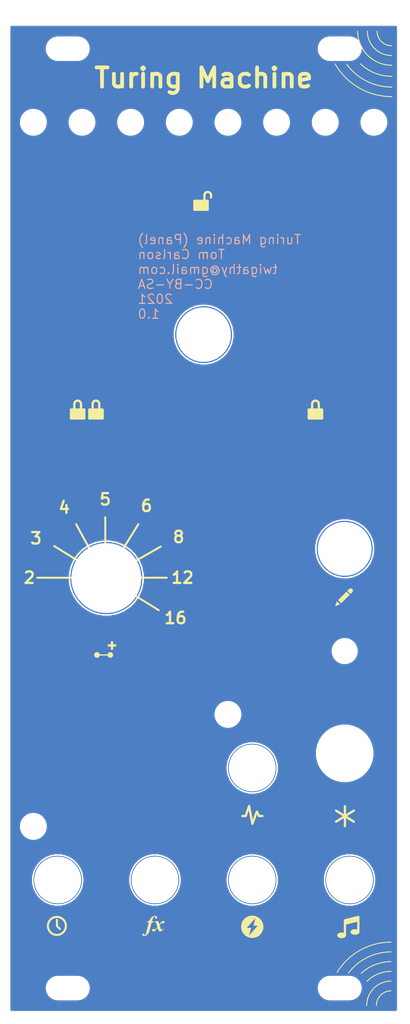
<source format=kicad_pcb>
(kicad_pcb (version 20171130) (host pcbnew "(5.1.4)-1")

  (general
    (thickness 1.6)
    (drawings 268)
    (tracks 8)
    (zones 0)
    (modules 28)
    (nets 1)
  )

  (page A4)
  (layers
    (0 F.Cu signal)
    (31 B.Cu signal)
    (32 B.Adhes user)
    (33 F.Adhes user)
    (34 B.Paste user)
    (35 F.Paste user)
    (36 B.SilkS user)
    (37 F.SilkS user)
    (38 B.Mask user)
    (39 F.Mask user)
    (40 Dwgs.User user)
    (41 Cmts.User user)
    (42 Eco1.User user)
    (43 Eco2.User user)
    (44 Edge.Cuts user)
    (45 Margin user)
    (46 B.CrtYd user)
    (47 F.CrtYd user)
    (48 B.Fab user)
    (49 F.Fab user)
  )

  (setup
    (last_trace_width 0.25)
    (trace_clearance 0.2)
    (zone_clearance 0.508)
    (zone_45_only no)
    (trace_min 0.2)
    (via_size 0.8)
    (via_drill 0.4)
    (via_min_size 0.4)
    (via_min_drill 0.3)
    (uvia_size 0.3)
    (uvia_drill 0.1)
    (uvias_allowed no)
    (uvia_min_size 0.2)
    (uvia_min_drill 0.1)
    (edge_width 0.05)
    (segment_width 0.2)
    (pcb_text_width 0.3)
    (pcb_text_size 1.5 1.5)
    (mod_edge_width 0.12)
    (mod_text_size 1 1)
    (mod_text_width 0.15)
    (pad_size 6.1 6.1)
    (pad_drill 6.1)
    (pad_to_mask_clearance 0.051)
    (solder_mask_min_width 0.25)
    (aux_axis_origin 0 0)
    (visible_elements 7FFFFFFF)
    (pcbplotparams
      (layerselection 0x010fc_ffffffff)
      (usegerberextensions false)
      (usegerberattributes true)
      (usegerberadvancedattributes false)
      (creategerberjobfile false)
      (excludeedgelayer true)
      (linewidth 0.100000)
      (plotframeref false)
      (viasonmask false)
      (mode 1)
      (useauxorigin false)
      (hpglpennumber 1)
      (hpglpenspeed 20)
      (hpglpendiameter 15.000000)
      (psnegative false)
      (psa4output false)
      (plotreference true)
      (plotvalue true)
      (plotinvisibletext false)
      (padsonsilk false)
      (subtractmaskfromsilk false)
      (outputformat 1)
      (mirror false)
      (drillshape 0)
      (scaleselection 1)
      (outputdirectory "turing-machine/"))
  )

  (net 0 "")

  (net_class Default "This is the default net class."
    (clearance 0.2)
    (trace_width 0.25)
    (via_dia 0.8)
    (via_drill 0.4)
    (uvia_dia 0.3)
    (uvia_drill 0.1)
  )

  (module RS:note (layer F.Cu) (tedit 0) (tstamp 60B7DE74)
    (at 138.9634 147.8788)
    (fp_text reference G*** (at 0 0) (layer F.SilkS) hide
      (effects (font (size 1.524 1.524) (thickness 0.3)))
    )
    (fp_text value LOGO (at 0.75 0) (layer F.SilkS) hide
      (effects (font (size 1.524 1.524) (thickness 0.3)))
    )
    (fp_poly (pts (xy 1.262606 -1.443046) (xy 1.283831 -1.436681) (xy 1.299023 -1.429787) (xy 1.312898 -1.420317)
      (xy 1.327762 -1.407057) (xy 1.341925 -1.391802) (xy 1.353695 -1.376352) (xy 1.360558 -1.3644)
      (xy 1.365719 -1.351263) (xy 1.370072 -1.33701) (xy 1.371575 -1.330454) (xy 1.371917 -1.325431)
      (xy 1.37224 -1.314083) (xy 1.372544 -1.296437) (xy 1.372829 -1.272517) (xy 1.373095 -1.242349)
      (xy 1.373341 -1.205958) (xy 1.373569 -1.163369) (xy 1.373777 -1.11461) (xy 1.373965 -1.059703)
      (xy 1.374134 -0.998676) (xy 1.374284 -0.931554) (xy 1.374413 -0.858361) (xy 1.374523 -0.779124)
      (xy 1.374614 -0.693868) (xy 1.374684 -0.602618) (xy 1.374734 -0.505401) (xy 1.374764 -0.40224)
      (xy 1.374775 -0.293255) (xy 1.374774 -0.197777) (xy 1.374771 -0.108446) (xy 1.374765 -0.025055)
      (xy 1.374754 0.052598) (xy 1.374737 0.124718) (xy 1.374714 0.191509) (xy 1.374682 0.253177)
      (xy 1.374641 0.309924) (xy 1.374589 0.361956) (xy 1.374526 0.409476) (xy 1.37445 0.452689)
      (xy 1.37436 0.491799) (xy 1.374255 0.52701) (xy 1.374133 0.558527) (xy 1.373993 0.586554)
      (xy 1.373835 0.611296) (xy 1.373657 0.632956) (xy 1.373458 0.651738) (xy 1.373236 0.667848)
      (xy 1.372991 0.681489) (xy 1.372721 0.692866) (xy 1.372425 0.702183) (xy 1.372102 0.709644)
      (xy 1.37175 0.715453) (xy 1.371369 0.719816) (xy 1.370958 0.722935) (xy 1.370514 0.725016)
      (xy 1.370038 0.726262) (xy 1.369527 0.726879) (xy 1.368981 0.727069) (xy 1.36885 0.727075)
      (xy 1.364517 0.729065) (xy 1.360247 0.735642) (xy 1.356266 0.745331) (xy 1.345659 0.768737)
      (xy 1.33068 0.79379) (xy 1.31244 0.818939) (xy 1.292052 0.842634) (xy 1.273297 0.860979)
      (xy 1.234637 0.891743) (xy 1.190866 0.919944) (xy 1.142836 0.945199) (xy 1.091401 0.967123)
      (xy 1.037413 0.985332) (xy 0.981726 0.999442) (xy 0.953974 1.004761) (xy 0.892662 1.013436)
      (xy 0.833697 1.017884) (xy 0.774791 1.018217) (xy 0.728842 1.015802) (xy 0.669786 1.009707)
      (xy 0.614716 1.000506) (xy 0.561901 0.987854) (xy 0.515088 0.973311) (xy 0.464616 0.95369)
      (xy 0.417606 0.930808) (xy 0.374485 0.904997) (xy 0.335683 0.876585) (xy 0.301628 0.845904)
      (xy 0.272748 0.813285) (xy 0.249471 0.779058) (xy 0.239803 0.760899) (xy 0.232985 0.745566)
      (xy 0.226745 0.729393) (xy 0.222079 0.715042) (xy 0.220832 0.710209) (xy 0.217319 0.687879)
      (xy 0.215888 0.662535) (xy 0.216506 0.636586) (xy 0.219136 0.612444) (xy 0.222448 0.596836)
      (xy 0.236205 0.558746) (xy 0.255843 0.522408) (xy 0.281087 0.488006) (xy 0.311663 0.455726)
      (xy 0.347297 0.425754) (xy 0.387715 0.398275) (xy 0.432643 0.373475) (xy 0.481806 0.351541)
      (xy 0.534932 0.332656) (xy 0.591746 0.317008) (xy 0.651974 0.304781) (xy 0.65405 0.304432)
      (xy 0.674022 0.301781) (xy 0.698882 0.299543) (xy 0.727195 0.297754) (xy 0.757529 0.296454)
      (xy 0.788451 0.295681) (xy 0.818528 0.295473) (xy 0.846325 0.295868) (xy 0.870412 0.296904)
      (xy 0.886271 0.298245) (xy 0.915913 0.302302) (xy 0.948194 0.307925) (xy 0.981053 0.314682)
      (xy 1.012428 0.322135) (xy 1.040258 0.329851) (xy 1.048936 0.332585) (xy 1.085849 0.344676)
      (xy 1.08585 -0.169314) (xy 1.085841 -0.238491) (xy 1.085814 -0.301563) (xy 1.085766 -0.358775)
      (xy 1.085696 -0.410373) (xy 1.085601 -0.456603) (xy 1.085481 -0.497709) (xy 1.085332 -0.533937)
      (xy 1.085153 -0.565532) (xy 1.084943 -0.592739) (xy 1.084698 -0.615804) (xy 1.084418 -0.634972)
      (xy 1.084101 -0.650489) (xy 1.083744 -0.662598) (xy 1.083345 -0.671547) (xy 1.082903 -0.67758)
      (xy 1.082417 -0.680942) (xy 1.081883 -0.68188) (xy 1.081881 -0.681879) (xy 1.078477 -0.680989)
      (xy 1.069185 -0.678628) (xy 1.054273 -0.674864) (xy 1.034014 -0.669766) (xy 1.008679 -0.663401)
      (xy 0.978539 -0.655837) (xy 0.943865 -0.647142) (xy 0.904928 -0.637383) (xy 0.862 -0.62663)
      (xy 0.815351 -0.614949) (xy 0.765252 -0.602409) (xy 0.711976 -0.589077) (xy 0.655792 -0.575022)
      (xy 0.596972 -0.56031) (xy 0.535788 -0.545012) (xy 0.47251 -0.529193) (xy 0.40741 -0.512922)
      (xy 0.354806 -0.499778) (xy -0.3683 -0.319102) (xy -0.3683 0.421474) (xy -0.368306 0.504275)
      (xy -0.368321 0.580943) (xy -0.368349 0.651697) (xy -0.368391 0.716753) (xy -0.368447 0.776331)
      (xy -0.368519 0.830646) (xy -0.368607 0.879917) (xy -0.368715 0.924362) (xy -0.368841 0.964198)
      (xy -0.368989 0.999642) (xy -0.369158 1.030913) (xy -0.36935 1.058228) (xy -0.369567 1.081805)
      (xy -0.36981 1.101861) (xy -0.370079 1.118614) (xy -0.370377 1.132281) (xy -0.370704 1.143081)
      (xy -0.371061 1.15123) (xy -0.371451 1.156947) (xy -0.371873 1.160449) (xy -0.37233 1.161954)
      (xy -0.372489 1.16205) (xy -0.375592 1.164768) (xy -0.380229 1.172015) (xy -0.385567 1.182424)
      (xy -0.387489 1.186656) (xy -0.400545 1.21281) (xy -0.41624 1.237226) (xy -0.435605 1.261322)
      (xy -0.459671 1.286516) (xy -0.461253 1.28806) (xy -0.499172 1.321075) (xy -0.541418 1.35047)
      (xy -0.588215 1.376346) (xy -0.639783 1.398806) (xy -0.696345 1.41795) (xy -0.758123 1.433881)
      (xy -0.796925 1.44178) (xy -0.808232 1.443742) (xy -0.819314 1.445312) (xy -0.831101 1.446544)
      (xy -0.844527 1.447487) (xy -0.860524 1.448194) (xy -0.880023 1.448717) (xy -0.903956 1.449107)
      (xy -0.933257 1.449415) (xy -0.935038 1.449431) (xy -0.960255 1.449607) (xy -0.98379 1.449689)
      (xy -1.004796 1.44968) (xy -1.022425 1.449585) (xy -1.035827 1.449406) (xy -1.044156 1.449146)
      (xy -1.046163 1.448986) (xy -1.109404 1.438642) (xy -1.167286 1.425898) (xy -1.220411 1.410554)
      (xy -1.269378 1.392408) (xy -1.314786 1.371259) (xy -1.357237 1.346905) (xy -1.365138 1.34182)
      (xy -1.406156 1.312074) (xy -1.441134 1.280526) (xy -1.470141 1.247103) (xy -1.493248 1.211729)
      (xy -1.499907 1.19897) (xy -1.511449 1.172898) (xy -1.519112 1.148888) (xy -1.523468 1.124475)
      (xy -1.525092 1.097195) (xy -1.525139 1.090612) (xy -1.522559 1.053678) (xy -1.514695 1.018659)
      (xy -1.501332 0.985104) (xy -1.482253 0.952563) (xy -1.45724 0.920585) (xy -1.429733 0.892156)
      (xy -1.391772 0.859779) (xy -1.349781 0.831002) (xy -1.303478 0.8057) (xy -1.252582 0.783749)
      (xy -1.196813 0.765026) (xy -1.13589 0.749405) (xy -1.083401 0.739085) (xy -1.062883 0.736336)
      (xy -1.037371 0.734182) (xy -1.008195 0.732629) (xy -0.976682 0.731686) (xy -0.944162 0.73136)
      (xy -0.911965 0.731659) (xy -0.881418 0.732592) (xy -0.853851 0.734166) (xy -0.830593 0.736389)
      (xy -0.822325 0.737534) (xy -0.787884 0.743627) (xy -0.753121 0.751093) (xy -0.720202 0.759423)
      (xy -0.69129 0.76811) (xy -0.689203 0.768809) (xy -0.676965 0.772854) (xy -0.667021 0.775969)
      (xy -0.660895 0.777684) (xy -0.659805 0.777875) (xy -0.65958 0.774744) (xy -0.659359 0.765527)
      (xy -0.659145 0.750488) (xy -0.658938 0.729891) (xy -0.658738 0.704) (xy -0.658546 0.673079)
      (xy -0.658364 0.637391) (xy -0.658192 0.597202) (xy -0.65803 0.552775) (xy -0.657881 0.504374)
      (xy -0.657744 0.452263) (xy -0.65762 0.396706) (xy -0.657511 0.337967) (xy -0.657417 0.27631)
      (xy -0.657339 0.211999) (xy -0.657277 0.145298) (xy -0.657233 0.076471) (xy -0.657208 0.005782)
      (xy -0.657202 -0.045244) (xy -0.657187 -0.144054) (xy -0.657148 -0.236548) (xy -0.657085 -0.322761)
      (xy -0.656998 -0.402727) (xy -0.656886 -0.476481) (xy -0.656751 -0.544057) (xy -0.65659 -0.605489)
      (xy -0.656405 -0.660812) (xy -0.656195 -0.71006) (xy -0.65596 -0.753268) (xy -0.655699 -0.790469)
      (xy -0.655414 -0.8217) (xy -0.655103 -0.846992) (xy -0.654766 -0.866382) (xy -0.654404 -0.879904)
      (xy -0.654016 -0.887591) (xy -0.65386 -0.889) (xy -0.650751 -0.903218) (xy -0.646275 -0.917894)
      (xy -0.642993 -0.926205) (xy -0.631659 -0.945116) (xy -0.615765 -0.963527) (xy -0.596949 -0.979972)
      (xy -0.57685 -0.992984) (xy -0.560388 -1.000121) (xy -0.552126 -1.003133) (xy -0.546816 -1.00571)
      (xy -0.5461 -1.006306) (xy -0.542932 -1.007243) (xy -0.533903 -1.009641) (xy -0.519312 -1.013427)
      (xy -0.499458 -1.018524) (xy -0.474642 -1.024859) (xy -0.445163 -1.032354) (xy -0.411321 -1.040937)
      (xy -0.373415 -1.05053) (xy -0.331746 -1.061061) (xy -0.286612 -1.072452) (xy -0.238313 -1.084629)
      (xy -0.18715 -1.097517) (xy -0.133421 -1.111042) (xy -0.077427 -1.125127) (xy -0.019466 -1.139697)
      (xy 0.04016 -1.154678) (xy 0.101154 -1.169995) (xy 0.163214 -1.185572) (xy 0.226042 -1.201334)
      (xy 0.289337 -1.217206) (xy 0.352801 -1.233113) (xy 0.416133 -1.24898) (xy 0.479034 -1.264732)
      (xy 0.541203 -1.280294) (xy 0.602343 -1.29559) (xy 0.662152 -1.310546) (xy 0.720331 -1.325086)
      (xy 0.776581 -1.339135) (xy 0.830601 -1.352618) (xy 0.882093 -1.36546) (xy 0.930756 -1.377587)
      (xy 0.976292 -1.388922) (xy 1.018399 -1.39939) (xy 1.056779 -1.408918) (xy 1.091132 -1.417428)
      (xy 1.121158 -1.424848) (xy 1.146558 -1.4311) (xy 1.167031 -1.436111) (xy 1.18228 -1.439804)
      (xy 1.192002 -1.442106) (xy 1.195888 -1.442939) (xy 1.204274 -1.443872) (xy 1.215696 -1.445263)
      (xy 1.222375 -1.446117) (xy 1.241298 -1.446367) (xy 1.262606 -1.443046)) (layer F.SilkS) (width 0.01))
  )

  (module RS:scale (layer F.Cu) (tedit 0) (tstamp 60B7DD84)
    (at 138.4808 133.4262)
    (fp_text reference G*** (at 0 0) (layer F.SilkS) hide
      (effects (font (size 1.524 1.524) (thickness 0.3)))
    )
    (fp_text value LOGO (at 0.75 0) (layer F.SilkS) hide
      (effects (font (size 1.524 1.524) (thickness 0.3)))
    )
    (fp_poly (pts (xy -0.013413 -1.445387) (xy 0.014722 -1.438605) (xy 0.028575 -1.432862) (xy 0.050081 -1.419276)
      (xy 0.069761 -1.400763) (xy 0.086581 -1.378697) (xy 0.099507 -1.354453) (xy 0.107505 -1.329403)
      (xy 0.107884 -1.327497) (xy 0.108359 -1.321727) (xy 0.108799 -1.30966) (xy 0.109201 -1.291351)
      (xy 0.109566 -1.266853) (xy 0.109893 -1.236219) (xy 0.110183 -1.199503) (xy 0.110435 -1.156758)
      (xy 0.110648 -1.108039) (xy 0.110822 -1.053399) (xy 0.110957 -0.992891) (xy 0.111053 -0.926569)
      (xy 0.111108 -0.854487) (xy 0.111125 -0.78538) (xy 0.111134 -0.72816) (xy 0.111164 -0.672682)
      (xy 0.111211 -0.619276) (xy 0.111275 -0.568273) (xy 0.111356 -0.520003) (xy 0.111451 -0.474798)
      (xy 0.111561 -0.432986) (xy 0.111683 -0.3949) (xy 0.111817 -0.360869) (xy 0.111962 -0.331224)
      (xy 0.112117 -0.306296) (xy 0.11228 -0.286415) (xy 0.112451 -0.271912) (xy 0.112629 -0.263117)
      (xy 0.112801 -0.260351) (xy 0.115628 -0.262007) (xy 0.12356 -0.26686) (xy 0.136322 -0.274738)
      (xy 0.153636 -0.285469) (xy 0.175226 -0.29888) (xy 0.200815 -0.314798) (xy 0.230127 -0.333052)
      (xy 0.262885 -0.353468) (xy 0.298812 -0.375876) (xy 0.337633 -0.400101) (xy 0.379069 -0.425972)
      (xy 0.422846 -0.453316) (xy 0.468685 -0.481961) (xy 0.516312 -0.511735) (xy 0.565448 -0.542464)
      (xy 0.575557 -0.548788) (xy 0.625049 -0.579744) (xy 0.673135 -0.609813) (xy 0.719535 -0.638818)
      (xy 0.763968 -0.666586) (xy 0.806155 -0.692941) (xy 0.845814 -0.717709) (xy 0.882666 -0.740714)
      (xy 0.91643 -0.761781) (xy 0.946826 -0.780736) (xy 0.973573 -0.797404) (xy 0.996391 -0.81161)
      (xy 1.015 -0.823179) (xy 1.029119 -0.831935) (xy 1.038469 -0.837705) (xy 1.042768 -0.840313)
      (xy 1.042987 -0.840435) (xy 1.050211 -0.844135) (xy 1.059087 -0.848739) (xy 1.059621 -0.849019)
      (xy 1.088047 -0.86058) (xy 1.116882 -0.866044) (xy 1.145484 -0.865488) (xy 1.173211 -0.858994)
      (xy 1.19942 -0.84664) (xy 1.223161 -0.828788) (xy 1.243414 -0.806224) (xy 1.257904 -0.781004)
      (xy 1.266633 -0.753113) (xy 1.26961 -0.722539) (xy 1.269353 -0.712288) (xy 1.264949 -0.684119)
      (xy 1.254775 -0.658501) (xy 1.238745 -0.635259) (xy 1.224748 -0.620983) (xy 1.215227 -0.612396)
      (xy 1.207346 -0.605263) (xy 1.20244 -0.600795) (xy 1.201737 -0.600144) (xy 1.198752 -0.598172)
      (xy 1.190654 -0.593006) (xy 1.177718 -0.584817) (xy 1.160215 -0.573776) (xy 1.138418 -0.560054)
      (xy 1.1126 -0.543822) (xy 1.083034 -0.525251) (xy 1.049992 -0.504513) (xy 1.013747 -0.481778)
      (xy 0.974573 -0.457219) (xy 0.932741 -0.431005) (xy 0.888524 -0.403309) (xy 0.842196 -0.374301)
      (xy 0.794028 -0.344152) (xy 0.744295 -0.313034) (xy 0.719931 -0.297794) (xy 0.669593 -0.266299)
      (xy 0.620722 -0.235706) (xy 0.573588 -0.206183) (xy 0.528463 -0.177901) (xy 0.485616 -0.151029)
      (xy 0.445318 -0.125739) (xy 0.407839 -0.102199) (xy 0.373449 -0.08058) (xy 0.342419 -0.061051)
      (xy 0.31502 -0.043784) (xy 0.291522 -0.028947) (xy 0.272194 -0.016712) (xy 0.257308 -0.007247)
      (xy 0.247134 -0.000723) (xy 0.241943 0.002689) (xy 0.2413 0.003175) (xy 0.243947 0.004998)
      (xy 0.25171 0.010016) (xy 0.264317 0.018059) (xy 0.281499 0.028956) (xy 0.302984 0.042537)
      (xy 0.328503 0.058633) (xy 0.357785 0.077073) (xy 0.390559 0.097687) (xy 0.426556 0.120306)
      (xy 0.465504 0.144759) (xy 0.507134 0.170876) (xy 0.551175 0.198487) (xy 0.597357 0.227422)
      (xy 0.645409 0.257511) (xy 0.695061 0.288585) (xy 0.719931 0.304143) (xy 0.77032 0.335665)
      (xy 0.819274 0.366301) (xy 0.866519 0.395878) (xy 0.911784 0.424226) (xy 0.954796 0.451173)
      (xy 0.995281 0.476549) (xy 1.032966 0.500181) (xy 1.067581 0.521899) (xy 1.09885 0.541532)
      (xy 1.126502 0.558909) (xy 1.150265 0.573858) (xy 1.169864 0.586208) (xy 1.185028 0.595789)
      (xy 1.195484 0.602428) (xy 1.200958 0.605955) (xy 1.201737 0.606493) (xy 1.205459 0.609899)
      (xy 1.212568 0.616342) (xy 1.221727 0.62461) (xy 1.224748 0.627332) (xy 1.244733 0.649086)
      (xy 1.258805 0.673099) (xy 1.26705 0.699546) (xy 1.269353 0.718637) (xy 1.268199 0.750065)
      (xy 1.261293 0.778804) (xy 1.24863 0.804869) (xy 1.230203 0.828273) (xy 1.223161 0.835137)
      (xy 1.200683 0.851978) (xy 1.175784 0.863987) (xy 1.149485 0.87103) (xy 1.122806 0.872973)
      (xy 1.096767 0.869679) (xy 1.072387 0.861015) (xy 1.063678 0.856231) (xy 1.055748 0.85179)
      (xy 1.04976 0.849146) (xy 1.048805 0.848907) (xy 1.045747 0.847191) (xy 1.037584 0.842278)
      (xy 1.024591 0.834341) (xy 1.007048 0.823551) (xy 0.985229 0.810081) (xy 0.959413 0.794102)
      (xy 0.929876 0.775787) (xy 0.896896 0.755307) (xy 0.860749 0.732836) (xy 0.821712 0.708544)
      (xy 0.780063 0.682604) (xy 0.736079 0.655188) (xy 0.690036 0.626468) (xy 0.642211 0.596615)
      (xy 0.592883 0.565803) (xy 0.579632 0.557523) (xy 0.529987 0.526503) (xy 0.481796 0.496403)
      (xy 0.435335 0.467394) (xy 0.390879 0.439647) (xy 0.348703 0.413335) (xy 0.309083 0.388628)
      (xy 0.272294 0.365699) (xy 0.238611 0.344718) (xy 0.208311 0.325858) (xy 0.181667 0.309289)
      (xy 0.158956 0.295183) (xy 0.140453 0.283713) (xy 0.126433 0.275048) (xy 0.117171 0.269361)
      (xy 0.112943 0.266823) (xy 0.1127 0.2667) (xy 0.112528 0.269819) (xy 0.112361 0.278959)
      (xy 0.1122 0.293789) (xy 0.112045 0.313978) (xy 0.111898 0.339196) (xy 0.11176 0.369113)
      (xy 0.111631 0.4034) (xy 0.111514 0.441725) (xy 0.111408 0.483759) (xy 0.111315 0.529171)
      (xy 0.111236 0.577632) (xy 0.111171 0.628811) (xy 0.111123 0.682378) (xy 0.111091 0.738002)
      (xy 0.111078 0.792956) (xy 0.111074 0.862021) (xy 0.111071 0.925031) (xy 0.11106 0.982282)
      (xy 0.111031 1.034067) (xy 0.110975 1.080682) (xy 0.110883 1.122422) (xy 0.110746 1.159582)
      (xy 0.110556 1.192457) (xy 0.110303 1.221342) (xy 0.109979 1.246531) (xy 0.109573 1.268321)
      (xy 0.109078 1.287005) (xy 0.108484 1.302879) (xy 0.107782 1.316237) (xy 0.106963 1.327376)
      (xy 0.106019 1.336589) (xy 0.104939 1.344172) (xy 0.103716 1.35042) (xy 0.10234 1.355627)
      (xy 0.100801 1.360089) (xy 0.099092 1.364101) (xy 0.097203 1.367957) (xy 0.095125 1.371953)
      (xy 0.093274 1.37554) (xy 0.083693 1.390434) (xy 0.070184 1.406243) (xy 0.054566 1.421174)
      (xy 0.038655 1.433432) (xy 0.028745 1.439252) (xy 0.021605 1.442606) (xy 0.015152 1.444946)
      (xy 0.008032 1.446454) (xy -0.00111 1.44731) (xy -0.013627 1.447698) (xy -0.030874 1.447798)
      (xy -0.034925 1.4478) (xy -0.053258 1.447734) (xy -0.066596 1.447417) (xy -0.076293 1.446667)
      (xy -0.083702 1.445302) (xy -0.090179 1.443139) (xy -0.097078 1.439998) (xy -0.098596 1.439252)
      (xy -0.113689 1.429784) (xy -0.129704 1.416443) (xy -0.144826 1.401024) (xy -0.157236 1.385319)
      (xy -0.163125 1.37554) (xy -0.165365 1.371209) (xy -0.167408 1.36726) (xy -0.169264 1.363398)
      (xy -0.170942 1.359327) (xy -0.17245 1.354752) (xy -0.173798 1.34938) (xy -0.174995 1.342913)
      (xy -0.17605 1.335058) (xy -0.176971 1.32552) (xy -0.177768 1.314003) (xy -0.17845 1.300213)
      (xy -0.179025 1.283855) (xy -0.179504 1.264633) (xy -0.179894 1.242252) (xy -0.180205 1.216419)
      (xy -0.180446 1.186837) (xy -0.180626 1.153212) (xy -0.180753 1.115249) (xy -0.180838 1.072652)
      (xy -0.180889 1.025127) (xy -0.180914 0.972379) (xy -0.180923 0.914113) (xy -0.180926 0.850033)
      (xy -0.180929 0.792956) (xy -0.180942 0.735668) (xy -0.180972 0.680122) (xy -0.181017 0.626647)
      (xy -0.181077 0.575574) (xy -0.18115 0.527233) (xy -0.181236 0.481954) (xy -0.181333 0.440066)
      (xy -0.181441 0.401901) (xy -0.181559 0.367789) (xy -0.181686 0.338059) (xy -0.18182 0.313042)
      (xy -0.181962 0.293068) (xy -0.18211 0.278467) (xy -0.182262 0.269569) (xy -0.182413 0.2667)
      (xy -0.185213 0.268355) (xy -0.193122 0.273208) (xy -0.205865 0.281087) (xy -0.223166 0.291821)
      (xy -0.244752 0.305238) (xy -0.270348 0.321167) (xy -0.299679 0.339438) (xy -0.33247 0.359879)
      (xy -0.368447 0.382318) (xy -0.407335 0.406585) (xy -0.44886 0.432508) (xy -0.492746 0.459916)
      (xy -0.53872 0.488638) (xy -0.586506 0.518502) (xy -0.635831 0.549338) (xy -0.650962 0.5588)
      (xy -0.700699 0.589896) (xy -0.748984 0.620073) (xy -0.795542 0.649158) (xy -0.840097 0.676981)
      (xy -0.882376 0.703371) (xy -0.922103 0.728156) (xy -0.959003 0.751164) (xy -0.992802 0.772226)
      (xy -1.023225 0.791169) (xy -1.049996 0.807822) (xy -1.072841 0.822014) (xy -1.091486 0.833574)
      (xy -1.105655 0.84233) (xy -1.115074 0.848112) (xy -1.119467 0.850748) (xy -1.119764 0.8509)
      (xy -1.123252 0.852172) (xy -1.130888 0.85553) (xy -1.141111 0.860282) (xy -1.142515 0.86095)
      (xy -1.168272 0.869926) (xy -1.19475 0.873115) (xy -1.221175 0.870901) (xy -1.246771 0.863668)
      (xy -1.270765 0.851802) (xy -1.292383 0.835685) (xy -1.310848 0.815702) (xy -1.325388 0.792238)
      (xy -1.335228 0.765677) (xy -1.335331 0.765273) (xy -1.339851 0.735614) (xy -1.338302 0.706766)
      (xy -1.330876 0.679384) (xy -1.317768 0.65412) (xy -1.299169 0.631628) (xy -1.294599 0.627332)
      (xy -1.285078 0.618745) (xy -1.277197 0.611612) (xy -1.272291 0.607144) (xy -1.271588 0.606493)
      (xy -1.268603 0.604521) (xy -1.260505 0.599355) (xy -1.247569 0.591166) (xy -1.230066 0.580125)
      (xy -1.208269 0.566403) (xy -1.182451 0.550171) (xy -1.152885 0.5316) (xy -1.119843 0.510862)
      (xy -1.083598 0.488127) (xy -1.044424 0.463568) (xy -1.002592 0.437354) (xy -0.958375 0.409658)
      (xy -0.912047 0.38065) (xy -0.863879 0.350501) (xy -0.814146 0.319383) (xy -0.789782 0.304143)
      (xy -0.739444 0.272648) (xy -0.690573 0.242055) (xy -0.643439 0.212532) (xy -0.598314 0.18425)
      (xy -0.555467 0.157378) (xy -0.515169 0.132088) (xy -0.47769 0.108548) (xy -0.4433 0.086929)
      (xy -0.41227 0.0674) (xy -0.384871 0.050133) (xy -0.361373 0.035296) (xy -0.342045 0.023061)
      (xy -0.327159 0.013596) (xy -0.316985 0.007072) (xy -0.311794 0.00366) (xy -0.31115 0.003175)
      (xy -0.313798 0.001351) (xy -0.321561 -0.003667) (xy -0.334168 -0.01171) (xy -0.35135 -0.022607)
      (xy -0.372835 -0.036188) (xy -0.398354 -0.052284) (xy -0.427636 -0.070724) (xy -0.46041 -0.091338)
      (xy -0.496407 -0.113957) (xy -0.535355 -0.13841) (xy -0.576985 -0.164527) (xy -0.621026 -0.192138)
      (xy -0.667208 -0.221073) (xy -0.71526 -0.251162) (xy -0.764912 -0.282236) (xy -0.789782 -0.297794)
      (xy -0.840171 -0.329316) (xy -0.889125 -0.359952) (xy -0.93637 -0.389529) (xy -0.981635 -0.417877)
      (xy -1.024647 -0.444824) (xy -1.065132 -0.4702) (xy -1.102817 -0.493832) (xy -1.137432 -0.51555)
      (xy -1.168701 -0.535183) (xy -1.196353 -0.55256) (xy -1.220116 -0.567509) (xy -1.239715 -0.579859)
      (xy -1.254879 -0.58944) (xy -1.265335 -0.596079) (xy -1.270809 -0.599606) (xy -1.271588 -0.600144)
      (xy -1.27531 -0.60355) (xy -1.282419 -0.609993) (xy -1.291578 -0.618261) (xy -1.294599 -0.620983)
      (xy -1.314584 -0.642737) (xy -1.328656 -0.66675) (xy -1.336901 -0.693197) (xy -1.339204 -0.712288)
      (xy -1.33805 -0.743716) (xy -1.331144 -0.772455) (xy -1.318481 -0.79852) (xy -1.300054 -0.821924)
      (xy -1.293012 -0.828788) (xy -1.268931 -0.846845) (xy -1.242698 -0.85912) (xy -1.214955 -0.865535)
      (xy -1.186345 -0.86601) (xy -1.157511 -0.860466) (xy -1.129472 -0.849019) (xy -1.120627 -0.844426)
      (xy -1.113177 -0.840606) (xy -1.112838 -0.840435) (xy -1.109503 -0.838431) (xy -1.101067 -0.833233)
      (xy -1.087808 -0.825015) (xy -1.070008 -0.813953) (xy -1.047947 -0.800222) (xy -1.021905 -0.783996)
      (xy -0.992163 -0.76545) (xy -0.959001 -0.74476) (xy -0.922699 -0.7221) (xy -0.883537 -0.697645)
      (xy -0.841797 -0.67157) (xy -0.797758 -0.644051) (xy -0.7517 -0.615261) (xy -0.703905 -0.585376)
      (xy -0.654652 -0.554571) (xy -0.645408 -0.548788) (xy -0.596 -0.517886) (xy -0.548045 -0.487905)
      (xy -0.501822 -0.459017) (xy -0.457605 -0.431396) (xy -0.415672 -0.405212) (xy -0.3763 -0.38064)
      (xy -0.339764 -0.357851) (xy -0.306342 -0.337017) (xy -0.27631 -0.318312) (xy -0.249945 -0.301906)
      (xy -0.227523 -0.287974) (xy -0.209321 -0.276686) (xy -0.195615 -0.268217) (xy -0.186682 -0.262737)
      (xy -0.182799 -0.260419) (xy -0.182652 -0.26035) (xy -0.182469 -0.26347) (xy -0.182292 -0.27261)
      (xy -0.182122 -0.287438) (xy -0.181959 -0.307625) (xy -0.181805 -0.332839) (xy -0.18166 -0.362751)
      (xy -0.181527 -0.397029) (xy -0.181405 -0.435343) (xy -0.181296 -0.477363) (xy -0.181202 -0.522758)
      (xy -0.181122 -0.571198) (xy -0.181059 -0.622351) (xy -0.181012 -0.675888) (xy -0.180984 -0.731477)
      (xy -0.180975 -0.78538) (xy -0.180955 -0.862555) (xy -0.180895 -0.934017) (xy -0.180795 -0.999713)
      (xy -0.180656 -1.059589) (xy -0.180477 -1.113592) (xy -0.18026 -1.161668) (xy -0.180005 -1.203763)
      (xy -0.179711 -1.239824) (xy -0.179379 -1.269798) (xy -0.17901 -1.29363) (xy -0.178604 -1.311267)
      (xy -0.178161 -1.322655) (xy -0.177735 -1.327497) (xy -0.170155 -1.352552) (xy -0.157569 -1.376907)
      (xy -0.141009 -1.399187) (xy -0.121511 -1.418019) (xy -0.100108 -1.43203) (xy -0.098425 -1.432862)
      (xy -0.071406 -1.442515) (xy -0.042596 -1.44669) (xy -0.013413 -1.445387)) (layer F.SilkS) (width 0.01))
  )

  (module RS:noise (layer F.Cu) (tedit 0) (tstamp 60B7DCB2)
    (at 126.3142 147.8534)
    (fp_text reference G*** (at 0 0) (layer F.SilkS) hide
      (effects (font (size 1.524 1.524) (thickness 0.3)))
    )
    (fp_text value LOGO (at 0.75 0) (layer F.SilkS) hide
      (effects (font (size 1.524 1.524) (thickness 0.3)))
    )
    (fp_poly (pts (xy 0.129197 -1.444646) (xy 0.22313 -1.435261) (xy 0.316325 -1.419766) (xy 0.408381 -1.398281)
      (xy 0.4989 -1.370926) (xy 0.587483 -1.337821) (xy 0.673729 -1.299085) (xy 0.75724 -1.254838)
      (xy 0.833008 -1.208251) (xy 0.900639 -1.16046) (xy 0.967132 -1.10714) (xy 1.031628 -1.049109)
      (xy 1.093264 -0.987181) (xy 1.151178 -0.922172) (xy 1.200832 -0.859816) (xy 1.250154 -0.789305)
      (xy 1.295671 -0.714251) (xy 1.337038 -0.635435) (xy 1.37391 -0.553641) (xy 1.405941 -0.469649)
      (xy 1.432785 -0.384241) (xy 1.454098 -0.298199) (xy 1.458611 -0.276225) (xy 1.473841 -0.182484)
      (xy 1.482827 -0.088326) (xy 1.48563 0.005931) (xy 1.482313 0.09997) (xy 1.472938 0.193474)
      (xy 1.457567 0.286127) (xy 1.436263 0.377611) (xy 1.409089 0.46761) (xy 1.376107 0.555807)
      (xy 1.337378 0.641885) (xy 1.292967 0.725527) (xy 1.24635 0.801258) (xy 1.199088 0.868167)
      (xy 1.14633 0.934061) (xy 1.088932 0.99804) (xy 1.027746 1.0592) (xy 0.963627 1.11664)
      (xy 0.898525 1.168635) (xy 0.824486 1.220378) (xy 0.746373 1.26751) (xy 0.664678 1.30983)
      (xy 0.579894 1.347138) (xy 0.492514 1.379235) (xy 0.403033 1.40592) (xy 0.311941 1.426992)
      (xy 0.22715 1.441248) (xy 0.215361 1.442804) (xy 0.204124 1.444092) (xy 0.192708 1.445134)
      (xy 0.180379 1.445954) (xy 0.166407 1.446575) (xy 0.150058 1.44702) (xy 0.1306 1.447312)
      (xy 0.107302 1.447475) (xy 0.079431 1.447531) (xy 0.046254 1.447504) (xy 0.0303 1.447473)
      (xy -0.005009 1.447378) (xy -0.034702 1.447242) (xy -0.059512 1.447038) (xy -0.080173 1.446736)
      (xy -0.097419 1.446308) (xy -0.111983 1.445727) (xy -0.124598 1.444964) (xy -0.135999 1.44399)
      (xy -0.14692 1.442778) (xy -0.158093 1.441299) (xy -0.168275 1.439819) (xy -0.264552 1.422383)
      (xy -0.358561 1.399102) (xy -0.450144 1.370037) (xy -0.539143 1.335248) (xy -0.6254 1.294794)
      (xy -0.708754 1.248735) (xy -0.763159 1.2146) (xy -0.830068 1.167338) (xy -0.895962 1.11458)
      (xy -0.959941 1.057182) (xy -1.021101 0.995996) (xy -1.078541 0.931877) (xy -1.130536 0.866775)
      (xy -1.180559 0.795228) (xy -1.226595 0.719236) (xy -1.26831 0.639547) (xy -1.305374 0.556907)
      (xy -1.337453 0.472063) (xy -1.364217 0.385763) (xy -1.385331 0.298754) (xy -1.38729 0.289199)
      (xy -1.403067 0.194842) (xy -1.407804 0.147637) (xy -0.690132 0.147637) (xy -0.40042 0.148447)
      (xy -0.350923 0.148591) (xy -0.307396 0.148732) (xy -0.26946 0.14888) (xy -0.236737 0.149043)
      (xy -0.208847 0.149229) (xy -0.18541 0.149446) (xy -0.166048 0.149703) (xy -0.15038 0.150008)
      (xy -0.138028 0.15037) (xy -0.128613 0.150797) (xy -0.121755 0.151297) (xy -0.117075 0.151879)
      (xy -0.114193 0.152551) (xy -0.112731 0.153321) (xy -0.112308 0.154198) (xy -0.112402 0.154797)
      (xy -0.113445 0.158414) (xy -0.116135 0.167813) (xy -0.120377 0.182669) (xy -0.126081 0.202655)
      (xy -0.133154 0.227449) (xy -0.141501 0.256722) (xy -0.151032 0.290152) (xy -0.161652 0.327412)
      (xy -0.17327 0.368177) (xy -0.185793 0.412121) (xy -0.199127 0.458921) (xy -0.213181 0.508249)
      (xy -0.227861 0.559782) (xy -0.243075 0.613193) (xy -0.255617 0.657225) (xy -0.271189 0.711895)
      (xy -0.286302 0.76494) (xy -0.300862 0.816035) (xy -0.314777 0.864854) (xy -0.327954 0.911073)
      (xy -0.340301 0.954368) (xy -0.351725 0.994413) (xy -0.362132 1.030886) (xy -0.371432 1.063459)
      (xy -0.379531 1.091811) (xy -0.386336 1.115614) (xy -0.391755 1.134546) (xy -0.395695 1.14828)
      (xy -0.398063 1.156494) (xy -0.398765 1.158875) (xy -0.39911 1.159634) (xy -0.399622 1.160556)
      (xy -0.400157 1.161478) (xy -0.400569 1.162239) (xy -0.400715 1.162677) (xy -0.40045 1.162631)
      (xy -0.399629 1.161938) (xy -0.398109 1.160438) (xy -0.395745 1.157968) (xy -0.392393 1.154368)
      (xy -0.387907 1.149474) (xy -0.382144 1.143126) (xy -0.37496 1.135162) (xy -0.366209 1.12542)
      (xy -0.355748 1.113739) (xy -0.343431 1.099957) (xy -0.329116 1.083912) (xy -0.312656 1.065443)
      (xy -0.293909 1.044388) (xy -0.272728 1.020586) (xy -0.248971 0.993874) (xy -0.222492 0.964091)
      (xy -0.193148 0.931076) (xy -0.160793 0.894666) (xy -0.125283 0.854701) (xy -0.086474 0.811018)
      (xy -0.044222 0.763456) (xy 0.001618 0.711853) (xy 0.051191 0.656047) (xy 0.10464 0.595877)
      (xy 0.16211 0.531182) (xy 0.184114 0.506412) (xy 0.759493 -0.141288) (xy 0.470234 -0.142098)
      (xy 0.427978 -0.142229) (xy 0.387578 -0.142378) (xy 0.34948 -0.142543) (xy 0.314129 -0.14272)
      (xy 0.28197 -0.142906) (xy 0.25345 -0.143099) (xy 0.229012 -0.143294) (xy 0.209103 -0.14349)
      (xy 0.194168 -0.143683) (xy 0.184652 -0.143871) (xy 0.181 -0.144049) (xy 0.180975 -0.144065)
      (xy 0.181828 -0.147195) (xy 0.184314 -0.156042) (xy 0.188322 -0.170218) (xy 0.193742 -0.189333)
      (xy 0.200462 -0.212998) (xy 0.208371 -0.240826) (xy 0.217359 -0.272427) (xy 0.227314 -0.307413)
      (xy 0.238126 -0.345394) (xy 0.249684 -0.385982) (xy 0.261878 -0.428788) (xy 0.274595 -0.473423)
      (xy 0.287726 -0.519499) (xy 0.30116 -0.566626) (xy 0.314785 -0.614417) (xy 0.32849 -0.662482)
      (xy 0.342166 -0.710432) (xy 0.355701 -0.757879) (xy 0.368984 -0.804433) (xy 0.381904 -0.849707)
      (xy 0.394351 -0.893311) (xy 0.406213 -0.934857) (xy 0.41738 -0.973955) (xy 0.427741 -1.010217)
      (xy 0.437185 -1.043255) (xy 0.445601 -1.072678) (xy 0.452878 -1.0981) (xy 0.458906 -1.11913)
      (xy 0.463573 -1.13538) (xy 0.466768 -1.146462) (xy 0.468382 -1.151986) (xy 0.468549 -1.152525)
      (xy 0.468275 -1.154439) (xy 0.464449 -1.151305) (xy 0.464092 -1.150938) (xy 0.461483 -1.14805)
      (xy 0.454832 -1.140609) (xy 0.44431 -1.128811) (xy 0.430092 -1.112851) (xy 0.412351 -1.092925)
      (xy 0.39126 -1.069226) (xy 0.366993 -1.041952) (xy 0.339724 -1.011295) (xy 0.309627 -0.977453)
      (xy 0.276873 -0.940619) (xy 0.241639 -0.90099) (xy 0.204095 -0.85876) (xy 0.164418 -0.814124)
      (xy 0.122779 -0.767278) (xy 0.079352 -0.718417) (xy 0.034311 -0.667735) (xy -0.01217 -0.615429)
      (xy -0.059918 -0.561693) (xy -0.10876 -0.506722) (xy -0.116087 -0.498475) (xy -0.690132 0.147637)
      (xy -1.407804 0.147637) (xy -1.412566 0.100191) (xy -1.415831 0.005522) (xy -1.412907 -0.088885)
      (xy -1.403841 -0.182751) (xy -1.388677 -0.275798) (xy -1.36746 -0.367746) (xy -1.340236 -0.458318)
      (xy -1.30705 -0.547234) (xy -1.267947 -0.634215) (xy -1.224038 -0.717121) (xy -1.183964 -0.783325)
      (xy -1.141435 -0.845636) (xy -1.095527 -0.905244) (xy -1.045318 -0.963337) (xy -0.989885 -1.021104)
      (xy -0.982164 -1.028733) (xy -0.933012 -1.075441) (xy -0.88533 -1.117367) (xy -0.837867 -1.15547)
      (xy -0.789372 -1.190707) (xy -0.738595 -1.224034) (xy -0.685371 -1.255788) (xy -0.600901 -1.300427)
      (xy -0.513917 -1.339352) (xy -0.424762 -1.372472) (xy -0.33378 -1.399695) (xy -0.241313 -1.420929)
      (xy -0.147707 -1.436083) (xy -0.053305 -1.445066) (xy 0.034924 -1.4478) (xy 0.129197 -1.444646)) (layer F.SilkS) (width 0.01))
  )

  (module RS:function (layer F.Cu) (tedit 0) (tstamp 60B7DC89)
    (at 113.5126 147.7264)
    (fp_text reference G*** (at 0 0) (layer F.SilkS) hide
      (effects (font (size 1.524 1.524) (thickness 0.3)))
    )
    (fp_text value LOGO (at 0.75 0) (layer F.SilkS) hide
      (effects (font (size 1.524 1.524) (thickness 0.3)))
    )
    (fp_poly (pts (xy 0.193871 -1.280637) (xy 0.235809 -1.275541) (xy 0.273533 -1.266825) (xy 0.306775 -1.254558)
      (xy 0.335266 -1.238812) (xy 0.35874 -1.219657) (xy 0.368734 -1.208546) (xy 0.386622 -1.181389)
      (xy 0.39929 -1.151428) (xy 0.406644 -1.119603) (xy 0.408596 -1.086852) (xy 0.405052 -1.054115)
      (xy 0.395921 -1.02233) (xy 0.388472 -1.005568) (xy 0.373522 -0.982733) (xy 0.35433 -0.963933)
      (xy 0.331758 -0.949424) (xy 0.306668 -0.939463) (xy 0.279922 -0.934308) (xy 0.252383 -0.934216)
      (xy 0.224912 -0.939444) (xy 0.200025 -0.949385) (xy 0.186243 -0.958624) (xy 0.172035 -0.971723)
      (xy 0.159361 -0.986656) (xy 0.150657 -1.000431) (xy 0.142101 -1.021881) (xy 0.13825 -1.043763)
      (xy 0.139183 -1.066808) (xy 0.144976 -1.091751) (xy 0.155707 -1.119324) (xy 0.165204 -1.138695)
      (xy 0.173316 -1.154468) (xy 0.178749 -1.165932) (xy 0.181939 -1.17431) (xy 0.183322 -1.180829)
      (xy 0.183334 -1.186711) (xy 0.183083 -1.188938) (xy 0.178755 -1.202) (xy 0.171595 -1.210469)
      (xy 0.164772 -1.21564) (xy 0.157593 -1.218274) (xy 0.147497 -1.219159) (xy 0.143159 -1.2192)
      (xy 0.115945 -1.216089) (xy 0.088018 -1.206876) (xy 0.059568 -1.191747) (xy 0.030787 -1.170885)
      (xy 0.001865 -1.144476) (xy -0.027007 -1.112704) (xy -0.055638 -1.075753) (xy -0.083836 -1.033808)
      (xy -0.111412 -0.987052) (xy -0.126549 -0.958762) (xy -0.148343 -0.91375) (xy -0.169886 -0.863776)
      (xy -0.190673 -0.810223) (xy -0.210198 -0.754473) (xy -0.227957 -0.697911) (xy -0.243444 -0.641918)
      (xy -0.245996 -0.631825) (xy -0.249565 -0.617592) (xy -0.2527 -0.605264) (xy -0.255005 -0.596389)
      (xy -0.255951 -0.592932) (xy -0.256075 -0.591397) (xy -0.255014 -0.590173) (xy -0.252138 -0.589225)
      (xy -0.246814 -0.588518) (xy -0.238411 -0.588018) (xy -0.226299 -0.587688) (xy -0.209845 -0.587495)
      (xy -0.18842 -0.587402) (xy -0.161392 -0.587376) (xy -0.155789 -0.587375) (xy -0.131088 -0.587296)
      (xy -0.108548 -0.587069) (xy -0.08892 -0.586715) (xy -0.072956 -0.586254) (xy -0.061405 -0.585706)
      (xy -0.055018 -0.585089) (xy -0.053975 -0.584708) (xy -0.054856 -0.580958) (xy -0.057304 -0.572135)
      (xy -0.061033 -0.559237) (xy -0.065751 -0.543264) (xy -0.071172 -0.525214) (xy -0.071184 -0.525177)
      (xy -0.077199 -0.505259) (xy -0.083098 -0.485648) (xy -0.088427 -0.467863) (xy -0.09273 -0.453425)
      (xy -0.095117 -0.445339) (xy -0.101843 -0.422364) (xy -0.202307 -0.421526) (xy -0.30277 -0.420688)
      (xy -0.401854 -0.0254) (xy -0.42063 0.049359) (xy -0.43803 0.118308) (xy -0.454157 0.181809)
      (xy -0.469114 0.240228) (xy -0.483005 0.293928) (xy -0.495931 0.343273) (xy -0.507997 0.388628)
      (xy -0.519306 0.430357) (xy -0.52996 0.468824) (xy -0.540063 0.504392) (xy -0.549717 0.537427)
      (xy -0.559027 0.568292) (xy -0.568094 0.597351) (xy -0.577023 0.624969) (xy -0.585916 0.65151)
      (xy -0.594875 0.677337) (xy -0.604006 0.702816) (xy -0.613409 0.72831) (xy -0.620723 0.747712)
      (xy -0.650222 0.820719) (xy -0.681047 0.887861) (xy -0.713431 0.94953) (xy -0.747609 1.006116)
      (xy -0.783816 1.05801) (xy -0.822285 1.105604) (xy -0.858785 1.144832) (xy -0.904776 1.187336)
      (xy -0.952307 1.223782) (xy -1.001755 1.254354) (xy -1.053495 1.279237) (xy -1.107904 1.298615)
      (xy -1.165358 1.312672) (xy -1.217613 1.32066) (xy -1.235443 1.322125) (xy -1.257283 1.32305)
      (xy -1.281266 1.323437) (xy -1.305528 1.323289) (xy -1.328202 1.322606) (xy -1.347424 1.321391)
      (xy -1.355725 1.320513) (xy -1.392 1.313104) (xy -1.425027 1.300749) (xy -1.454323 1.283678)
      (xy -1.479407 1.262125) (xy -1.481258 1.260171) (xy -1.494999 1.244352) (xy -1.50469 1.230258)
      (xy -1.511473 1.215959) (xy -1.515944 1.201681) (xy -1.520175 1.173691) (xy -1.51847 1.14644)
      (xy -1.511241 1.120518) (xy -1.4989 1.096512) (xy -1.481861 1.075009) (xy -1.460534 1.056599)
      (xy -1.435333 1.041868) (xy -1.40667 1.031404) (xy -1.394558 1.02859) (xy -1.375402 1.026233)
      (xy -1.353459 1.025774) (xy -1.330905 1.027077) (xy -1.309914 1.030005) (xy -1.292663 1.03442)
      (xy -1.290736 1.035124) (xy -1.272333 1.044978) (xy -1.254811 1.05946) (xy -1.239936 1.076912)
      (xy -1.231743 1.090612) (xy -1.228285 1.09836) (xy -1.226028 1.105817) (xy -1.224726 1.114642)
      (xy -1.224134 1.126497) (xy -1.224007 1.143) (xy -1.224288 1.161335) (xy -1.225478 1.175053)
      (xy -1.228176 1.185876) (xy -1.232983 1.195529) (xy -1.240497 1.205736) (xy -1.249427 1.216097)
      (xy -1.258122 1.226561) (xy -1.262432 1.234101) (xy -1.262671 1.24006) (xy -1.259152 1.245786)
      (xy -1.256902 1.248173) (xy -1.252481 1.251773) (xy -1.247177 1.253582) (xy -1.239096 1.253948)
      (xy -1.22845 1.253368) (xy -1.209965 1.250715) (xy -1.193411 1.245124) (xy -1.177483 1.23588)
      (xy -1.160877 1.222266) (xy -1.147275 1.208844) (xy -1.127777 1.187728) (xy -1.111776 1.168356)
      (xy -1.097702 1.148645) (xy -1.083984 1.126511) (xy -1.080001 1.11961) (xy -1.076508 1.113367)
      (xy -1.073079 1.106943) (xy -1.069663 1.100152) (xy -1.06621 1.092807) (xy -1.06267 1.084724)
      (xy -1.058992 1.075715) (xy -1.055127 1.065595) (xy -1.051024 1.054178) (xy -1.046633 1.041278)
      (xy -1.041904 1.026708) (xy -1.036786 1.010283) (xy -1.03123 0.991816) (xy -1.025184 0.971122)
      (xy -1.018599 0.948014) (xy -1.011424 0.922307) (xy -1.00361 0.893814) (xy -0.995106 0.862349)
      (xy -0.985861 0.827727) (xy -0.975826 0.789761) (xy -0.96495 0.748265) (xy -0.953183 0.703054)
      (xy -0.940475 0.65394) (xy -0.926776 0.600739) (xy -0.912034 0.543264) (xy -0.896201 0.481328)
      (xy -0.879225 0.414747) (xy -0.861058 0.343333) (xy -0.841647 0.266902) (xy -0.820943 0.185266)
      (xy -0.798897 0.09824) (xy -0.775456 0.005638) (xy -0.750573 -0.092726) (xy -0.724195 -0.197039)
      (xy -0.720765 -0.210606) (xy -0.711944 -0.245459) (xy -0.703553 -0.278549) (xy -0.695725 -0.309355)
      (xy -0.688593 -0.337353) (xy -0.682292 -0.362019) (xy -0.676954 -0.382832) (xy -0.672714 -0.399268)
      (xy -0.669706 -0.410804) (xy -0.668062 -0.416917) (xy -0.667816 -0.41773) (xy -0.668157 -0.419007)
      (xy -0.670663 -0.420042) (xy -0.67593 -0.42087) (xy -0.684559 -0.421521) (xy -0.697148 -0.42203)
      (xy -0.714296 -0.422428) (xy -0.736601 -0.422749) (xy -0.764403 -0.423024) (xy -0.862701 -0.423863)
      (xy -0.817563 -0.587371) (xy -0.797828 -0.587373) (xy -0.786162 -0.587838) (xy -0.770605 -0.589089)
      (xy -0.753541 -0.590912) (xy -0.742815 -0.592296) (xy -0.718635 -0.596315) (xy -0.697329 -0.601508)
      (xy -0.678315 -0.60838) (xy -0.661007 -0.617435) (xy -0.644822 -0.629179) (xy -0.629175 -0.644116)
      (xy -0.613482 -0.66275) (xy -0.597159 -0.685588) (xy -0.579623 -0.713132) (xy -0.560288 -0.745889)
      (xy -0.555611 -0.754063) (xy -0.525126 -0.806619) (xy -0.496468 -0.853927) (xy -0.46916 -0.896658)
      (xy -0.442727 -0.935482) (xy -0.41669 -0.97107) (xy -0.390572 -1.00409) (xy -0.363898 -1.035213)
      (xy -0.33619 -1.065109) (xy -0.328854 -1.072666) (xy -0.279206 -1.119476) (xy -0.227879 -1.1602)
      (xy -0.174702 -1.194923) (xy -0.119503 -1.223727) (xy -0.062109 -1.246695) (xy -0.002349 -1.263911)
      (xy 0.05995 -1.275459) (xy 0.098425 -1.279685) (xy 0.147987 -1.282042) (xy 0.193871 -1.280637)) (layer F.SilkS) (width 0.01))
    (fp_poly (pts (xy 1.256071 -0.62427) (xy 1.284571 -0.616866) (xy 1.307987 -0.606702) (xy 1.327125 -0.593393)
      (xy 1.333565 -0.587306) (xy 1.351616 -0.564651) (xy 1.364874 -0.539289) (xy 1.37345 -0.512043)
      (xy 1.377455 -0.483737) (xy 1.376998 -0.455194) (xy 1.372189 -0.427236) (xy 1.36314 -0.400687)
      (xy 1.349959 -0.376371) (xy 1.332759 -0.355111) (xy 1.311648 -0.337729) (xy 1.299174 -0.330503)
      (xy 1.280336 -0.322622) (xy 1.260124 -0.317562) (xy 1.237791 -0.315329) (xy 1.212591 -0.315931)
      (xy 1.183778 -0.319376) (xy 1.150604 -0.325671) (xy 1.122362 -0.33228) (xy 1.101589 -0.337256)
      (xy 1.085039 -0.340665) (xy 1.070858 -0.34278) (xy 1.05719 -0.343876) (xy 1.042182 -0.344224)
      (xy 1.0414 -0.344227) (xy 1.025682 -0.344104) (xy 1.014181 -0.343381) (xy 1.004768 -0.34168)
      (xy 0.995315 -0.338622) (xy 0.98425 -0.33407) (xy 0.960833 -0.322072) (xy 0.937609 -0.306189)
      (xy 0.914311 -0.286116) (xy 0.890676 -0.261547) (xy 0.866439 -0.232179) (xy 0.841334 -0.197705)
      (xy 0.815099 -0.157822) (xy 0.787466 -0.112225) (xy 0.779145 -0.097873) (xy 0.755586 -0.056874)
      (xy 0.768553 -0.011769) (xy 0.790795 0.064004) (xy 0.812217 0.133729) (xy 0.832808 0.197378)
      (xy 0.852557 0.254921) (xy 0.871455 0.306332) (xy 0.889489 0.351581) (xy 0.90665 0.390639)
      (xy 0.922927 0.423478) (xy 0.938309 0.45007) (xy 0.94286 0.456989) (xy 0.953727 0.471126)
      (xy 0.966938 0.485584) (xy 0.980873 0.498777) (xy 0.99391 0.509122) (xy 1.000309 0.513132)
      (xy 1.012424 0.51722) (xy 1.028394 0.519226) (xy 1.046086 0.519181) (xy 1.063365 0.517112)
      (xy 1.078097 0.51305) (xy 1.080458 0.512043) (xy 1.094656 0.503403) (xy 1.111491 0.489442)
      (xy 1.130668 0.470472) (xy 1.151895 0.446807) (xy 1.17488 0.418759) (xy 1.199329 0.386642)
      (xy 1.20462 0.379412) (xy 1.212775 0.368751) (xy 1.219852 0.360514) (xy 1.224893 0.355761)
      (xy 1.226606 0.355039) (xy 1.231333 0.357266) (xy 1.239232 0.361766) (xy 1.248775 0.367574)
      (xy 1.258435 0.373724) (xy 1.266684 0.379251) (xy 1.271994 0.383189) (xy 1.273147 0.384455)
      (xy 1.271415 0.388231) (xy 1.266562 0.396327) (xy 1.259162 0.407898) (xy 1.249788 0.422098)
      (xy 1.239016 0.438084) (xy 1.227418 0.45501) (xy 1.215568 0.472031) (xy 1.204041 0.488303)
      (xy 1.19341 0.50298) (xy 1.184914 0.51435) (xy 1.16474 0.53943) (xy 1.141887 0.565559)
      (xy 1.117549 0.591513) (xy 1.092919 0.616069) (xy 1.069188 0.638006) (xy 1.04755 0.656102)
      (xy 1.04383 0.658962) (xy 1.020538 0.675078) (xy 0.994521 0.690537) (xy 0.967563 0.704425)
      (xy 0.94145 0.715829) (xy 0.917968 0.723835) (xy 0.915987 0.724373) (xy 0.893093 0.728756)
      (xy 0.866358 0.731171) (xy 0.837989 0.731591) (xy 0.810192 0.729985) (xy 0.785174 0.726324)
      (xy 0.784225 0.726126) (xy 0.748748 0.715494) (xy 0.715073 0.699214) (xy 0.684481 0.677963)
      (xy 0.672154 0.667045) (xy 0.653259 0.647966) (xy 0.637196 0.629201) (xy 0.622838 0.609168)
      (xy 0.609056 0.586286) (xy 0.594722 0.558972) (xy 0.593847 0.557212) (xy 0.584442 0.537846)
      (xy 0.575642 0.518763) (xy 0.567101 0.499089) (xy 0.558476 0.477946) (xy 0.549421 0.454462)
      (xy 0.539593 0.427758) (xy 0.528647 0.396961) (xy 0.516238 0.361194) (xy 0.512902 0.351477)
      (xy 0.483746 0.266393) (xy 0.450629 0.308567) (xy 0.400746 0.371247) (xy 0.353646 0.428693)
      (xy 0.309366 0.480869) (xy 0.267942 0.527734) (xy 0.229411 0.56925) (xy 0.193808 0.605379)
      (xy 0.161169 0.636082) (xy 0.131531 0.66132) (xy 0.10493 0.681054) (xy 0.098772 0.685115)
      (xy 0.065795 0.704052) (xy 0.033571 0.717693) (xy 0.000347 0.726579) (xy -0.035629 0.73125)
      (xy -0.053975 0.732141) (xy -0.077289 0.732379) (xy -0.095438 0.731644) (xy -0.109545 0.729874)
      (xy -0.115122 0.72866) (xy -0.143632 0.718384) (xy -0.168437 0.703148) (xy -0.189188 0.683382)
      (xy -0.205538 0.659515) (xy -0.217139 0.631976) (xy -0.223643 0.601195) (xy -0.224384 0.593678)
      (xy -0.224124 0.560759) (xy -0.218347 0.529938) (xy -0.207497 0.501713) (xy -0.192018 0.476582)
      (xy -0.172353 0.455044) (xy -0.148946 0.437596) (xy -0.122241 0.424738) (xy -0.09268 0.416968)
      (xy -0.065088 0.414734) (xy -0.045455 0.415672) (xy -0.0263 0.418794) (xy -0.006086 0.424508)
      (xy 0.01673 0.43322) (xy 0.034328 0.440978) (xy 0.057761 0.451427) (xy 0.076895 0.459151)
      (xy 0.092992 0.464487) (xy 0.107315 0.467771) (xy 0.121129 0.469341) (xy 0.135697 0.469532)
      (xy 0.140812 0.469354) (xy 0.156682 0.468296) (xy 0.168829 0.466365) (xy 0.179873 0.462966)
      (xy 0.191683 0.457861) (xy 0.206807 0.450208) (xy 0.221465 0.441483) (xy 0.23605 0.43128)
      (xy 0.250954 0.419193) (xy 0.26657 0.404814) (xy 0.283291 0.387739) (xy 0.301509 0.36756)
      (xy 0.321618 0.343871) (xy 0.344011 0.316267) (xy 0.369079 0.28434) (xy 0.397216 0.247685)
      (xy 0.405776 0.236416) (xy 0.454008 0.172796) (xy 0.431647 0.091954) (xy 0.410595 0.016992)
      (xy 0.390578 -0.051892) (xy 0.371534 -0.114874) (xy 0.353401 -0.17213) (xy 0.336117 -0.223836)
      (xy 0.319619 -0.270168) (xy 0.303846 -0.311303) (xy 0.288734 -0.347416) (xy 0.274223 -0.378684)
      (xy 0.260248 -0.405283) (xy 0.249571 -0.423073) (xy 0.239254 -0.436927) (xy 0.226067 -0.451468)
      (xy 0.211665 -0.465101) (xy 0.197708 -0.476234) (xy 0.188074 -0.482218) (xy 0.167746 -0.490725)
      (xy 0.14594 -0.495961) (xy 0.121586 -0.498022) (xy 0.093613 -0.497008) (xy 0.064353 -0.493531)
      (xy 0.050538 -0.49165) (xy 0.039188 -0.490425) (xy 0.031679 -0.489985) (xy 0.029383 -0.490259)
      (xy 0.029175 -0.493881) (xy 0.030011 -0.501863) (xy 0.031597 -0.512357) (xy 0.03364 -0.523516)
      (xy 0.035848 -0.53349) (xy 0.036778 -0.536963) (xy 0.040962 -0.541091) (xy 0.049668 -0.543733)
      (xy 0.050091 -0.543795) (xy 0.054555 -0.544521) (xy 0.064688 -0.546225) (xy 0.079901 -0.548804)
      (xy 0.099605 -0.552158) (xy 0.123211 -0.556186) (xy 0.15013 -0.560787) (xy 0.179774 -0.565859)
      (xy 0.211552 -0.571303) (xy 0.244876 -0.577016) (xy 0.279158 -0.582898) (xy 0.313808 -0.588848)
      (xy 0.348237 -0.594765) (xy 0.381857 -0.600547) (xy 0.414078 -0.606094) (xy 0.444312 -0.611305)
      (xy 0.471968 -0.616079) (xy 0.49646 -0.620314) (xy 0.517197 -0.62391) (xy 0.519617 -0.62433)
      (xy 0.525162 -0.624857) (xy 0.529436 -0.623411) (xy 0.53384 -0.618921) (xy 0.539773 -0.610315)
      (xy 0.54158 -0.607518) (xy 0.554877 -0.58584) (xy 0.569733 -0.559917) (xy 0.585284 -0.531374)
      (xy 0.600668 -0.501837) (xy 0.615019 -0.472931) (xy 0.627475 -0.44628) (xy 0.6285 -0.443989)
      (xy 0.640135 -0.416405) (xy 0.652558 -0.384397) (xy 0.66521 -0.349602) (xy 0.677534 -0.313658)
      (xy 0.688971 -0.278203) (xy 0.698965 -0.244874) (xy 0.706956 -0.215308) (xy 0.708371 -0.20955)
      (xy 0.712258 -0.193811) (xy 0.715784 -0.180301) (xy 0.718623 -0.170221) (xy 0.720447 -0.164768)
      (xy 0.720745 -0.164216) (xy 0.723164 -0.165742) (xy 0.728271 -0.171696) (xy 0.735339 -0.181154)
      (xy 0.743642 -0.19319) (xy 0.744432 -0.194379) (xy 0.789734 -0.261463) (xy 0.832837 -0.322644)
      (xy 0.873735 -0.377918) (xy 0.912426 -0.427278) (xy 0.948904 -0.470721) (xy 0.983166 -0.508241)
      (xy 1.015207 -0.539834) (xy 1.045024 -0.565494) (xy 1.072612 -0.585217) (xy 1.081596 -0.590634)
      (xy 1.116333 -0.607523) (xy 1.15243 -0.619486) (xy 1.18884 -0.62632) (xy 1.224515 -0.627824)
      (xy 1.256071 -0.62427)) (layer F.SilkS) (width 0.01))
  )

  (module RS:clock (layer F.Cu) (tedit 0) (tstamp 60B7DC5D)
    (at 100.8888 147.8026)
    (fp_text reference G*** (at 0 0) (layer F.SilkS) hide
      (effects (font (size 1.524 1.524) (thickness 0.3)))
    )
    (fp_text value LOGO (at 0.75 0) (layer F.SilkS) hide
      (effects (font (size 1.524 1.524) (thickness 0.3)))
    )
    (fp_poly (pts (xy 0.056687 -1.361049) (xy 0.146028 -1.351144) (xy 0.234616 -1.33509) (xy 0.322168 -1.312909)
      (xy 0.4084 -1.284622) (xy 0.493028 -1.250251) (xy 0.493712 -1.249946) (xy 0.57243 -1.211281)
      (xy 0.648581 -1.166973) (xy 0.721798 -1.117334) (xy 0.791716 -1.062676) (xy 0.85797 -1.003312)
      (xy 0.920194 -0.939553) (xy 0.978023 -0.871714) (xy 1.03109 -0.800104) (xy 1.046066 -0.777875)
      (xy 1.094019 -0.699544) (xy 1.135951 -0.619282) (xy 1.171906 -0.536967) (xy 1.201928 -0.452475)
      (xy 1.226059 -0.365683) (xy 1.244343 -0.276469) (xy 1.256822 -0.184709) (xy 1.257673 -0.176213)
      (xy 1.259072 -0.157107) (xy 1.260125 -0.133052) (xy 1.260834 -0.105441) (xy 1.261197 -0.075666)
      (xy 1.261216 -0.045119) (xy 1.26089 -0.015192) (xy 1.260219 0.012721) (xy 1.259203 0.03723)
      (xy 1.257842 0.056942) (xy 1.257673 0.058737) (xy 1.245789 0.149731) (xy 1.228031 0.238974)
      (xy 1.204499 0.326105) (xy 1.175291 0.410766) (xy 1.140504 0.492599) (xy 1.136228 0.50165)
      (xy 1.094535 0.581793) (xy 1.047804 0.658337) (xy 0.996291 0.731092) (xy 0.940251 0.799869)
      (xy 0.87994 0.864478) (xy 0.815613 0.92473) (xy 0.747526 0.980435) (xy 0.675936 1.031404)
      (xy 0.601096 1.077447) (xy 0.523264 1.118376) (xy 0.442694 1.153999) (xy 0.359643 1.184129)
      (xy 0.274366 1.208574) (xy 0.187118 1.227147) (xy 0.149225 1.233256) (xy 0.10661 1.238624)
      (xy 0.061457 1.242776) (xy 0.015298 1.245653) (xy -0.030334 1.247197) (xy -0.073908 1.247349)
      (xy -0.113892 1.246048) (xy -0.138113 1.244317) (xy -0.155396 1.242655) (xy -0.175196 1.240614)
      (xy -0.193726 1.238587) (xy -0.19685 1.238229) (xy -0.285384 1.224829) (xy -0.372322 1.20539)
      (xy -0.457386 1.180083) (xy -0.540297 1.149082) (xy -0.620776 1.11256) (xy -0.698543 1.070688)
      (xy -0.773318 1.023639) (xy -0.844823 0.971587) (xy -0.912778 0.914704) (xy -0.976903 0.853161)
      (xy -1.03692 0.787133) (xy -1.092549 0.716792) (xy -1.131822 0.6604) (xy -1.179793 0.581983)
      (xy -1.221729 0.501685) (xy -1.257678 0.41937) (xy -1.287686 0.334905) (xy -1.311802 0.248153)
      (xy -1.330073 0.15898) (xy -1.342547 0.067251) (xy -1.343399 0.058737) (xy -1.344798 0.039631)
      (xy -1.345851 0.015576) (xy -1.34656 -0.012035) (xy -1.346923 -0.04181) (xy -1.346936 -0.063605)
      (xy -1.086451 -0.063605) (xy -1.085335 -0.010867) (xy -1.079167 0.06759) (xy -1.067565 0.143407)
      (xy -1.050343 0.217305) (xy -1.027313 0.290004) (xy -0.998286 0.362225) (xy -0.975532 0.410422)
      (xy -0.94786 0.462451) (xy -0.918381 0.511018) (xy -0.886055 0.557628) (xy -0.849845 0.603789)
      (xy -0.812634 0.646682) (xy -0.757062 0.703476) (xy -0.697448 0.755543) (xy -0.634157 0.80273)
      (xy -0.567555 0.844879) (xy -0.498008 0.881834) (xy -0.425884 0.91344) (xy -0.351547 0.939541)
      (xy -0.275365 0.95998) (xy -0.197703 0.974602) (xy -0.118928 0.983251) (xy -0.039405 0.98577)
      (xy -0.017463 0.985368) (xy 0.004528 0.98447) (xy 0.0287 0.983064) (xy 0.05238 0.981328)
      (xy 0.072892 0.979444) (xy 0.0762 0.979085) (xy 0.155263 0.967085) (xy 0.232899 0.949055)
      (xy 0.308736 0.925184) (xy 0.382404 0.895661) (xy 0.453533 0.860675) (xy 0.521753 0.820416)
      (xy 0.586693 0.775071) (xy 0.647984 0.724831) (xy 0.705255 0.669884) (xy 0.726908 0.646682)
      (xy 0.767556 0.599623) (xy 0.803375 0.553484) (xy 0.835403 0.506759) (xy 0.864678 0.457943)
      (xy 0.889806 0.410422) (xy 0.923776 0.335824) (xy 0.951483 0.260437) (xy 0.97298 0.184017)
      (xy 0.988319 0.106322) (xy 0.99755 0.027107) (xy 1.000725 -0.053871) (xy 0.999609 -0.106609)
      (xy 0.993441 -0.185066) (xy 0.981839 -0.260883) (xy 0.964617 -0.334781) (xy 0.941587 -0.40748)
      (xy 0.91256 -0.479701) (xy 0.889806 -0.527898) (xy 0.851047 -0.598605) (xy 0.807323 -0.665472)
      (xy 0.758532 -0.728622) (xy 0.704573 -0.788178) (xy 0.645342 -0.844265) (xy 0.59055 -0.889477)
      (xy 0.531566 -0.931564) (xy 0.468163 -0.970001) (xy 0.401453 -1.004252) (xy 0.332551 -1.033782)
      (xy 0.26257 -1.058056) (xy 0.20955 -1.072611) (xy 0.16452 -1.082826) (xy 0.122923 -1.090633)
      (xy 0.08278 -1.096266) (xy 0.042115 -1.099958) (xy -0.001049 -1.101944) (xy -0.042863 -1.102466)
      (xy -0.119342 -1.100095) (xy -0.192547 -1.092842) (xy -0.263504 -1.080498) (xy -0.33324 -1.062855)
      (xy -0.402779 -1.039702) (xy -0.456383 -1.018184) (xy -0.529014 -0.983532) (xy -0.598473 -0.943494)
      (xy -0.664475 -0.898338) (xy -0.726735 -0.848332) (xy -0.78497 -0.793745) (xy -0.838896 -0.734845)
      (xy -0.888228 -0.671901) (xy -0.932681 -0.605181) (xy -0.971972 -0.534953) (xy -0.975532 -0.527898)
      (xy -1.009502 -0.4533) (xy -1.037209 -0.377913) (xy -1.058706 -0.301493) (xy -1.074045 -0.223798)
      (xy -1.083276 -0.144583) (xy -1.086451 -0.063605) (xy -1.346936 -0.063605) (xy -1.346942 -0.072357)
      (xy -1.346616 -0.102284) (xy -1.345945 -0.130197) (xy -1.344929 -0.154706) (xy -1.343568 -0.174418)
      (xy -1.343399 -0.176213) (xy -1.331515 -0.267207) (xy -1.313757 -0.35645) (xy -1.290225 -0.443581)
      (xy -1.261017 -0.528242) (xy -1.22623 -0.610075) (xy -1.221954 -0.619125) (xy -1.180219 -0.699337)
      (xy -1.133373 -0.776038) (xy -1.081669 -0.849018) (xy -1.025358 -0.918064) (xy -0.964692 -0.982964)
      (xy -0.899923 -1.043508) (xy -0.831301 -1.099483) (xy -0.75908 -1.150679) (xy -0.68351 -1.196882)
      (xy -0.604844 -1.237882) (xy -0.523332 -1.273467) (xy -0.439227 -1.303426) (xy -0.391397 -1.317581)
      (xy -0.302541 -1.338746) (xy -0.213022 -1.353653) (xy -0.123122 -1.362325) (xy -0.033125 -1.364783)
      (xy 0.056687 -1.361049)) (layer F.SilkS) (width 0.01))
    (fp_poly (pts (xy -0.009171 -0.967906) (xy -0.005031 -0.966747) (xy 0.020095 -0.955916) (xy 0.042303 -0.939963)
      (xy 0.06087 -0.919726) (xy 0.075075 -0.896041) (xy 0.084195 -0.869746) (xy 0.085836 -0.861444)
      (xy 0.086282 -0.855521) (xy 0.086703 -0.843566) (xy 0.087094 -0.825898) (xy 0.087454 -0.802837)
      (xy 0.08778 -0.7747) (xy 0.088069 -0.741806) (xy 0.088319 -0.704473) (xy 0.088528 -0.663021)
      (xy 0.088692 -0.617768) (xy 0.08881 -0.569032) (xy 0.088879 -0.517133) (xy 0.088896 -0.477838)
      (xy 0.08893 -0.112713) (xy 0.272658 0.071437) (xy 0.305921 0.104793) (xy 0.334986 0.133986)
      (xy 0.360154 0.159335) (xy 0.381724 0.181157) (xy 0.399998 0.199771) (xy 0.415277 0.215496)
      (xy 0.427861 0.228649) (xy 0.43805 0.23955) (xy 0.446146 0.248517) (xy 0.452449 0.255867)
      (xy 0.45726 0.26192) (xy 0.460879 0.266994) (xy 0.463607 0.271406) (xy 0.465744 0.275477)
      (xy 0.466161 0.27635) (xy 0.475414 0.30299) (xy 0.478724 0.330031) (xy 0.476384 0.356676)
      (xy 0.468686 0.382126) (xy 0.455923 0.405586) (xy 0.438388 0.426258) (xy 0.416374 0.443346)
      (xy 0.401916 0.451185) (xy 0.388412 0.456718) (xy 0.375346 0.459998) (xy 0.359709 0.461721)
      (xy 0.35517 0.461983) (xy 0.340992 0.462248) (xy 0.327628 0.461724) (xy 0.317596 0.460521)
      (xy 0.316286 0.460229) (xy 0.310474 0.458691) (xy 0.304952 0.456946) (xy 0.299417 0.454724)
      (xy 0.29357 0.451754) (xy 0.287109 0.447763) (xy 0.279734 0.442483) (xy 0.271144 0.435641)
      (xy 0.261037 0.426966) (xy 0.249113 0.416187) (xy 0.235072 0.403033) (xy 0.218612 0.387234)
      (xy 0.199433 0.368517) (xy 0.177233 0.346613) (xy 0.151712 0.32125) (xy 0.122569 0.292156)
      (xy 0.089503 0.259062) (xy 0.058207 0.227701) (xy 0.022247 0.191639) (xy -0.009484 0.159769)
      (xy -0.03726 0.131802) (xy -0.061353 0.107454) (xy -0.082037 0.086438) (xy -0.099586 0.068466)
      (xy -0.114274 0.053254) (xy -0.126373 0.040513) (xy -0.136157 0.029959) (xy -0.143901 0.021304)
      (xy -0.149877 0.014261) (xy -0.154358 0.008545) (xy -0.157619 0.003869) (xy -0.159933 -0.000053)
      (xy -0.160709 -0.001588) (xy -0.169863 -0.020638) (xy -0.169863 -0.877888) (xy -0.161617 -0.89535)
      (xy -0.151934 -0.911845) (xy -0.138971 -0.928422) (xy -0.124492 -0.943082) (xy -0.110262 -0.953827)
      (xy -0.109696 -0.954163) (xy -0.086597 -0.964407) (xy -0.060796 -0.970273) (xy -0.034313 -0.971521)
      (xy -0.009171 -0.967906)) (layer F.SilkS) (width 0.01))
  )

  (module RS:pulse (layer F.Cu) (tedit 0) (tstamp 60B7DC2A)
    (at 126.3396 133.2738)
    (fp_text reference G*** (at 0 0) (layer F.SilkS) hide
      (effects (font (size 1.524 1.524) (thickness 0.3)))
    )
    (fp_text value LOGO (at 0.75 0) (layer F.SilkS) hide
      (effects (font (size 1.524 1.524) (thickness 0.3)))
    )
    (fp_poly (pts (xy -0.391016 -1.31) (xy -0.36589 -1.304842) (xy -0.342776 -1.294655) (xy -0.320217 -1.278928)
      (xy -0.314 -1.273638) (xy -0.306585 -1.26575) (xy -0.298316 -1.254879) (xy -0.29017 -1.242592)
      (xy -0.283122 -1.230462) (xy -0.278149 -1.220059) (xy -0.276226 -1.212953) (xy -0.276225 -1.212866)
      (xy -0.274955 -1.207559) (xy -0.271861 -1.199773) (xy -0.271522 -1.199043) (xy -0.270112 -1.194201)
      (xy -0.267663 -1.183683) (xy -0.264289 -1.168056) (xy -0.260106 -1.147888) (xy -0.255228 -1.123748)
      (xy -0.249769 -1.096202) (xy -0.243845 -1.06582) (xy -0.23757 -1.033168) (xy -0.231058 -0.998816)
      (xy -0.230408 -0.995363) (xy -0.215837 -0.917852) (xy -0.201148 -0.839701) (xy -0.186387 -0.761159)
      (xy -0.171601 -0.682474) (xy -0.156837 -0.603894) (xy -0.142141 -0.525667) (xy -0.127559 -0.448042)
      (xy -0.113139 -0.371266) (xy -0.098926 -0.295588) (xy -0.084968 -0.221255) (xy -0.07131 -0.148517)
      (xy -0.058001 -0.07762) (xy -0.045085 -0.008814) (xy -0.03261 0.057654) (xy -0.020622 0.121536)
      (xy -0.009168 0.182583) (xy 0.001706 0.240548) (xy 0.011953 0.295182) (xy 0.021527 0.346236)
      (xy 0.03038 0.393464) (xy 0.038467 0.436616) (xy 0.045741 0.475446) (xy 0.052155 0.509703)
      (xy 0.057663 0.539141) (xy 0.062218 0.563511) (xy 0.065773 0.582565) (xy 0.068283 0.596056)
      (xy 0.0697 0.603734) (xy 0.070017 0.605525) (xy 0.070014 0.605928) (xy 0.070017 0.606283)
      (xy 0.070114 0.606348) (xy 0.070393 0.605882) (xy 0.070942 0.604642) (xy 0.07185 0.602388)
      (xy 0.073204 0.598877) (xy 0.075093 0.593869) (xy 0.077604 0.587121) (xy 0.080827 0.578392)
      (xy 0.084848 0.56744) (xy 0.089757 0.554024) (xy 0.095641 0.537903) (xy 0.102588 0.518834)
      (xy 0.110687 0.496576) (xy 0.120025 0.470887) (xy 0.130692 0.441526) (xy 0.142774 0.408251)
      (xy 0.15636 0.370821) (xy 0.171539 0.328994) (xy 0.188398 0.282529) (xy 0.207025 0.231183)
      (xy 0.227509 0.174715) (xy 0.249938 0.112885) (xy 0.2744 0.045449) (xy 0.287631 0.008972)
      (xy 0.308235 -0.047764) (xy 0.328204 -0.10262) (xy 0.347425 -0.155295) (xy 0.365786 -0.205486)
      (xy 0.383177 -0.252894) (xy 0.399485 -0.297216) (xy 0.414599 -0.33815) (xy 0.428407 -0.375396)
      (xy 0.440798 -0.408651) (xy 0.451659 -0.437614) (xy 0.460879 -0.461983) (xy 0.468347 -0.481458)
      (xy 0.47395 -0.495735) (xy 0.477577 -0.504515) (xy 0.478729 -0.506965) (xy 0.495961 -0.532726)
      (xy 0.516393 -0.553434) (xy 0.539356 -0.569072) (xy 0.564181 -0.579623) (xy 0.5902 -0.585069)
      (xy 0.616742 -0.585392) (xy 0.643138 -0.580575) (xy 0.66872 -0.5706) (xy 0.692818 -0.55545)
      (xy 0.714762 -0.535107) (xy 0.731292 -0.513612) (xy 0.734351 -0.50826) (xy 0.739991 -0.497662)
      (xy 0.747984 -0.482266) (xy 0.758103 -0.462522) (xy 0.770122 -0.438878) (xy 0.783813 -0.411783)
      (xy 0.798949 -0.381687) (xy 0.815303 -0.349038) (xy 0.832649 -0.314286) (xy 0.850758 -0.277879)
      (xy 0.863783 -0.251619) (xy 0.985294 -0.00635) (xy 1.164953 -0.006304) (xy 1.205987 -0.006275)
      (xy 1.241208 -0.006185) (xy 1.271153 -0.005992) (xy 1.29636 -0.005655) (xy 1.317367 -0.005134)
      (xy 1.334709 -0.004388) (xy 1.348925 -0.003375) (xy 1.360552 -0.002054) (xy 1.370127 -0.000385)
      (xy 1.378187 0.001673) (xy 1.38527 0.004162) (xy 1.391912 0.007123) (xy 1.398652 0.010596)
      (xy 1.400654 0.011679) (xy 1.414978 0.021483) (xy 1.430192 0.03518) (xy 1.444571 0.050926)
      (xy 1.456386 0.066873) (xy 1.462515 0.077829) (xy 1.472135 0.106146) (xy 1.475696 0.135144)
      (xy 1.473324 0.164057) (xy 1.465142 0.192117) (xy 1.451275 0.218557) (xy 1.436697 0.237443)
      (xy 1.424336 0.249224) (xy 1.409218 0.259608) (xy 1.394579 0.267479) (xy 1.367322 0.280987)
      (xy 1.121044 0.281857) (xy 1.075641 0.282014) (xy 1.036134 0.282134) (xy 1.00207 0.282208)
      (xy 0.972995 0.282227) (xy 0.948457 0.282181) (xy 0.928002 0.28206) (xy 0.911176 0.281856)
      (xy 0.897526 0.281558) (xy 0.886598 0.281157) (xy 0.87794 0.280644) (xy 0.871097 0.280009)
      (xy 0.865616 0.279243) (xy 0.861044 0.278335) (xy 0.856928 0.277277) (xy 0.853412 0.276241)
      (xy 0.829137 0.265768) (xy 0.806362 0.249957) (xy 0.786406 0.229818) (xy 0.777932 0.218491)
      (xy 0.773583 0.211289) (xy 0.766803 0.199057) (xy 0.757944 0.182475) (xy 0.747357 0.16222)
      (xy 0.735396 0.138971) (xy 0.722411 0.113406) (xy 0.708755 0.086203) (xy 0.696912 0.06236)
      (xy 0.683471 0.035232) (xy 0.670863 0.009917) (xy 0.659368 -0.013029) (xy 0.649269 -0.033052)
      (xy 0.640847 -0.049595) (xy 0.634383 -0.062102) (xy 0.630159 -0.070019) (xy 0.628459 -0.072788)
      (xy 0.627219 -0.069872) (xy 0.623911 -0.061262) (xy 0.618636 -0.04723) (xy 0.611493 -0.028051)
      (xy 0.602584 -0.003998) (xy 0.592009 0.024656) (xy 0.579868 0.057637) (xy 0.566261 0.094671)
      (xy 0.551289 0.135484) (xy 0.535052 0.179804) (xy 0.517651 0.227357) (xy 0.499186 0.277869)
      (xy 0.479756 0.331066) (xy 0.459464 0.386674) (xy 0.438409 0.444422) (xy 0.41669 0.504033)
      (xy 0.395308 0.562768) (xy 0.372939 0.624203) (xy 0.35107 0.684194) (xy 0.329807 0.742456)
      (xy 0.309255 0.798705) (xy 0.289518 0.852656) (xy 0.270701 0.904026) (xy 0.252909 0.952528)
      (xy 0.236246 0.99788) (xy 0.220817 1.039796) (xy 0.206727 1.077991) (xy 0.194081 1.112182)
      (xy 0.182982 1.142083) (xy 0.173537 1.167411) (xy 0.16585 1.18788) (xy 0.160025 1.203206)
      (xy 0.156167 1.213105) (xy 0.15446 1.217145) (xy 0.13803 1.242762) (xy 0.117201 1.264383)
      (xy 0.092764 1.281343) (xy 0.065511 1.292976) (xy 0.063717 1.293515) (xy 0.045696 1.296947)
      (xy 0.024693 1.298112) (xy 0.003663 1.296997) (xy -0.013412 1.293878) (xy -0.034712 1.285488)
      (xy -0.056247 1.272411) (xy -0.072041 1.259579) (xy -0.079185 1.251515) (xy -0.087256 1.240137)
      (xy -0.095359 1.227017) (xy -0.102601 1.213724) (xy -0.108087 1.201831) (xy -0.110923 1.19291)
      (xy -0.111125 1.190892) (xy -0.112726 1.184465) (xy -0.114038 1.182528) (xy -0.11486 1.179194)
      (xy -0.116801 1.169868) (xy -0.119816 1.154799) (xy -0.123856 1.134235) (xy -0.128874 1.108427)
      (xy -0.134823 1.077623) (xy -0.141654 1.042072) (xy -0.149321 1.002025) (xy -0.157777 0.957729)
      (xy -0.166973 0.909435) (xy -0.176863 0.857392) (xy -0.187398 0.801848) (xy -0.198533 0.743053)
      (xy -0.210218 0.681256) (xy -0.222407 0.616707) (xy -0.235052 0.549654) (xy -0.248106 0.480347)
      (xy -0.261521 0.409036) (xy -0.27525 0.335968) (xy -0.283062 0.294353) (xy -0.449175 -0.590806)
      (xy -0.576936 -0.207297) (xy -0.592967 -0.159264) (xy -0.60859 -0.112618) (xy -0.623673 -0.067745)
      (xy -0.638085 -0.025032) (xy -0.651693 0.015135) (xy -0.664366 0.052371) (xy -0.67597 0.086289)
      (xy -0.686375 0.116503) (xy -0.695448 0.142627) (xy -0.703056 0.164275) (xy -0.709068 0.181062)
      (xy -0.713352 0.1926) (xy -0.715775 0.198503) (xy -0.715805 0.198564) (xy -0.730326 0.223361)
      (xy -0.747084 0.243188) (xy -0.767175 0.259324) (xy -0.768945 0.260485) (xy -0.775096 0.264463)
      (xy -0.780735 0.267941) (xy -0.786309 0.270952) (xy -0.792267 0.273527) (xy -0.799059 0.275697)
      (xy -0.807132 0.277496) (xy -0.816936 0.278954) (xy -0.828918 0.280104) (xy -0.843528 0.280976)
      (xy -0.861214 0.281604) (xy -0.882424 0.282018) (xy -0.907608 0.282251) (xy -0.937214 0.282334)
      (xy -0.97169 0.282299) (xy -1.011486 0.282178) (xy -1.057049 0.282002) (xy -1.071805 0.281944)
      (xy -1.316523 0.280987) (xy -1.34378 0.267479) (xy -1.362341 0.257208) (xy -1.376629 0.246622)
      (xy -1.385898 0.237443) (xy -1.404159 0.212679) (xy -1.416754 0.185714) (xy -1.423568 0.157278)
      (xy -1.424485 0.128104) (xy -1.419389 0.098923) (xy -1.411295 0.07691) (xy -1.403418 0.063541)
      (xy -1.391874 0.048612) (xy -1.378351 0.033976) (xy -1.364538 0.021486) (xy -1.354034 0.01406)
      (xy -1.347497 0.010215) (xy -1.341666 0.006936) (xy -1.335995 0.004174) (xy -1.32994 0.001879)
      (xy -1.322955 0.000002) (xy -1.314494 -0.001507) (xy -1.304012 -0.002699) (xy -1.290964 -0.003622)
      (xy -1.274803 -0.004327) (xy -1.254984 -0.004863) (xy -1.230963 -0.00528) (xy -1.202193 -0.005628)
      (xy -1.168128 -0.005957) (xy -1.131014 -0.00629) (xy -0.949165 -0.007938) (xy -0.749319 -0.607825)
      (xy -0.729316 -0.667815) (xy -0.709759 -0.726364) (xy -0.690749 -0.783174) (xy -0.672387 -0.837945)
      (xy -0.654775 -0.890379) (xy -0.638014 -0.940175) (xy -0.622205 -0.987035) (xy -0.60745 -1.030659)
      (xy -0.59385 -1.070749) (xy -0.581507 -1.107005) (xy -0.570522 -1.139129) (xy -0.560996 -1.16682)
      (xy -0.55303 -1.18978) (xy -0.546727 -1.20771) (xy -0.542188 -1.22031) (xy -0.539513 -1.227281)
      (xy -0.539056 -1.228297) (xy -0.522557 -1.254527) (xy -0.50195 -1.276623) (xy -0.477988 -1.293816)
      (xy -0.470869 -1.297603) (xy -0.457567 -1.30376) (xy -0.446547 -1.307498) (xy -0.434948 -1.309544)
      (xy -0.419912 -1.310626) (xy -0.41961 -1.31064) (xy -0.391016 -1.31)) (layer F.SilkS) (width 0.01))
  )

  (module RS:steps (layer F.Cu) (tedit 0) (tstamp 60B7DB5B)
    (at 107.188 111.7092)
    (fp_text reference G*** (at 0 0) (layer F.SilkS) hide
      (effects (font (size 1.524 1.524) (thickness 0.3)))
    )
    (fp_text value LOGO (at 0.75 0) (layer F.SilkS) hide
      (effects (font (size 1.524 1.524) (thickness 0.3)))
    )
    (fp_poly (pts (xy 0.661042 0.340432) (xy 0.683362 0.342004) (xy 0.699292 0.344235) (xy 0.744774 0.355999)
      (xy 0.787552 0.373115) (xy 0.827291 0.395141) (xy 0.863659 0.421634) (xy 0.896324 0.452153)
      (xy 0.924952 0.486255) (xy 0.949212 0.523497) (xy 0.96877 0.563437) (xy 0.983293 0.605633)
      (xy 0.992449 0.649643) (xy 0.995905 0.695023) (xy 0.993941 0.735982) (xy 0.985797 0.78385)
      (xy 0.972078 0.829066) (xy 0.95312 0.8713) (xy 0.929257 0.910218) (xy 0.900828 0.945491)
      (xy 0.868166 0.976784) (xy 0.831608 1.003768) (xy 0.791491 1.02611) (xy 0.748149 1.043479)
      (xy 0.701918 1.055542) (xy 0.664901 1.060974) (xy 0.6464 1.062627) (xy 0.63173 1.063341)
      (xy 0.618434 1.063065) (xy 0.604057 1.061747) (xy 0.586274 1.059358) (xy 0.538049 1.049354)
      (xy 0.492717 1.033835) (xy 0.450575 1.01301) (xy 0.411918 0.98709) (xy 0.377042 0.956283)
      (xy 0.346243 0.920798) (xy 0.319817 0.880845) (xy 0.311209 0.864975) (xy 0.305402 0.852647)
      (xy 0.299152 0.83774) (xy 0.292977 0.821705) (xy 0.287401 0.805998) (xy 0.282943 0.792071)
      (xy 0.280124 0.781377) (xy 0.2794 0.776249) (xy 0.278858 0.775629) (xy 0.27705 0.775066)
      (xy 0.273695 0.774555) (xy 0.268517 0.774095) (xy 0.261236 0.773682) (xy 0.251575 0.773316)
      (xy 0.239255 0.772992) (xy 0.223998 0.772708) (xy 0.205525 0.772463) (xy 0.18356 0.772252)
      (xy 0.157823 0.772075) (xy 0.128035 0.771927) (xy 0.09392 0.771807) (xy 0.055199 0.771712)
      (xy 0.011593 0.77164) (xy -0.037176 0.771588) (xy -0.091386 0.771553) (xy -0.151315 0.771533)
      (xy -0.217242 0.771525) (xy -0.751203 0.771525) (xy -0.759853 0.802299) (xy -0.775247 0.845524)
      (xy -0.796245 0.886351) (xy -0.822373 0.924215) (xy -0.853157 0.958552) (xy -0.88812 0.988799)
      (xy -0.926789 1.014393) (xy -0.947738 1.025449) (xy -0.992403 1.043963) (xy -1.037315 1.056195)
      (xy -1.08289 1.06221) (xy -1.129548 1.062073) (xy -1.160463 1.058744) (xy -1.206012 1.048882)
      (xy -1.249978 1.033061) (xy -1.291758 1.011596) (xy -1.33075 0.984801) (xy -1.366354 0.952993)
      (xy -1.370242 0.948988) (xy -1.399542 0.91396) (xy -1.424078 0.875458) (xy -1.443619 0.834231)
      (xy -1.457931 0.791025) (xy -1.466783 0.74659) (xy -1.469941 0.701671) (xy -1.467175 0.657018)
      (xy -1.46513 0.643641) (xy -1.453806 0.596365) (xy -1.437059 0.551914) (xy -1.415234 0.510645)
      (xy -1.388678 0.472911) (xy -1.357739 0.439069) (xy -1.322762 0.409472) (xy -1.284095 0.384477)
      (xy -1.242085 0.364437) (xy -1.197078 0.349709) (xy -1.172795 0.344303) (xy -1.152974 0.341702)
      (xy -1.129137 0.340344) (xy -1.103113 0.340174) (xy -1.076732 0.341142) (xy -1.051824 0.343193)
      (xy -1.030219 0.346277) (xy -1.019175 0.348712) (xy -0.973145 0.364091) (xy -0.929996 0.384897)
      (xy -0.890189 0.410815) (xy -0.854184 0.441531) (xy -0.822439 0.47673) (xy -0.812073 0.490537)
      (xy -0.797377 0.513369) (xy -0.783367 0.539252) (xy -0.771115 0.56596) (xy -0.76169 0.59127)
      (xy -0.758699 0.601449) (xy -0.751514 0.62865) (xy 0.278895 0.62865) (xy 0.280957 0.618331)
      (xy 0.289518 0.587173) (xy 0.302754 0.554309) (xy 0.31986 0.52124) (xy 0.340032 0.489468)
      (xy 0.362464 0.460494) (xy 0.37022 0.451808) (xy 0.401607 0.422319) (xy 0.43739 0.396334)
      (xy 0.476345 0.374521) (xy 0.517247 0.357545) (xy 0.558874 0.346074) (xy 0.567317 0.344475)
      (xy 0.587367 0.341922) (xy 0.611021 0.340394) (xy 0.636253 0.339896) (xy 0.661042 0.340432)) (layer F.SilkS) (width 0.01))
    (fp_poly (pts (xy 0.868967 -1.109578) (xy 0.880721 -1.109123) (xy 0.889521 -1.107998) (xy 0.897068 -1.105905)
      (xy 0.905059 -1.102544) (xy 0.912011 -1.099186) (xy 0.938662 -1.082723) (xy 0.960725 -1.061984)
      (xy 0.977915 -1.037318) (xy 0.989943 -1.009074) (xy 0.992088 -1.001581) (xy 0.993244 -0.996221)
      (xy 0.994209 -0.989419) (xy 0.994998 -0.980607) (xy 0.995627 -0.969216) (xy 0.996112 -0.95468)
      (xy 0.99647 -0.936428) (xy 0.996716 -0.913893) (xy 0.996867 -0.886507) (xy 0.996938 -0.853701)
      (xy 0.99695 -0.82973) (xy 0.99695 -0.676544) (xy 1.161329 -0.675616) (xy 1.325709 -0.674688)
      (xy 1.34786 -0.663799) (xy 1.373326 -0.647995) (xy 1.394526 -0.628142) (xy 1.411176 -0.60502)
      (xy 1.422992 -0.579408) (xy 1.429688 -0.552084) (xy 1.430979 -0.523829) (xy 1.426582 -0.495421)
      (xy 1.4181 -0.471607) (xy 1.407935 -0.454488) (xy 1.393604 -0.437069) (xy 1.376903 -0.421228)
      (xy 1.359631 -0.408843) (xy 1.356135 -0.406875) (xy 1.347963 -0.402607) (xy 1.340392 -0.39901)
      (xy 1.33281 -0.396028) (xy 1.324605 -0.393603) (xy 1.315168 -0.391677) (xy 1.303885 -0.390194)
      (xy 1.290147 -0.389094) (xy 1.273341 -0.388322) (xy 1.252856 -0.38782) (xy 1.228082 -0.387529)
      (xy 1.198406 -0.387392) (xy 1.163217 -0.387352) (xy 1.148682 -0.38735) (xy 0.99695 -0.38735)
      (xy 0.99695 -0.235618) (xy 0.99693 -0.19837) (xy 0.996836 -0.166862) (xy 0.996615 -0.140481)
      (xy 0.996213 -0.118617) (xy 0.995576 -0.100659) (xy 0.994653 -0.085995) (xy 0.993389 -0.074014)
      (xy 0.991732 -0.064106) (xy 0.989628 -0.055658) (xy 0.987024 -0.048061) (xy 0.983867 -0.040703)
      (xy 0.980103 -0.032973) (xy 0.979145 -0.031075) (xy 0.969331 -0.015514) (xy 0.955949 0.000611)
      (xy 0.940832 0.01538) (xy 0.925814 0.02687) (xy 0.921264 0.029576) (xy 0.896098 0.040007)
      (xy 0.868523 0.045769) (xy 0.840538 0.046599) (xy 0.817562 0.043144) (xy 0.79077 0.033335)
      (xy 0.765995 0.018099) (xy 0.744271 -0.001714) (xy 0.726633 -0.025257) (xy 0.720501 -0.03644)
      (xy 0.709612 -0.058591) (xy 0.708684 -0.222971) (xy 0.707756 -0.38735) (xy 0.55457 -0.38735)
      (xy 0.518017 -0.38738) (xy 0.487246 -0.387478) (xy 0.461689 -0.387662) (xy 0.440776 -0.387946)
      (xy 0.423939 -0.388349) (xy 0.410611 -0.388884) (xy 0.400224 -0.389569) (xy 0.392208 -0.39042)
      (xy 0.385995 -0.391453) (xy 0.382719 -0.392212) (xy 0.353644 -0.402921) (xy 0.328061 -0.418861)
      (xy 0.306319 -0.439746) (xy 0.288767 -0.46529) (xy 0.285114 -0.472289) (xy 0.280659 -0.481645)
      (xy 0.277687 -0.489338) (xy 0.275899 -0.497067) (xy 0.274994 -0.506531) (xy 0.274674 -0.519428)
      (xy 0.274637 -0.531738) (xy 0.274713 -0.548061) (xy 0.275158 -0.5598) (xy 0.276302 -0.56872)
      (xy 0.278471 -0.576586) (xy 0.281994 -0.585164) (xy 0.286245 -0.594221) (xy 0.301772 -0.620094)
      (xy 0.321362 -0.641686) (xy 0.344393 -0.658442) (xy 0.370243 -0.669804) (xy 0.370745 -0.66996)
      (xy 0.375687 -0.671394) (xy 0.380816 -0.672593) (xy 0.386722 -0.673579) (xy 0.393994 -0.674372)
      (xy 0.403222 -0.674993) (xy 0.414997 -0.675463) (xy 0.429908 -0.675803) (xy 0.448545 -0.676033)
      (xy 0.471498 -0.676174) (xy 0.499357 -0.676247) (xy 0.532711 -0.676273) (xy 0.549609 -0.676275)
      (xy 0.708025 -0.676275) (xy 0.708025 -0.834691) (xy 0.708037 -0.870708) (xy 0.708087 -0.900964)
      (xy 0.708195 -0.92605) (xy 0.708384 -0.946554) (xy 0.708672 -0.963067) (xy 0.709082 -0.976178)
      (xy 0.709633 -0.986476) (xy 0.710347 -0.994552) (xy 0.711244 -1.000995) (xy 0.712345 -1.006394)
      (xy 0.713671 -1.011339) (xy 0.714318 -1.013483) (xy 0.725715 -1.039952) (xy 0.742484 -1.063084)
      (xy 0.764538 -1.082783) (xy 0.791787 -1.098952) (xy 0.793007 -1.099535) (xy 0.802491 -1.103858)
      (xy 0.810377 -1.106737) (xy 0.818384 -1.108465) (xy 0.82823 -1.109332) (xy 0.841635 -1.109633)
      (xy 0.852562 -1.109663) (xy 0.868967 -1.109578)) (layer F.SilkS) (width 0.01))
  )

  (module RS:edit (layer F.Cu) (tedit 0) (tstamp 60B7DA71)
    (at 138.3284 104.8512)
    (fp_text reference G*** (at -5.969 -2.5146) (layer F.SilkS) hide
      (effects (font (size 1.524 1.524) (thickness 0.3)))
    )
    (fp_text value LOGO (at -6.4262 -2.5654) (layer F.SilkS) hide
      (effects (font (size 1.524 1.524) (thickness 0.3)))
    )
    (fp_poly (pts (xy -0.9281 0.567331) (xy -0.921484 0.573619) (xy -0.911188 0.583625) (xy -0.897599 0.596963)
      (xy -0.881104 0.613247) (xy -0.862088 0.63209) (xy -0.840938 0.653105) (xy -0.818039 0.675905)
      (xy -0.793777 0.700104) (xy -0.768539 0.725315) (xy -0.742711 0.751151) (xy -0.716678 0.777225)
      (xy -0.690826 0.803152) (xy -0.665543 0.828544) (xy -0.641212 0.853014) (xy -0.618222 0.876175)
      (xy -0.596958 0.897642) (xy -0.577805 0.917027) (xy -0.56115 0.933944) (xy -0.547379 0.948006)
      (xy -0.536878 0.958825) (xy -0.530033 0.966017) (xy -0.52723 0.969193) (xy -0.527187 0.969311)
      (xy -0.530302 0.970521) (xy -0.538917 0.973701) (xy -0.552559 0.97868) (xy -0.57075 0.985287)
      (xy -0.593015 0.993351) (xy -0.618876 1.0027) (xy -0.647859 1.013164) (xy -0.679488 1.02457)
      (xy -0.713285 1.036749) (xy -0.748774 1.049529) (xy -0.785481 1.062739) (xy -0.822928 1.076207)
      (xy -0.86064 1.089763) (xy -0.898139 1.103235) (xy -0.934951 1.116453) (xy -0.9706 1.129244)
      (xy -1.004608 1.141439) (xy -1.036499 1.152865) (xy -1.065799 1.163352) (xy -1.09203 1.172728)
      (xy -1.114716 1.180823) (xy -1.133382 1.187465) (xy -1.147551 1.192484) (xy -1.156747 1.195707)
      (xy -1.160494 1.196964) (xy -1.160551 1.196975) (xy -1.16205 1.195629) (xy -1.160988 1.19251)
      (xy -1.157906 1.183868) (xy -1.152966 1.170141) (xy -1.146327 1.151772) (xy -1.138148 1.129199)
      (xy -1.128589 1.102863) (xy -1.117811 1.073206) (xy -1.105973 1.040667) (xy -1.093235 1.005686)
      (xy -1.079756 0.968704) (xy -1.071329 0.945597) (xy -1.056773 0.905695) (xy -1.04234 0.866129)
      (xy -1.028252 0.827503) (xy -1.01473 0.790424) (xy -1.001993 0.755499) (xy -0.990264 0.723332)
      (xy -0.979763 0.69453) (xy -0.970711 0.669698) (xy -0.963329 0.649443) (xy -0.957837 0.634371)
      (xy -0.956621 0.631031) (xy -0.949573 0.611907) (xy -0.943165 0.594964) (xy -0.937732 0.581056)
      (xy -0.933612 0.571035) (xy -0.93114 0.565753) (xy -0.930653 0.56515) (xy -0.9281 0.567331)) (layer F.SilkS) (width 0.01))
    (fp_poly (pts (xy 0.527049 -0.490538) (xy 0.731824 -0.285745) (xy 0.177797 0.26829) (xy 0.128229 0.317851)
      (xy 0.07984 0.366223) (xy 0.032819 0.413214) (xy -0.012641 0.458632) (xy -0.056348 0.502287)
      (xy -0.09811 0.543986) (xy -0.137734 0.583538) (xy -0.17503 0.620753) (xy -0.209805 0.655438)
      (xy -0.241866 0.687401) (xy -0.271023 0.716453) (xy -0.297083 0.7424) (xy -0.319854 0.765053)
      (xy -0.339144 0.784218) (xy -0.354761 0.799706) (xy -0.366514 0.811324) (xy -0.374209 0.818881)
      (xy -0.377656 0.822185) (xy -0.377831 0.822325) (xy -0.38026 0.82013) (xy -0.386856 0.813757)
      (xy -0.397302 0.803521) (xy -0.411279 0.789739) (xy -0.42847 0.772725) (xy -0.448555 0.752795)
      (xy -0.471218 0.730266) (xy -0.496139 0.705453) (xy -0.523 0.678671) (xy -0.551483 0.650237)
      (xy -0.581271 0.620467) (xy -0.583413 0.618324) (xy -0.787395 0.414324) (xy -0.23256 -0.140503)
      (xy 0.322275 -0.695331) (xy 0.527049 -0.490538)) (layer F.SilkS) (width 0.01))
    (fp_poly (pts (xy 0.910912 -1.117906) (xy 0.952027 -1.109288) (xy 0.990602 -1.094861) (xy 1.026732 -1.074587)
      (xy 1.060513 -1.048429) (xy 1.069341 -1.040258) (xy 1.085665 -1.022597) (xy 1.102265 -1.001166)
      (xy 1.117523 -0.978256) (xy 1.12982 -0.956156) (xy 1.131925 -0.951722) (xy 1.14485 -0.916322)
      (xy 1.15286 -0.878121) (xy 1.155942 -0.838357) (xy 1.154077 -0.798271) (xy 1.147252 -0.759103)
      (xy 1.135448 -0.722092) (xy 1.134894 -0.720725) (xy 1.130286 -0.709737) (xy 1.125719 -0.699684)
      (xy 1.120826 -0.690134) (xy 1.115244 -0.680656) (xy 1.108605 -0.670817) (xy 1.100545 -0.660186)
      (xy 1.090699 -0.64833) (xy 1.078702 -0.634819) (xy 1.064187 -0.619221) (xy 1.04679 -0.601103)
      (xy 1.026146 -0.580033) (xy 1.001888 -0.555581) (xy 0.973652 -0.527313) (xy 0.958287 -0.511972)
      (xy 0.833413 -0.387356) (xy 0.628649 -0.592138) (xy 0.423886 -0.79692) (xy 0.552461 -0.925748)
      (xy 0.576693 -0.949932) (xy 0.600123 -0.973134) (xy 0.622274 -0.994893) (xy 0.642668 -1.014748)
      (xy 0.660827 -1.032237) (xy 0.676274 -1.046902) (xy 0.688532 -1.05828) (xy 0.697123 -1.06591)
      (xy 0.700584 -1.068693) (xy 0.735598 -1.090317) (xy 0.77278 -1.106106) (xy 0.812413 -1.116147)
      (xy 0.854776 -1.120529) (xy 0.867161 -1.120753) (xy 0.910912 -1.117906)) (layer F.SilkS) (width 0.01))
  )

  (module RS:unlocked (layer F.Cu) (tedit 0) (tstamp 60B7D868)
    (at 119.888 53.1876)
    (fp_text reference G*** (at 0 0) (layer F.SilkS) hide
      (effects (font (size 1.524 1.524) (thickness 0.3)))
    )
    (fp_text value LOGO (at 0.75 0) (layer F.SilkS) hide
      (effects (font (size 1.524 1.524) (thickness 0.3)))
    )
    (fp_poly (pts (xy 0.675465 -1.299794) (xy 0.700043 -1.299024) (xy 0.721412 -1.297512) (xy 0.741138 -1.29505)
      (xy 0.760787 -1.291431) (xy 0.781926 -1.286447) (xy 0.806122 -1.279891) (xy 0.812957 -1.277946)
      (xy 0.853253 -1.264223) (xy 0.894981 -1.246031) (xy 0.936308 -1.224348) (xy 0.975398 -1.20015)
      (xy 1.010418 -1.174414) (xy 1.016 -1.169818) (xy 1.061144 -1.128022) (xy 1.101246 -1.08269)
      (xy 1.136112 -1.034131) (xy 1.165547 -0.982652) (xy 1.189358 -0.928561) (xy 1.207348 -0.872165)
      (xy 1.209515 -0.8636) (xy 1.212812 -0.849847) (xy 1.215637 -0.837174) (xy 1.218023 -0.824977)
      (xy 1.220003 -0.812653) (xy 1.221611 -0.799599) (xy 1.222879 -0.78521) (xy 1.22384 -0.768884)
      (xy 1.224529 -0.750016) (xy 1.224977 -0.728004) (xy 1.225219 -0.702243) (xy 1.225287 -0.672131)
      (xy 1.225215 -0.637063) (xy 1.225035 -0.596436) (xy 1.224963 -0.582613) (xy 1.22475 -0.543441)
      (xy 1.224547 -0.510096) (xy 1.224335 -0.482057) (xy 1.224093 -0.4588) (xy 1.223799 -0.439803)
      (xy 1.223434 -0.424545) (xy 1.222976 -0.412502) (xy 1.222404 -0.403153) (xy 1.221699 -0.395974)
      (xy 1.220839 -0.390444) (xy 1.219804 -0.38604) (xy 1.218572 -0.38224) (xy 1.217124 -0.378521)
      (xy 1.216841 -0.377825) (xy 1.203177 -0.352414) (xy 1.1845 -0.329838) (xy 1.161902 -0.31119)
      (xy 1.13665 -0.297634) (xy 1.127811 -0.294435) (xy 1.118923 -0.292341) (xy 1.108291 -0.291136)
      (xy 1.094224 -0.290603) (xy 1.081087 -0.290513) (xy 1.06473 -0.290595) (xy 1.053001 -0.291048)
      (xy 1.044177 -0.292181) (xy 1.036536 -0.294305) (xy 1.028356 -0.29773) (xy 1.020762 -0.301372)
      (xy 0.995059 -0.317386) (xy 0.973115 -0.338187) (xy 0.95557 -0.363031) (xy 0.943063 -0.391173)
      (xy 0.942755 -0.392113) (xy 0.941792 -0.396786) (xy 0.940928 -0.404772) (xy 0.940153 -0.416448)
      (xy 0.939455 -0.432193) (xy 0.938821 -0.452383) (xy 0.93824 -0.477395) (xy 0.937701 -0.507606)
      (xy 0.937191 -0.543394) (xy 0.936699 -0.585137) (xy 0.936675 -0.587375) (xy 0.936248 -0.626174)
      (xy 0.935855 -0.659178) (xy 0.935472 -0.68694) (xy 0.935074 -0.710016) (xy 0.934639 -0.72896)
      (xy 0.934142 -0.744326) (xy 0.933561 -0.756669) (xy 0.93287 -0.766543) (xy 0.932046 -0.774502)
      (xy 0.931066 -0.781101) (xy 0.929905 -0.786894) (xy 0.92854 -0.792436) (xy 0.92776 -0.795338)
      (xy 0.913844 -0.834841) (xy 0.894794 -0.871389) (xy 0.871136 -0.904594) (xy 0.843397 -0.934066)
      (xy 0.812104 -0.959416) (xy 0.777782 -0.980255) (xy 0.740959 -0.996193) (xy 0.70216 -1.006841)
      (xy 0.661913 -1.011809) (xy 0.635 -1.011798) (xy 0.592599 -1.006626) (xy 0.552243 -0.995684)
      (xy 0.51438 -0.979346) (xy 0.479453 -0.957986) (xy 0.44791 -0.931978) (xy 0.420196 -0.901698)
      (xy 0.396756 -0.867519) (xy 0.378036 -0.829816) (xy 0.364483 -0.788964) (xy 0.363119 -0.78342)
      (xy 0.362206 -0.779103) (xy 0.361396 -0.774061) (xy 0.360679 -0.767898) (xy 0.360048 -0.760217)
      (xy 0.359495 -0.750622) (xy 0.359011 -0.738717) (xy 0.35859 -0.724104) (xy 0.358223 -0.706389)
      (xy 0.357902 -0.685174) (xy 0.357619 -0.660064) (xy 0.357366 -0.630661) (xy 0.357135 -0.596569)
      (xy 0.356919 -0.557393) (xy 0.356708 -0.512736) (xy 0.356496 -0.4622) (xy 0.356455 -0.451807)
      (xy 0.35523 -0.143202) (xy 0.514958 -0.142245) (xy 0.550934 -0.142023) (xy 0.581139 -0.141808)
      (xy 0.606155 -0.141573) (xy 0.626561 -0.141291) (xy 0.642938 -0.140937) (xy 0.655865 -0.140484)
      (xy 0.665924 -0.139906) (xy 0.673693 -0.139176) (xy 0.679753 -0.138268) (xy 0.684684 -0.137155)
      (xy 0.689067 -0.135811) (xy 0.693481 -0.13421) (xy 0.693737 -0.134114) (xy 0.719614 -0.121379)
      (xy 0.742997 -0.104027) (xy 0.762766 -0.083117) (xy 0.7778 -0.059708) (xy 0.781867 -0.0508)
      (xy 0.788987 -0.033338) (xy 0.788987 1.201737) (xy 0.778779 1.223288) (xy 0.767762 1.242094)
      (xy 0.753252 1.260484) (xy 0.736899 1.276643) (xy 0.720354 1.288753) (xy 0.718101 1.29003)
      (xy 0.714977 1.291819) (xy 0.712255 1.293486) (xy 0.709715 1.295036) (xy 0.707133 1.296473)
      (xy 0.704288 1.297801) (xy 0.700958 1.299024) (xy 0.696919 1.300147) (xy 0.69195 1.301174)
      (xy 0.685828 1.302108) (xy 0.678331 1.302955) (xy 0.669237 1.303718) (xy 0.658323 1.304402)
      (xy 0.645368 1.30501) (xy 0.630148 1.305548) (xy 0.612441 1.306018) (xy 0.592026 1.306426)
      (xy 0.56868 1.306776) (xy 0.54218 1.307072) (xy 0.512304 1.307317) (xy 0.47883 1.307517)
      (xy 0.441536 1.307675) (xy 0.4002 1.307796) (xy 0.354598 1.307884) (xy 0.304509 1.307943)
      (xy 0.24971 1.307977) (xy 0.189979 1.307991) (xy 0.125095 1.307988) (xy 0.054833 1.307974)
      (xy -0.021027 1.307951) (xy -0.102708 1.307925) (xy -0.190433 1.307899) (xy -0.225299 1.307891)
      (xy -0.315505 1.307866) (xy -0.399575 1.307836) (xy -0.477725 1.3078) (xy -0.550169 1.307755)
      (xy -0.617122 1.307701) (xy -0.678798 1.307637) (xy -0.735412 1.307562) (xy -0.78718 1.307474)
      (xy -0.834314 1.307372) (xy -0.877031 1.307256) (xy -0.915545 1.307123) (xy -0.95007 1.306974)
      (xy -0.980822 1.306806) (xy -1.008015 1.306619) (xy -1.031863 1.306411) (xy -1.052582 1.306181)
      (xy -1.070385 1.305928) (xy -1.085489 1.305651) (xy -1.098106 1.305349) (xy -1.108453 1.305021)
      (xy -1.116744 1.304665) (xy -1.123193 1.30428) (xy -1.128015 1.303866) (xy -1.131426 1.30342)
      (xy -1.133399 1.30301) (xy -1.159329 1.292873) (xy -1.183008 1.27746) (xy -1.203513 1.257707)
      (xy -1.219919 1.234546) (xy -1.231305 1.208912) (xy -1.233354 1.201864) (xy -1.233952 1.199028)
      (xy -1.2345 1.195162) (xy -1.235 1.189997) (xy -1.235454 1.183265) (xy -1.235865 1.174699)
      (xy -1.236234 1.164028) (xy -1.236563 1.150986) (xy -1.236856 1.135303) (xy -1.237113 1.116711)
      (xy -1.237336 1.094942) (xy -1.237529 1.069728) (xy -1.237693 1.040799) (xy -1.23783 1.007888)
      (xy -1.237942 0.970727) (xy -1.238032 0.929046) (xy -1.238101 0.882578) (xy -1.238151 0.831054)
      (xy -1.238186 0.774206) (xy -1.238206 0.711765) (xy -1.238214 0.643464) (xy -1.238213 0.582739)
      (xy -1.238209 0.509331) (xy -1.238205 0.441998) (xy -1.238192 0.380467) (xy -1.238167 0.324463)
      (xy -1.238122 0.273711) (xy -1.238052 0.227938) (xy -1.23795 0.186869) (xy -1.237811 0.150229)
      (xy -1.237628 0.117745) (xy -1.237395 0.089141) (xy -1.237108 0.064144) (xy -1.236758 0.04248)
      (xy -1.236341 0.023873) (xy -1.23585 0.008049) (xy -1.23528 -0.005265) (xy -1.234623 -0.016344)
      (xy -1.233875 -0.025463) (xy -1.23303 -0.032895) (xy -1.23208 -0.038916) (xy -1.231021 -0.043799)
      (xy -1.229846 -0.04782) (xy -1.228549 -0.051251) (xy -1.227124 -0.054368) (xy -1.225565 -0.057445)
      (xy -1.224083 -0.060325) (xy -1.207833 -0.085608) (xy -1.187037 -0.106976) (xy -1.16253 -0.123801)
      (xy -1.135147 -0.135456) (xy -1.118626 -0.139536) (xy -1.113055 -0.14001) (xy -1.101648 -0.140447)
      (xy -1.084364 -0.140847) (xy -1.061164 -0.141211) (xy -1.032007 -0.141538) (xy -0.996853 -0.141828)
      (xy -0.955661 -0.142083) (xy -0.908392 -0.142302) (xy -0.855004 -0.142485) (xy -0.795457 -0.142633)
      (xy -0.729712 -0.142745) (xy -0.657728 -0.142823) (xy -0.579464 -0.142866) (xy -0.516942 -0.142875)
      (xy 0.066675 -0.142875) (xy 0.066675 -0.445752) (xy 0.066712 -0.501037) (xy 0.066823 -0.552157)
      (xy 0.067005 -0.598866) (xy 0.067256 -0.640922) (xy 0.067573 -0.67808) (xy 0.067954 -0.710095)
      (xy 0.068396 -0.736723) (xy 0.068897 -0.757721) (xy 0.069454 -0.772844) (xy 0.070029 -0.781508)
      (xy 0.079143 -0.840425) (xy 0.094094 -0.897451) (xy 0.114588 -0.952218) (xy 0.140328 -1.004358)
      (xy 0.171018 -1.053503) (xy 0.206362 -1.099285) (xy 0.246064 -1.141336) (xy 0.289829 -1.179287)
      (xy 0.337359 -1.212771) (xy 0.38836 -1.24142) (xy 0.442534 -1.264866) (xy 0.465137 -1.272741)
      (xy 0.493837 -1.281652) (xy 0.519233 -1.28847) (xy 0.543 -1.293448) (xy 0.56681 -1.296837)
      (xy 0.592338 -1.298891) (xy 0.621257 -1.29986) (xy 0.646112 -1.300028) (xy 0.675465 -1.299794)) (layer F.SilkS) (width 0.01))
  )

  (module RS:locked (layer F.Cu) (tedit 0) (tstamp 60B7D812)
    (at 105.9434 80.391)
    (fp_text reference G*** (at 1.3716 -4.2926) (layer F.SilkS) hide
      (effects (font (size 1.524 1.524) (thickness 0.3)))
    )
    (fp_text value LOGO (at 0.635 -4.4958) (layer F.SilkS) hide
      (effects (font (size 1.524 1.524) (thickness 0.3)))
    )
    (fp_poly (pts (xy 0.073281 -1.286857) (xy 0.130235 -1.27683) (xy 0.186202 -1.261216) (xy 0.240397 -1.24022)
      (xy 0.292036 -1.214045) (xy 0.32385 -1.194358) (xy 0.372572 -1.158098) (xy 0.416785 -1.117518)
      (xy 0.456278 -1.072974) (xy 0.49084 -1.024821) (xy 0.520259 -0.973413) (xy 0.544326 -0.919106)
      (xy 0.562829 -0.862254) (xy 0.575557 -0.803211) (xy 0.580805 -0.762) (xy 0.581414 -0.751999)
      (xy 0.581971 -0.735929) (xy 0.582473 -0.714069) (xy 0.582915 -0.686702) (xy 0.583297 -0.654106)
      (xy 0.583615 -0.616562) (xy 0.583866 -0.574352) (xy 0.584047 -0.527755) (xy 0.584155 -0.477052)
      (xy 0.584189 -0.427974) (xy 0.5842 -0.13046) (xy 0.737393 -0.129473) (xy 0.772603 -0.129238)
      (xy 0.802066 -0.129008) (xy 0.826388 -0.128754) (xy 0.84617 -0.128449) (xy 0.862017 -0.128064)
      (xy 0.874534 -0.127571) (xy 0.884322 -0.126942) (xy 0.891988 -0.126148) (xy 0.898133 -0.125162)
      (xy 0.903362 -0.123954) (xy 0.908278 -0.122498) (xy 0.911838 -0.121321) (xy 0.940631 -0.108397)
      (xy 0.966226 -0.090354) (xy 0.987692 -0.06786) (xy 0.989411 -0.065612) (xy 0.99278 -0.061349)
      (xy 0.995872 -0.057745) (xy 0.998697 -0.054527) (xy 1.001269 -0.05142) (xy 1.003599 -0.04815)
      (xy 1.0057 -0.044443) (xy 1.007585 -0.040025) (xy 1.009264 -0.03462) (xy 1.010752 -0.027956)
      (xy 1.012059 -0.019758) (xy 1.013198 -0.009751) (xy 1.014182 0.002339) (xy 1.015022 0.016785)
      (xy 1.015732 0.033863) (xy 1.016322 0.053846) (xy 1.016807 0.077008) (xy 1.017197 0.103625)
      (xy 1.017505 0.133969) (xy 1.017743 0.168316) (xy 1.017924 0.20694) (xy 1.01806 0.250114)
      (xy 1.018163 0.298113) (xy 1.018246 0.351212) (xy 1.01832 0.409684) (xy 1.018398 0.473803)
      (xy 1.018493 0.543845) (xy 1.018557 0.585787) (xy 1.018673 0.663607) (xy 1.018757 0.735268)
      (xy 1.018807 0.800961) (xy 1.018823 0.860876) (xy 1.018805 0.915206) (xy 1.018751 0.964141)
      (xy 1.01866 1.007872) (xy 1.018532 1.04659) (xy 1.018366 1.080486) (xy 1.018161 1.109751)
      (xy 1.017916 1.134575) (xy 1.01763 1.155151) (xy 1.017303 1.171668) (xy 1.016933 1.184319)
      (xy 1.01652 1.193293) (xy 1.016063 1.198782) (xy 1.015847 1.20015) (xy 1.007279 1.226109)
      (xy 0.993301 1.250673) (xy 0.974832 1.272922) (xy 0.952793 1.291937) (xy 0.928106 1.306797)
      (xy 0.901691 1.316582) (xy 0.898525 1.317354) (xy 0.894161 1.317633) (xy 0.88376 1.3179)
      (xy 0.867635 1.318154) (xy 0.846095 1.318395) (xy 0.819454 1.318623) (xy 0.788022 1.318838)
      (xy 0.75211 1.31904) (xy 0.712031 1.319229) (xy 0.668094 1.319404) (xy 0.620613 1.319567)
      (xy 0.569899 1.319716) (xy 0.516262 1.319851) (xy 0.460014 1.319973) (xy 0.401467 1.320081)
      (xy 0.340932 1.320176) (xy 0.278721 1.320257) (xy 0.215145 1.320325) (xy 0.150515 1.320378)
      (xy 0.085143 1.320418) (xy 0.019341 1.320444) (xy -0.046581 1.320455) (xy -0.11231 1.320453)
      (xy -0.177536 1.320437) (xy -0.241947 1.320406) (xy -0.305232 1.320361) (xy -0.367078 1.320302)
      (xy -0.427175 1.320229) (xy -0.485211 1.320141) (xy -0.540875 1.320038) (xy -0.593855 1.319921)
      (xy -0.64384 1.31979) (xy -0.690518 1.319644) (xy -0.733579 1.319482) (xy -0.77271 1.319307)
      (xy -0.8076 1.319116) (xy -0.837937 1.31891) (xy -0.863411 1.318689) (xy -0.88371 1.318454)
      (xy -0.898522 1.318203) (xy -0.907536 1.317937) (xy -0.910332 1.317721) (xy -0.932371 1.309559)
      (xy -0.953769 1.296245) (xy -0.973123 1.278934) (xy -0.98903 1.258779) (xy -0.995285 1.247928)
      (xy -0.997359 1.243917) (xy -0.999262 1.240233) (xy -1.001001 1.2366) (xy -1.002584 1.232743)
      (xy -1.004018 1.228387) (xy -1.00531 1.223254) (xy -1.006467 1.217071) (xy -1.007498 1.20956)
      (xy -1.00841 1.200447) (xy -1.009209 1.189455) (xy -1.009904 1.176309) (xy -1.010501 1.160734)
      (xy -1.011009 1.142453) (xy -1.011434 1.121192) (xy -1.011783 1.096673) (xy -1.012065 1.068622)
      (xy -1.012287 1.036763) (xy -1.012455 1.000821) (xy -1.012578 0.960519) (xy -1.012662 0.915581)
      (xy -1.012716 0.865733) (xy -1.012746 0.810699) (xy -1.01276 0.750202) (xy -1.012765 0.683967)
      (xy -1.012769 0.611719) (xy -1.01277 0.594952) (xy -1.01276 0.512037) (xy -1.012714 0.435011)
      (xy -1.012632 0.363911) (xy -1.012515 0.298773) (xy -1.012362 0.239634) (xy -1.012174 0.186529)
      (xy -1.011951 0.139495) (xy -1.011694 0.098569) (xy -1.011401 0.063787) (xy -1.011074 0.035185)
      (xy -1.010713 0.0128) (xy -1.010318 -0.003332) (xy -1.009889 -0.013175) (xy -1.009585 -0.016222)
      (xy -1.00218 -0.041401) (xy -0.990214 -0.065287) (xy -0.974623 -0.08652) (xy -0.956341 -0.103743)
      (xy -0.943571 -0.112083) (xy -0.936173 -0.11596) (xy -0.928999 -0.119237) (xy -0.92146 -0.121967)
      (xy -0.912968 -0.124197) (xy -0.902937 -0.125979) (xy -0.890778 -0.127364) (xy -0.875904 -0.1284)
      (xy -0.857727 -0.129139) (xy -0.835661 -0.129631) (xy -0.809116 -0.129926) (xy -0.777506 -0.130074)
      (xy -0.740243 -0.130126) (xy -0.732632 -0.130129) (xy -0.57785 -0.130175) (xy -0.288925 -0.130175)
      (xy 0.295275 -0.130175) (xy 0.295272 -0.413544) (xy 0.295234 -0.461477) (xy 0.295124 -0.506886)
      (xy 0.294947 -0.549356) (xy 0.294707 -0.588473) (xy 0.294407 -0.623819) (xy 0.294052 -0.65498)
      (xy 0.293647 -0.681541) (xy 0.293195 -0.703086) (xy 0.2927 -0.7192) (xy 0.292168 -0.729466)
      (xy 0.292051 -0.730846) (xy 0.285454 -0.77391) (xy 0.274029 -0.813182) (xy 0.257469 -0.849326)
      (xy 0.23547 -0.883007) (xy 0.207725 -0.91489) (xy 0.207174 -0.915448) (xy 0.175882 -0.943027)
      (xy 0.141565 -0.965329) (xy 0.103552 -0.982757) (xy 0.083526 -0.989593) (xy 0.072413 -0.992854)
      (xy 0.062717 -0.995171) (xy 0.052952 -0.996705) (xy 0.041637 -0.997612) (xy 0.027288 -0.998053)
      (xy 0.008421 -0.998185) (xy 0.003175 -0.998188) (xy -0.016968 -0.998106) (xy -0.032245 -0.997752)
      (xy -0.04414 -0.996968) (xy -0.054135 -0.995596) (xy -0.063715 -0.993477) (xy -0.074361 -0.990452)
      (xy -0.077177 -0.989593) (xy -0.117231 -0.97439) (xy -0.153261 -0.954509) (xy -0.18594 -0.929547)
      (xy -0.200825 -0.915448) (xy -0.228675 -0.883592) (xy -0.250775 -0.849949) (xy -0.267429 -0.813855)
      (xy -0.278944 -0.774645) (xy -0.285625 -0.731655) (xy -0.285702 -0.730846) (xy -0.286242 -0.721866)
      (xy -0.286745 -0.706951) (xy -0.287206 -0.686518) (xy -0.287622 -0.660981) (xy -0.287988 -0.630755)
      (xy -0.288299 -0.596257) (xy -0.288553 -0.557902) (xy -0.288744 -0.516104) (xy -0.288868 -0.47128)
      (xy -0.288921 -0.423846) (xy -0.288923 -0.413544) (xy -0.288925 -0.130175) (xy -0.57785 -0.130175)
      (xy -0.57784 -0.427832) (xy -0.577799 -0.482021) (xy -0.577683 -0.532354) (xy -0.577496 -0.578553)
      (xy -0.577238 -0.620336) (xy -0.576914 -0.657424) (xy -0.576527 -0.689537) (xy -0.576078 -0.716393)
      (xy -0.575571 -0.737714) (xy -0.575009 -0.753218) (xy -0.574456 -0.762) (xy -0.565774 -0.822329)
      (xy -0.551175 -0.880709) (xy -0.530868 -0.936785) (xy -0.505065 -0.990203) (xy -0.473976 -1.040607)
      (xy -0.437813 -1.087643) (xy -0.396786 -1.130957) (xy -0.351106 -1.170192) (xy -0.3175 -1.194358)
      (xy -0.26607 -1.224907) (xy -0.211858 -1.249753) (xy -0.154907 -1.268882) (xy -0.095257 -1.282281)
      (xy -0.040447 -1.28933) (xy 0.016125 -1.291091) (xy 0.073281 -1.286857)) (layer F.SilkS) (width 0.01))
  )

  (module RS:locked (layer F.Cu) (tedit 0) (tstamp 60B7D7FE)
    (at 103.5558 80.391)
    (fp_text reference G*** (at 1.3716 -4.2926) (layer F.SilkS) hide
      (effects (font (size 1.524 1.524) (thickness 0.3)))
    )
    (fp_text value LOGO (at 0.635 -4.4958) (layer F.SilkS) hide
      (effects (font (size 1.524 1.524) (thickness 0.3)))
    )
    (fp_poly (pts (xy 0.073281 -1.286857) (xy 0.130235 -1.27683) (xy 0.186202 -1.261216) (xy 0.240397 -1.24022)
      (xy 0.292036 -1.214045) (xy 0.32385 -1.194358) (xy 0.372572 -1.158098) (xy 0.416785 -1.117518)
      (xy 0.456278 -1.072974) (xy 0.49084 -1.024821) (xy 0.520259 -0.973413) (xy 0.544326 -0.919106)
      (xy 0.562829 -0.862254) (xy 0.575557 -0.803211) (xy 0.580805 -0.762) (xy 0.581414 -0.751999)
      (xy 0.581971 -0.735929) (xy 0.582473 -0.714069) (xy 0.582915 -0.686702) (xy 0.583297 -0.654106)
      (xy 0.583615 -0.616562) (xy 0.583866 -0.574352) (xy 0.584047 -0.527755) (xy 0.584155 -0.477052)
      (xy 0.584189 -0.427974) (xy 0.5842 -0.13046) (xy 0.737393 -0.129473) (xy 0.772603 -0.129238)
      (xy 0.802066 -0.129008) (xy 0.826388 -0.128754) (xy 0.84617 -0.128449) (xy 0.862017 -0.128064)
      (xy 0.874534 -0.127571) (xy 0.884322 -0.126942) (xy 0.891988 -0.126148) (xy 0.898133 -0.125162)
      (xy 0.903362 -0.123954) (xy 0.908278 -0.122498) (xy 0.911838 -0.121321) (xy 0.940631 -0.108397)
      (xy 0.966226 -0.090354) (xy 0.987692 -0.06786) (xy 0.989411 -0.065612) (xy 0.99278 -0.061349)
      (xy 0.995872 -0.057745) (xy 0.998697 -0.054527) (xy 1.001269 -0.05142) (xy 1.003599 -0.04815)
      (xy 1.0057 -0.044443) (xy 1.007585 -0.040025) (xy 1.009264 -0.03462) (xy 1.010752 -0.027956)
      (xy 1.012059 -0.019758) (xy 1.013198 -0.009751) (xy 1.014182 0.002339) (xy 1.015022 0.016785)
      (xy 1.015732 0.033863) (xy 1.016322 0.053846) (xy 1.016807 0.077008) (xy 1.017197 0.103625)
      (xy 1.017505 0.133969) (xy 1.017743 0.168316) (xy 1.017924 0.20694) (xy 1.01806 0.250114)
      (xy 1.018163 0.298113) (xy 1.018246 0.351212) (xy 1.01832 0.409684) (xy 1.018398 0.473803)
      (xy 1.018493 0.543845) (xy 1.018557 0.585787) (xy 1.018673 0.663607) (xy 1.018757 0.735268)
      (xy 1.018807 0.800961) (xy 1.018823 0.860876) (xy 1.018805 0.915206) (xy 1.018751 0.964141)
      (xy 1.01866 1.007872) (xy 1.018532 1.04659) (xy 1.018366 1.080486) (xy 1.018161 1.109751)
      (xy 1.017916 1.134575) (xy 1.01763 1.155151) (xy 1.017303 1.171668) (xy 1.016933 1.184319)
      (xy 1.01652 1.193293) (xy 1.016063 1.198782) (xy 1.015847 1.20015) (xy 1.007279 1.226109)
      (xy 0.993301 1.250673) (xy 0.974832 1.272922) (xy 0.952793 1.291937) (xy 0.928106 1.306797)
      (xy 0.901691 1.316582) (xy 0.898525 1.317354) (xy 0.894161 1.317633) (xy 0.88376 1.3179)
      (xy 0.867635 1.318154) (xy 0.846095 1.318395) (xy 0.819454 1.318623) (xy 0.788022 1.318838)
      (xy 0.75211 1.31904) (xy 0.712031 1.319229) (xy 0.668094 1.319404) (xy 0.620613 1.319567)
      (xy 0.569899 1.319716) (xy 0.516262 1.319851) (xy 0.460014 1.319973) (xy 0.401467 1.320081)
      (xy 0.340932 1.320176) (xy 0.278721 1.320257) (xy 0.215145 1.320325) (xy 0.150515 1.320378)
      (xy 0.085143 1.320418) (xy 0.019341 1.320444) (xy -0.046581 1.320455) (xy -0.11231 1.320453)
      (xy -0.177536 1.320437) (xy -0.241947 1.320406) (xy -0.305232 1.320361) (xy -0.367078 1.320302)
      (xy -0.427175 1.320229) (xy -0.485211 1.320141) (xy -0.540875 1.320038) (xy -0.593855 1.319921)
      (xy -0.64384 1.31979) (xy -0.690518 1.319644) (xy -0.733579 1.319482) (xy -0.77271 1.319307)
      (xy -0.8076 1.319116) (xy -0.837937 1.31891) (xy -0.863411 1.318689) (xy -0.88371 1.318454)
      (xy -0.898522 1.318203) (xy -0.907536 1.317937) (xy -0.910332 1.317721) (xy -0.932371 1.309559)
      (xy -0.953769 1.296245) (xy -0.973123 1.278934) (xy -0.98903 1.258779) (xy -0.995285 1.247928)
      (xy -0.997359 1.243917) (xy -0.999262 1.240233) (xy -1.001001 1.2366) (xy -1.002584 1.232743)
      (xy -1.004018 1.228387) (xy -1.00531 1.223254) (xy -1.006467 1.217071) (xy -1.007498 1.20956)
      (xy -1.00841 1.200447) (xy -1.009209 1.189455) (xy -1.009904 1.176309) (xy -1.010501 1.160734)
      (xy -1.011009 1.142453) (xy -1.011434 1.121192) (xy -1.011783 1.096673) (xy -1.012065 1.068622)
      (xy -1.012287 1.036763) (xy -1.012455 1.000821) (xy -1.012578 0.960519) (xy -1.012662 0.915581)
      (xy -1.012716 0.865733) (xy -1.012746 0.810699) (xy -1.01276 0.750202) (xy -1.012765 0.683967)
      (xy -1.012769 0.611719) (xy -1.01277 0.594952) (xy -1.01276 0.512037) (xy -1.012714 0.435011)
      (xy -1.012632 0.363911) (xy -1.012515 0.298773) (xy -1.012362 0.239634) (xy -1.012174 0.186529)
      (xy -1.011951 0.139495) (xy -1.011694 0.098569) (xy -1.011401 0.063787) (xy -1.011074 0.035185)
      (xy -1.010713 0.0128) (xy -1.010318 -0.003332) (xy -1.009889 -0.013175) (xy -1.009585 -0.016222)
      (xy -1.00218 -0.041401) (xy -0.990214 -0.065287) (xy -0.974623 -0.08652) (xy -0.956341 -0.103743)
      (xy -0.943571 -0.112083) (xy -0.936173 -0.11596) (xy -0.928999 -0.119237) (xy -0.92146 -0.121967)
      (xy -0.912968 -0.124197) (xy -0.902937 -0.125979) (xy -0.890778 -0.127364) (xy -0.875904 -0.1284)
      (xy -0.857727 -0.129139) (xy -0.835661 -0.129631) (xy -0.809116 -0.129926) (xy -0.777506 -0.130074)
      (xy -0.740243 -0.130126) (xy -0.732632 -0.130129) (xy -0.57785 -0.130175) (xy -0.288925 -0.130175)
      (xy 0.295275 -0.130175) (xy 0.295272 -0.413544) (xy 0.295234 -0.461477) (xy 0.295124 -0.506886)
      (xy 0.294947 -0.549356) (xy 0.294707 -0.588473) (xy 0.294407 -0.623819) (xy 0.294052 -0.65498)
      (xy 0.293647 -0.681541) (xy 0.293195 -0.703086) (xy 0.2927 -0.7192) (xy 0.292168 -0.729466)
      (xy 0.292051 -0.730846) (xy 0.285454 -0.77391) (xy 0.274029 -0.813182) (xy 0.257469 -0.849326)
      (xy 0.23547 -0.883007) (xy 0.207725 -0.91489) (xy 0.207174 -0.915448) (xy 0.175882 -0.943027)
      (xy 0.141565 -0.965329) (xy 0.103552 -0.982757) (xy 0.083526 -0.989593) (xy 0.072413 -0.992854)
      (xy 0.062717 -0.995171) (xy 0.052952 -0.996705) (xy 0.041637 -0.997612) (xy 0.027288 -0.998053)
      (xy 0.008421 -0.998185) (xy 0.003175 -0.998188) (xy -0.016968 -0.998106) (xy -0.032245 -0.997752)
      (xy -0.04414 -0.996968) (xy -0.054135 -0.995596) (xy -0.063715 -0.993477) (xy -0.074361 -0.990452)
      (xy -0.077177 -0.989593) (xy -0.117231 -0.97439) (xy -0.153261 -0.954509) (xy -0.18594 -0.929547)
      (xy -0.200825 -0.915448) (xy -0.228675 -0.883592) (xy -0.250775 -0.849949) (xy -0.267429 -0.813855)
      (xy -0.278944 -0.774645) (xy -0.285625 -0.731655) (xy -0.285702 -0.730846) (xy -0.286242 -0.721866)
      (xy -0.286745 -0.706951) (xy -0.287206 -0.686518) (xy -0.287622 -0.660981) (xy -0.287988 -0.630755)
      (xy -0.288299 -0.596257) (xy -0.288553 -0.557902) (xy -0.288744 -0.516104) (xy -0.288868 -0.47128)
      (xy -0.288921 -0.423846) (xy -0.288923 -0.413544) (xy -0.288925 -0.130175) (xy -0.57785 -0.130175)
      (xy -0.57784 -0.427832) (xy -0.577799 -0.482021) (xy -0.577683 -0.532354) (xy -0.577496 -0.578553)
      (xy -0.577238 -0.620336) (xy -0.576914 -0.657424) (xy -0.576527 -0.689537) (xy -0.576078 -0.716393)
      (xy -0.575571 -0.737714) (xy -0.575009 -0.753218) (xy -0.574456 -0.762) (xy -0.565774 -0.822329)
      (xy -0.551175 -0.880709) (xy -0.530868 -0.936785) (xy -0.505065 -0.990203) (xy -0.473976 -1.040607)
      (xy -0.437813 -1.087643) (xy -0.396786 -1.130957) (xy -0.351106 -1.170192) (xy -0.3175 -1.194358)
      (xy -0.26607 -1.224907) (xy -0.211858 -1.249753) (xy -0.154907 -1.268882) (xy -0.095257 -1.282281)
      (xy -0.040447 -1.28933) (xy 0.016125 -1.291091) (xy 0.073281 -1.286857)) (layer F.SilkS) (width 0.01))
  )

  (module RS:locked (layer F.Cu) (tedit 0) (tstamp 60B7D7C1)
    (at 134.5946 80.391)
    (fp_text reference G*** (at 1.3716 -4.2926) (layer F.SilkS) hide
      (effects (font (size 1.524 1.524) (thickness 0.3)))
    )
    (fp_text value LOGO (at 0.635 -4.4958) (layer F.SilkS) hide
      (effects (font (size 1.524 1.524) (thickness 0.3)))
    )
    (fp_poly (pts (xy 0.073281 -1.286857) (xy 0.130235 -1.27683) (xy 0.186202 -1.261216) (xy 0.240397 -1.24022)
      (xy 0.292036 -1.214045) (xy 0.32385 -1.194358) (xy 0.372572 -1.158098) (xy 0.416785 -1.117518)
      (xy 0.456278 -1.072974) (xy 0.49084 -1.024821) (xy 0.520259 -0.973413) (xy 0.544326 -0.919106)
      (xy 0.562829 -0.862254) (xy 0.575557 -0.803211) (xy 0.580805 -0.762) (xy 0.581414 -0.751999)
      (xy 0.581971 -0.735929) (xy 0.582473 -0.714069) (xy 0.582915 -0.686702) (xy 0.583297 -0.654106)
      (xy 0.583615 -0.616562) (xy 0.583866 -0.574352) (xy 0.584047 -0.527755) (xy 0.584155 -0.477052)
      (xy 0.584189 -0.427974) (xy 0.5842 -0.13046) (xy 0.737393 -0.129473) (xy 0.772603 -0.129238)
      (xy 0.802066 -0.129008) (xy 0.826388 -0.128754) (xy 0.84617 -0.128449) (xy 0.862017 -0.128064)
      (xy 0.874534 -0.127571) (xy 0.884322 -0.126942) (xy 0.891988 -0.126148) (xy 0.898133 -0.125162)
      (xy 0.903362 -0.123954) (xy 0.908278 -0.122498) (xy 0.911838 -0.121321) (xy 0.940631 -0.108397)
      (xy 0.966226 -0.090354) (xy 0.987692 -0.06786) (xy 0.989411 -0.065612) (xy 0.99278 -0.061349)
      (xy 0.995872 -0.057745) (xy 0.998697 -0.054527) (xy 1.001269 -0.05142) (xy 1.003599 -0.04815)
      (xy 1.0057 -0.044443) (xy 1.007585 -0.040025) (xy 1.009264 -0.03462) (xy 1.010752 -0.027956)
      (xy 1.012059 -0.019758) (xy 1.013198 -0.009751) (xy 1.014182 0.002339) (xy 1.015022 0.016785)
      (xy 1.015732 0.033863) (xy 1.016322 0.053846) (xy 1.016807 0.077008) (xy 1.017197 0.103625)
      (xy 1.017505 0.133969) (xy 1.017743 0.168316) (xy 1.017924 0.20694) (xy 1.01806 0.250114)
      (xy 1.018163 0.298113) (xy 1.018246 0.351212) (xy 1.01832 0.409684) (xy 1.018398 0.473803)
      (xy 1.018493 0.543845) (xy 1.018557 0.585787) (xy 1.018673 0.663607) (xy 1.018757 0.735268)
      (xy 1.018807 0.800961) (xy 1.018823 0.860876) (xy 1.018805 0.915206) (xy 1.018751 0.964141)
      (xy 1.01866 1.007872) (xy 1.018532 1.04659) (xy 1.018366 1.080486) (xy 1.018161 1.109751)
      (xy 1.017916 1.134575) (xy 1.01763 1.155151) (xy 1.017303 1.171668) (xy 1.016933 1.184319)
      (xy 1.01652 1.193293) (xy 1.016063 1.198782) (xy 1.015847 1.20015) (xy 1.007279 1.226109)
      (xy 0.993301 1.250673) (xy 0.974832 1.272922) (xy 0.952793 1.291937) (xy 0.928106 1.306797)
      (xy 0.901691 1.316582) (xy 0.898525 1.317354) (xy 0.894161 1.317633) (xy 0.88376 1.3179)
      (xy 0.867635 1.318154) (xy 0.846095 1.318395) (xy 0.819454 1.318623) (xy 0.788022 1.318838)
      (xy 0.75211 1.31904) (xy 0.712031 1.319229) (xy 0.668094 1.319404) (xy 0.620613 1.319567)
      (xy 0.569899 1.319716) (xy 0.516262 1.319851) (xy 0.460014 1.319973) (xy 0.401467 1.320081)
      (xy 0.340932 1.320176) (xy 0.278721 1.320257) (xy 0.215145 1.320325) (xy 0.150515 1.320378)
      (xy 0.085143 1.320418) (xy 0.019341 1.320444) (xy -0.046581 1.320455) (xy -0.11231 1.320453)
      (xy -0.177536 1.320437) (xy -0.241947 1.320406) (xy -0.305232 1.320361) (xy -0.367078 1.320302)
      (xy -0.427175 1.320229) (xy -0.485211 1.320141) (xy -0.540875 1.320038) (xy -0.593855 1.319921)
      (xy -0.64384 1.31979) (xy -0.690518 1.319644) (xy -0.733579 1.319482) (xy -0.77271 1.319307)
      (xy -0.8076 1.319116) (xy -0.837937 1.31891) (xy -0.863411 1.318689) (xy -0.88371 1.318454)
      (xy -0.898522 1.318203) (xy -0.907536 1.317937) (xy -0.910332 1.317721) (xy -0.932371 1.309559)
      (xy -0.953769 1.296245) (xy -0.973123 1.278934) (xy -0.98903 1.258779) (xy -0.995285 1.247928)
      (xy -0.997359 1.243917) (xy -0.999262 1.240233) (xy -1.001001 1.2366) (xy -1.002584 1.232743)
      (xy -1.004018 1.228387) (xy -1.00531 1.223254) (xy -1.006467 1.217071) (xy -1.007498 1.20956)
      (xy -1.00841 1.200447) (xy -1.009209 1.189455) (xy -1.009904 1.176309) (xy -1.010501 1.160734)
      (xy -1.011009 1.142453) (xy -1.011434 1.121192) (xy -1.011783 1.096673) (xy -1.012065 1.068622)
      (xy -1.012287 1.036763) (xy -1.012455 1.000821) (xy -1.012578 0.960519) (xy -1.012662 0.915581)
      (xy -1.012716 0.865733) (xy -1.012746 0.810699) (xy -1.01276 0.750202) (xy -1.012765 0.683967)
      (xy -1.012769 0.611719) (xy -1.01277 0.594952) (xy -1.01276 0.512037) (xy -1.012714 0.435011)
      (xy -1.012632 0.363911) (xy -1.012515 0.298773) (xy -1.012362 0.239634) (xy -1.012174 0.186529)
      (xy -1.011951 0.139495) (xy -1.011694 0.098569) (xy -1.011401 0.063787) (xy -1.011074 0.035185)
      (xy -1.010713 0.0128) (xy -1.010318 -0.003332) (xy -1.009889 -0.013175) (xy -1.009585 -0.016222)
      (xy -1.00218 -0.041401) (xy -0.990214 -0.065287) (xy -0.974623 -0.08652) (xy -0.956341 -0.103743)
      (xy -0.943571 -0.112083) (xy -0.936173 -0.11596) (xy -0.928999 -0.119237) (xy -0.92146 -0.121967)
      (xy -0.912968 -0.124197) (xy -0.902937 -0.125979) (xy -0.890778 -0.127364) (xy -0.875904 -0.1284)
      (xy -0.857727 -0.129139) (xy -0.835661 -0.129631) (xy -0.809116 -0.129926) (xy -0.777506 -0.130074)
      (xy -0.740243 -0.130126) (xy -0.732632 -0.130129) (xy -0.57785 -0.130175) (xy -0.288925 -0.130175)
      (xy 0.295275 -0.130175) (xy 0.295272 -0.413544) (xy 0.295234 -0.461477) (xy 0.295124 -0.506886)
      (xy 0.294947 -0.549356) (xy 0.294707 -0.588473) (xy 0.294407 -0.623819) (xy 0.294052 -0.65498)
      (xy 0.293647 -0.681541) (xy 0.293195 -0.703086) (xy 0.2927 -0.7192) (xy 0.292168 -0.729466)
      (xy 0.292051 -0.730846) (xy 0.285454 -0.77391) (xy 0.274029 -0.813182) (xy 0.257469 -0.849326)
      (xy 0.23547 -0.883007) (xy 0.207725 -0.91489) (xy 0.207174 -0.915448) (xy 0.175882 -0.943027)
      (xy 0.141565 -0.965329) (xy 0.103552 -0.982757) (xy 0.083526 -0.989593) (xy 0.072413 -0.992854)
      (xy 0.062717 -0.995171) (xy 0.052952 -0.996705) (xy 0.041637 -0.997612) (xy 0.027288 -0.998053)
      (xy 0.008421 -0.998185) (xy 0.003175 -0.998188) (xy -0.016968 -0.998106) (xy -0.032245 -0.997752)
      (xy -0.04414 -0.996968) (xy -0.054135 -0.995596) (xy -0.063715 -0.993477) (xy -0.074361 -0.990452)
      (xy -0.077177 -0.989593) (xy -0.117231 -0.97439) (xy -0.153261 -0.954509) (xy -0.18594 -0.929547)
      (xy -0.200825 -0.915448) (xy -0.228675 -0.883592) (xy -0.250775 -0.849949) (xy -0.267429 -0.813855)
      (xy -0.278944 -0.774645) (xy -0.285625 -0.731655) (xy -0.285702 -0.730846) (xy -0.286242 -0.721866)
      (xy -0.286745 -0.706951) (xy -0.287206 -0.686518) (xy -0.287622 -0.660981) (xy -0.287988 -0.630755)
      (xy -0.288299 -0.596257) (xy -0.288553 -0.557902) (xy -0.288744 -0.516104) (xy -0.288868 -0.47128)
      (xy -0.288921 -0.423846) (xy -0.288923 -0.413544) (xy -0.288925 -0.130175) (xy -0.57785 -0.130175)
      (xy -0.57784 -0.427832) (xy -0.577799 -0.482021) (xy -0.577683 -0.532354) (xy -0.577496 -0.578553)
      (xy -0.577238 -0.620336) (xy -0.576914 -0.657424) (xy -0.576527 -0.689537) (xy -0.576078 -0.716393)
      (xy -0.575571 -0.737714) (xy -0.575009 -0.753218) (xy -0.574456 -0.762) (xy -0.565774 -0.822329)
      (xy -0.551175 -0.880709) (xy -0.530868 -0.936785) (xy -0.505065 -0.990203) (xy -0.473976 -1.040607)
      (xy -0.437813 -1.087643) (xy -0.396786 -1.130957) (xy -0.351106 -1.170192) (xy -0.3175 -1.194358)
      (xy -0.26607 -1.224907) (xy -0.211858 -1.249753) (xy -0.154907 -1.268882) (xy -0.095257 -1.282281)
      (xy -0.040447 -1.28933) (xy 0.016125 -1.291091) (xy 0.073281 -1.286857)) (layer F.SilkS) (width 0.01))
  )

  (module TuringPanel:SLOT_HOLE (layer F.Cu) (tedit 0) (tstamp 60B77EC4)
    (at 137.765 33.3523 180)
    (fp_text reference U$4 (at 0 0) (layer F.SilkS) hide
      (effects (font (size 1.27 1.27) (thickness 0.15)))
    )
    (fp_text value "" (at 0 0) (layer F.SilkS) hide
      (effects (font (size 1.27 1.27) (thickness 0.15)))
    )
    (fp_line (start -1.27 -1.6) (end 1.27 -1.6) (layer Edge.Cuts) (width 0.00254))
    (fp_line (start -1.27 1.6) (end 1.27 1.6) (layer Edge.Cuts) (width 0.00254))
    (fp_arc (start 1.27 0) (end 1.27 -1.6) (angle 180) (layer Edge.Cuts) (width 0.00254))
    (fp_arc (start -1.27 0) (end -1.27 -1.6) (angle -180) (layer Edge.Cuts) (width 0.00254))
    (fp_text user "CUT OUT" (at 0 0) (layer Edge.Cuts)
      (effects (font (size 0.7239 0.7239) (thickness 0.06096)))
    )
  )

  (module TuringPanel:SLOT_HOLE (layer F.Cu) (tedit 0) (tstamp 60B77EBC)
    (at 137.765 155.8523 180)
    (fp_text reference U$2 (at 0 0) (layer F.SilkS) hide
      (effects (font (size 1.27 1.27) (thickness 0.15)))
    )
    (fp_text value "" (at 0 0) (layer F.SilkS) hide
      (effects (font (size 1.27 1.27) (thickness 0.15)))
    )
    (fp_line (start -1.27 -1.6) (end 1.27 -1.6) (layer Edge.Cuts) (width 0.00254))
    (fp_line (start -1.27 1.6) (end 1.27 1.6) (layer Edge.Cuts) (width 0.00254))
    (fp_arc (start 1.27 0) (end 1.27 -1.6) (angle 180) (layer Edge.Cuts) (width 0.00254))
    (fp_arc (start -1.27 0) (end -1.27 -1.6) (angle -180) (layer Edge.Cuts) (width 0.00254))
    (fp_text user "CUT OUT" (at 0 0) (layer Edge.Cuts)
      (effects (font (size 0.7239 0.7239) (thickness 0.06096)))
    )
  )

  (module TuringPanel:SLOT_HOLE (layer F.Cu) (tedit 0) (tstamp 60B77EB4)
    (at 102.265 33.3523 180)
    (fp_text reference U$3 (at 0 0) (layer F.SilkS) hide
      (effects (font (size 1.27 1.27) (thickness 0.15)))
    )
    (fp_text value "" (at 0 0) (layer F.SilkS) hide
      (effects (font (size 1.27 1.27) (thickness 0.15)))
    )
    (fp_line (start -1.27 -1.6) (end 1.27 -1.6) (layer Edge.Cuts) (width 0.00254))
    (fp_line (start -1.27 1.6) (end 1.27 1.6) (layer Edge.Cuts) (width 0.00254))
    (fp_arc (start 1.27 0) (end 1.27 -1.6) (angle 180) (layer Edge.Cuts) (width 0.00254))
    (fp_arc (start -1.27 0) (end -1.27 -1.6) (angle -180) (layer Edge.Cuts) (width 0.00254))
    (fp_text user "CUT OUT" (at 0 0) (layer Edge.Cuts)
      (effects (font (size 0.7239 0.7239) (thickness 0.06096)))
    )
  )

  (module "" (layer F.Cu) (tedit 0) (tstamp 60B77EB0)
    (at 97.775 42.9463 90)
    (fp_text reference @HOLE3 (at 0 0 90) (layer F.SilkS) hide
      (effects (font (size 1.27 1.27) (thickness 0.15)))
    )
    (fp_text value "" (at 0 0 90) (layer F.SilkS)
      (effects (font (size 1.27 1.27) (thickness 0.15)))
    )
    (pad "" np_thru_hole circle (at 0 0 90) (size 3.1 3.1) (drill 3.1) (layers *.Cu *.Mask))
  )

  (module "" (layer F.Cu) (tedit 0) (tstamp 60B77EAC)
    (at 110.475 42.9463 90)
    (fp_text reference @HOLE5 (at 0 0 90) (layer F.SilkS) hide
      (effects (font (size 1.27 1.27) (thickness 0.15)))
    )
    (fp_text value "" (at 0 0 90) (layer F.SilkS)
      (effects (font (size 1.27 1.27) (thickness 0.15)))
    )
    (pad "" np_thru_hole circle (at 0 0 90) (size 3.1 3.1) (drill 3.1) (layers *.Cu *.Mask))
  )

  (module "" (layer F.Cu) (tedit 0) (tstamp 60B77EA8)
    (at 138.415 125.2423 90)
    (fp_text reference @HOLE2 (at 0 0 90) (layer F.SilkS) hide
      (effects (font (size 1.27 1.27) (thickness 0.15)))
    )
    (fp_text value "" (at 0 0 90) (layer F.SilkS)
      (effects (font (size 1.27 1.27) (thickness 0.15)))
    )
    (pad "" np_thru_hole circle (at 0 0 90) (size 7.1 7.1) (drill 7.1) (layers *.Cu *.Mask))
  )

  (module TuringPanel:SLOT_HOLE (layer F.Cu) (tedit 0) (tstamp 60B77EA0)
    (at 102.265 155.8523 180)
    (fp_text reference U$1 (at 0 0) (layer F.SilkS) hide
      (effects (font (size 1.27 1.27) (thickness 0.15)))
    )
    (fp_text value "" (at 0 0) (layer F.SilkS) hide
      (effects (font (size 1.27 1.27) (thickness 0.15)))
    )
    (fp_line (start -1.27 -1.6) (end 1.27 -1.6) (layer Edge.Cuts) (width 0.00254))
    (fp_line (start -1.27 1.6) (end 1.27 1.6) (layer Edge.Cuts) (width 0.00254))
    (fp_arc (start 1.27 0) (end 1.27 -1.6) (angle 180) (layer Edge.Cuts) (width 0.00254))
    (fp_arc (start -1.27 0) (end -1.27 -1.6) (angle -180) (layer Edge.Cuts) (width 0.00254))
    (fp_text user "CUT OUT" (at 0 0) (layer Edge.Cuts)
      (effects (font (size 0.7239 0.7239) (thickness 0.06096)))
    )
  )

  (module "" (layer F.Cu) (tedit 0) (tstamp 60B77E9C)
    (at 104.125 42.9463 90)
    (fp_text reference @HOLE4 (at 0 0 90) (layer F.SilkS) hide
      (effects (font (size 1.27 1.27) (thickness 0.15)))
    )
    (fp_text value "" (at 0 0 90) (layer F.SilkS)
      (effects (font (size 1.27 1.27) (thickness 0.15)))
    )
    (pad "" np_thru_hole circle (at 0 0 90) (size 3.1 3.1) (drill 3.1) (layers *.Cu *.Mask))
  )

  (module "" (layer F.Cu) (tedit 0) (tstamp 60B77E98)
    (at 123.175 120.1623 90)
    (fp_text reference @HOLE1 (at 0 0 90) (layer F.SilkS) hide
      (effects (font (size 1.27 1.27) (thickness 0.15)))
    )
    (fp_text value "" (at 0 0 90) (layer F.SilkS)
      (effects (font (size 1.27 1.27) (thickness 0.15)))
    )
    (pad "" np_thru_hole circle (at 0 0 90) (size 3.1 3.1) (drill 3.1) (layers *.Cu *.Mask))
  )

  (module "" (layer F.Cu) (tedit 0) (tstamp 60B77E94)
    (at 97.775 134.7673 90)
    (fp_text reference @HOLE0 (at 0 0 90) (layer F.SilkS) hide
      (effects (font (size 1.27 1.27) (thickness 0.15)))
    )
    (fp_text value "" (at 0 0 90) (layer F.SilkS)
      (effects (font (size 1.27 1.27) (thickness 0.15)))
    )
    (pad "" np_thru_hole circle (at 0 0 90) (size 3.1 3.1) (drill 3.1) (layers *.Cu *.Mask))
  )

  (module "" (layer F.Cu) (tedit 0) (tstamp 60B77E90)
    (at 138.415 111.9073 90)
    (fp_text reference @HOLE11 (at 0 0 90) (layer F.SilkS) hide
      (effects (font (size 1.27 1.27) (thickness 0.15)))
    )
    (fp_text value "" (at 0 0 90) (layer F.SilkS)
      (effects (font (size 1.27 1.27) (thickness 0.15)))
    )
    (pad "" np_thru_hole circle (at 0 0 90) (size 3 3) (drill 3) (layers *.Cu *.Mask))
  )

  (module "" (layer F.Cu) (tedit 0) (tstamp 60B77E8C)
    (at 116.825 42.9463 90)
    (fp_text reference @HOLE6 (at 0 0 90) (layer F.SilkS) hide
      (effects (font (size 1.27 1.27) (thickness 0.15)))
    )
    (fp_text value "" (at 0 0 90) (layer F.SilkS)
      (effects (font (size 1.27 1.27) (thickness 0.15)))
    )
    (pad "" np_thru_hole circle (at 0 0 90) (size 3.1 3.1) (drill 3.1) (layers *.Cu *.Mask))
  )

  (module "" (layer F.Cu) (tedit 0) (tstamp 60B77E88)
    (at 142.225 42.9463 90)
    (fp_text reference @HOLE10 (at 6.9037 8.1938 90) (layer F.SilkS) hide
      (effects (font (size 1.27 1.27) (thickness 0.15)))
    )
    (fp_text value "" (at 0 0 90) (layer F.SilkS)
      (effects (font (size 1.27 1.27) (thickness 0.15)))
    )
    (pad "" np_thru_hole circle (at 0 0 90) (size 3.1 3.1) (drill 3.1) (layers *.Cu *.Mask))
  )

  (module "" (layer F.Cu) (tedit 0) (tstamp 60B77E84)
    (at 135.875 42.9463 90)
    (fp_text reference @HOLE9 (at 0 0 90) (layer F.SilkS) hide
      (effects (font (size 1.27 1.27) (thickness 0.15)))
    )
    (fp_text value "" (at 0 0 90) (layer F.SilkS)
      (effects (font (size 1.27 1.27) (thickness 0.15)))
    )
    (pad "" np_thru_hole circle (at 0 0 90) (size 3.1 3.1) (drill 3.1) (layers *.Cu *.Mask))
  )

  (module "" (layer F.Cu) (tedit 0) (tstamp 60B77E80)
    (at 129.525 42.9463 90)
    (fp_text reference @HOLE8 (at 0 0 90) (layer F.SilkS) hide
      (effects (font (size 1.27 1.27) (thickness 0.15)))
    )
    (fp_text value "" (at 0 0 90) (layer F.SilkS)
      (effects (font (size 1.27 1.27) (thickness 0.15)))
    )
    (pad "" np_thru_hole circle (at 0 0 90) (size 3.1 3.1) (drill 3.1) (layers *.Cu *.Mask))
  )

  (module "" (layer F.Cu) (tedit 0) (tstamp 60B77E7C)
    (at 123.175 42.9463 90)
    (fp_text reference @HOLE7 (at 0 0 90) (layer F.SilkS) hide
      (effects (font (size 1.27 1.27) (thickness 0.15)))
    )
    (fp_text value "" (at 0 0 90) (layer F.SilkS)
      (effects (font (size 1.27 1.27) (thickness 0.15)))
    )
    (pad "" np_thru_hole circle (at 0 0 90) (size 3.1 3.1) (drill 3.1) (layers *.Cu *.Mask))
  )

  (gr_circle (center 107.1626 102.111964) (end 113.915036 102.111964) (layer Dwgs.User) (width 0.12))
  (gr_circle (center 119.97769 70.3834) (end 133.75798 70.3834) (layer Dwgs.User) (width 0.12))
  (gr_arc (start 144.5514 31.0642) (end 137.16 35.3314) (angle -60.18762498) (layer F.SilkS) (width 0.12) (tstamp 60B7E192))
  (gr_arc (start 144.5514 31.0642) (end 140.4874 35.3314) (angle -43.88568867) (layer F.SilkS) (width 0.12) (tstamp 60B7E1FB))
  (gr_arc (start 144.5514 31.0642) (end 142.6464 31.0642) (angle -90) (layer F.SilkS) (width 0.12) (tstamp 60B7E190))
  (gr_arc (start 144.5514 31.0642) (end 138.6586 35.3568) (angle -54.14281568) (layer F.SilkS) (width 0.12) (tstamp 60B7E18F))
  (gr_arc (start 144.5514 31.0642) (end 141.3764 31.0642) (angle -90) (layer F.SilkS) (width 0.12) (tstamp 60B7E18E))
  (gr_arc (start 144.5514 31.0642) (end 140.1064 31.0642) (angle -90.33214573) (layer F.SilkS) (width 0.12) (tstamp 60B7E18D))
  (gr_arc (start 144.4625 158.115) (end 144.4625 151.13) (angle -52.77514033) (layer F.SilkS) (width 0.12) (tstamp 60B7E18C))
  (gr_arc (start 144.4625 158.115) (end 144.4625 154.94) (angle -90) (layer F.SilkS) (width 0.12) (tstamp 60B7E18B))
  (gr_arc (start 144.4625 158.115) (end 144.4625 149.86) (angle -58.50783888) (layer F.SilkS) (width 0.12) (tstamp 60B7E189))
  (gr_arc (start 144.4625 158.115) (end 144.4625 153.67) (angle -44.88960364) (layer F.SilkS) (width 0.12) (tstamp 60B7E188))
  (gr_arc (start 144.4625 158.115) (end 144.4625 156.21) (angle -90) (layer F.SilkS) (width 0.12) (tstamp 60B7E187))
  (gr_arc (start 144.4625 158.115) (end 144.4625 152.4) (angle -43.10586927) (layer F.SilkS) (width 0.12) (tstamp 60B7E186))
  (gr_text "Turing Machine" (at 120.015 37.1602) (layer F.SilkS)
    (effects (font (size 2.5 2.5) (thickness 0.5)))
  )
  (gr_line (start 99.8728 45.72) (end 99.0092 45.72) (layer F.Cu) (width 0.12) (tstamp 60B7D61F))
  (gr_line (start 98.7552 45.72) (end 97.8916 45.72) (layer F.Cu) (width 0.12) (tstamp 60B7D61E))
  (gr_line (start 96.7994 45.72) (end 96.7994 46.5582) (layer F.Cu) (width 0.12) (tstamp 60B7D61D))
  (gr_line (start 98.7552 46.5582) (end 98.7552 45.72) (layer F.Cu) (width 0.12) (tstamp 60B7D61C))
  (gr_line (start 98.7552 45.72) (end 97.8916 45.72) (layer F.Mask) (width 0.12) (tstamp 60B7D61B))
  (gr_line (start 97.8916 46.5582) (end 98.7552 46.5582) (layer F.Mask) (width 0.12) (tstamp 60B7D61A))
  (gr_poly (pts (xy 95.6818 45.72) (xy 96.5454 45.72) (xy 96.5454 46.5836) (xy 95.6818 46.5836)) (layer F.Mask) (width 0.1) (tstamp 60B7D619))
  (gr_line (start 99.0092 45.72) (end 99.0092 46.5582) (layer F.Mask) (width 0.12) (tstamp 60B7D618))
  (gr_line (start 97.8916 45.72) (end 97.8916 46.5582) (layer F.Cu) (width 0.12) (tstamp 60B7D617))
  (gr_line (start 97.8916 46.5582) (end 98.7552 46.5582) (layer F.Cu) (width 0.12) (tstamp 60B7D616))
  (gr_line (start 99.0092 46.5582) (end 99.8728 46.5582) (layer F.Cu) (width 0.12) (tstamp 60B7D615))
  (gr_line (start 99.8728 45.72) (end 99.0092 45.72) (layer F.Mask) (width 0.12) (tstamp 60B7D614))
  (gr_line (start 99.0092 46.5582) (end 99.8728 46.5582) (layer F.Mask) (width 0.12) (tstamp 60B7D613))
  (gr_line (start 99.0092 45.72) (end 99.0092 46.5582) (layer F.Cu) (width 0.12) (tstamp 60B7D612))
  (gr_line (start 99.8728 46.5582) (end 99.8728 45.72) (layer F.Cu) (width 0.12) (tstamp 60B7D611))
  (gr_line (start 98.7552 46.5582) (end 98.7552 45.72) (layer F.Mask) (width 0.12) (tstamp 60B7D610))
  (gr_line (start 97.8916 45.72) (end 97.8916 46.5582) (layer F.Mask) (width 0.12) (tstamp 60B7D60F))
  (gr_line (start 99.8728 46.5582) (end 99.8728 45.72) (layer F.Mask) (width 0.12) (tstamp 60B7D60E))
  (gr_line (start 97.663 46.5582) (end 97.663 45.72) (layer F.Mask) (width 0.12) (tstamp 60B7D60D))
  (gr_line (start 96.7994 46.5582) (end 97.663 46.5582) (layer F.Cu) (width 0.12) (tstamp 60B7D60C))
  (gr_line (start 96.7994 45.72) (end 96.7994 46.5582) (layer F.Mask) (width 0.12) (tstamp 60B7D60B))
  (gr_line (start 97.663 45.72) (end 96.7994 45.72) (layer F.Cu) (width 0.12) (tstamp 60B7D60A))
  (gr_poly (pts (xy 95.6818 45.72) (xy 96.5454 45.72) (xy 96.5454 46.5836) (xy 95.6818 46.5836)) (layer F.Cu) (width 0.1) (tstamp 60B7D609))
  (gr_line (start 97.663 45.72) (end 96.7994 45.72) (layer F.Mask) (width 0.12) (tstamp 60B7D608))
  (gr_line (start 97.663 46.5582) (end 97.663 45.72) (layer F.Cu) (width 0.12) (tstamp 60B7D607))
  (gr_line (start 96.7994 46.5582) (end 97.663 46.5582) (layer F.Mask) (width 0.12) (tstamp 60B7D606))
  (gr_line (start 105.283 46.5582) (end 106.1466 46.5582) (layer F.Cu) (width 0.12) (tstamp 60B7D5F8))
  (gr_line (start 105.283 45.72) (end 105.283 46.5582) (layer F.Mask) (width 0.12) (tstamp 60B7D5F7))
  (gr_line (start 105.283 45.72) (end 105.283 46.5582) (layer F.Cu) (width 0.12) (tstamp 60B7D5F6))
  (gr_line (start 106.1466 46.5582) (end 106.1466 45.72) (layer F.Mask) (width 0.12) (tstamp 60B7D5F5))
  (gr_line (start 106.1466 45.72) (end 105.283 45.72) (layer F.Mask) (width 0.12) (tstamp 60B7D5F4))
  (gr_line (start 106.1466 45.72) (end 105.283 45.72) (layer F.Cu) (width 0.12) (tstamp 60B7D5F3))
  (gr_poly (pts (xy 106.1466 46.5582) (xy 105.283 46.5582) (xy 105.283 45.6946) (xy 106.1466 45.6946)) (layer F.Mask) (width 0.1) (tstamp 60B7D5F2))
  (gr_poly (pts (xy 106.1466 46.5582) (xy 105.283 46.5582) (xy 105.283 45.6946) (xy 106.1466 45.6946)) (layer F.Cu) (width 0.1) (tstamp 60B7D5F1))
  (gr_line (start 105.283 46.5582) (end 106.1466 46.5582) (layer F.Mask) (width 0.12) (tstamp 60B7D5F0))
  (gr_line (start 106.1466 46.5582) (end 106.1466 45.72) (layer F.Cu) (width 0.12) (tstamp 60B7D5EF))
  (gr_line (start 102.8192 46.5582) (end 102.8192 45.72) (layer F.Cu) (width 0.12) (tstamp 60B7D5CF))
  (gr_line (start 101.9556 45.72) (end 101.9556 46.5582) (layer F.Cu) (width 0.12) (tstamp 60B7D5CE))
  (gr_line (start 101.9556 45.72) (end 101.9556 46.5582) (layer F.Mask) (width 0.12) (tstamp 60B7D5CD))
  (gr_line (start 104.1654 46.5582) (end 105.029 46.5582) (layer F.Cu) (width 0.12) (tstamp 60B7D5CC))
  (gr_line (start 101.9556 46.5582) (end 102.8192 46.5582) (layer F.Cu) (width 0.12) (tstamp 60B7D5CB))
  (gr_poly (pts (xy 103.9368 46.5582) (xy 103.0732 46.5582) (xy 103.0732 45.6946) (xy 103.9368 45.6946)) (layer F.Mask) (width 0.1) (tstamp 60B7D5CA))
  (gr_line (start 106.1466 46.5582) (end 106.1466 45.72) (layer F.Cu) (width 0.12) (tstamp 60B7D5C9))
  (gr_line (start 105.029 46.5582) (end 105.029 45.72) (layer F.Cu) (width 0.12) (tstamp 60B7D5C8))
  (gr_line (start 104.1654 45.72) (end 104.1654 46.5582) (layer F.Mask) (width 0.12) (tstamp 60B7D5C7))
  (gr_line (start 106.1466 46.5582) (end 106.1466 45.72) (layer F.Mask) (width 0.12) (tstamp 60B7D5C6))
  (gr_line (start 105.029 45.72) (end 104.1654 45.72) (layer F.Mask) (width 0.12) (tstamp 60B7D5C5))
  (gr_line (start 106.1466 45.72) (end 105.283 45.72) (layer F.Mask) (width 0.12) (tstamp 60B7D5C4))
  (gr_line (start 105.029 45.72) (end 104.1654 45.72) (layer F.Cu) (width 0.12) (tstamp 60B7D5C3))
  (gr_line (start 104.1654 45.72) (end 104.1654 46.5582) (layer F.Cu) (width 0.12) (tstamp 60B7D5C2))
  (gr_line (start 105.283 45.72) (end 105.283 46.5582) (layer F.Cu) (width 0.12) (tstamp 60B7D5C1))
  (gr_line (start 105.283 45.72) (end 105.283 46.5582) (layer F.Mask) (width 0.12) (tstamp 60B7D5C0))
  (gr_line (start 105.283 46.5582) (end 106.1466 46.5582) (layer F.Cu) (width 0.12) (tstamp 60B7D5BF))
  (gr_poly (pts (xy 105.029 46.5582) (xy 104.1654 46.5582) (xy 104.1654 45.6946) (xy 105.029 45.6946)) (layer F.Mask) (width 0.1) (tstamp 60B7D5BE))
  (gr_line (start 101.9556 46.5582) (end 102.8192 46.5582) (layer F.Mask) (width 0.12) (tstamp 60B7D5BD))
  (gr_line (start 105.283 46.5582) (end 106.1466 46.5582) (layer F.Mask) (width 0.12) (tstamp 60B7D5BC))
  (gr_line (start 102.8192 45.72) (end 101.9556 45.72) (layer F.Cu) (width 0.12) (tstamp 60B7D5BB))
  (gr_line (start 102.8192 46.5582) (end 102.8192 45.72) (layer F.Mask) (width 0.12) (tstamp 60B7D5BA))
  (gr_poly (pts (xy 103.9368 46.5582) (xy 103.0732 46.5582) (xy 103.0732 45.6946) (xy 103.9368 45.6946)) (layer F.Cu) (width 0.1) (tstamp 60B7D5B9))
  (gr_line (start 106.1466 45.72) (end 105.283 45.72) (layer F.Cu) (width 0.12) (tstamp 60B7D5B8))
  (gr_line (start 104.1654 46.5582) (end 105.029 46.5582) (layer F.Mask) (width 0.12) (tstamp 60B7D5B7))
  (gr_poly (pts (xy 105.029 46.5582) (xy 104.1654 46.5582) (xy 104.1654 45.6946) (xy 105.029 45.6946)) (layer F.Cu) (width 0.1) (tstamp 60B7D5B6))
  (gr_line (start 105.029 46.5582) (end 105.029 45.72) (layer F.Mask) (width 0.12) (tstamp 60B7D5B5))
  (gr_line (start 102.8192 45.72) (end 101.9556 45.72) (layer F.Mask) (width 0.12) (tstamp 60B7D5B4))
  (gr_poly (pts (xy 111.4552 46.5582) (xy 110.5916 46.5582) (xy 110.5916 45.6946) (xy 111.4552 45.6946)) (layer F.Mask) (width 0.1) (tstamp 60B7D5AD))
  (gr_poly (pts (xy 111.4552 46.5582) (xy 110.5916 46.5582) (xy 110.5916 45.6946) (xy 111.4552 45.6946)) (layer F.Cu) (width 0.1) (tstamp 60B7D5AC))
  (gr_line (start 111.7092 46.5582) (end 112.5728 46.5582) (layer F.Cu) (width 0.12) (tstamp 60B7D590))
  (gr_line (start 108.3818 46.5582) (end 109.2454 46.5582) (layer F.Cu) (width 0.12) (tstamp 60B7D58F))
  (gr_line (start 109.2454 46.5582) (end 109.2454 45.72) (layer F.Mask) (width 0.12) (tstamp 60B7D58E))
  (gr_line (start 109.2454 45.72) (end 108.3818 45.72) (layer F.Cu) (width 0.12) (tstamp 60B7D58D))
  (gr_line (start 109.2454 45.72) (end 108.3818 45.72) (layer F.Mask) (width 0.12) (tstamp 60B7D58C))
  (gr_poly (pts (xy 110.363 46.5582) (xy 109.4994 46.5582) (xy 109.4994 45.6946) (xy 110.363 45.6946)) (layer F.Cu) (width 0.1) (tstamp 60B7D58B))
  (gr_line (start 110.5916 46.5582) (end 111.4552 46.5582) (layer F.Mask) (width 0.12) (tstamp 60B7D58A))
  (gr_line (start 112.5728 45.72) (end 111.7092 45.72) (layer F.Cu) (width 0.12) (tstamp 60B7D589))
  (gr_line (start 111.4552 45.72) (end 110.5916 45.72) (layer F.Mask) (width 0.12) (tstamp 60B7D588))
  (gr_line (start 110.5916 45.72) (end 110.5916 46.5582) (layer F.Mask) (width 0.12) (tstamp 60B7D587))
  (gr_line (start 108.3818 46.5582) (end 109.2454 46.5582) (layer F.Mask) (width 0.12) (tstamp 60B7D586))
  (gr_line (start 111.7092 45.72) (end 111.7092 46.5582) (layer F.Mask) (width 0.12) (tstamp 60B7D585))
  (gr_line (start 111.4552 45.72) (end 110.5916 45.72) (layer F.Cu) (width 0.12) (tstamp 60B7D584))
  (gr_line (start 111.4552 46.5582) (end 111.4552 45.72) (layer F.Mask) (width 0.12) (tstamp 60B7D583))
  (gr_line (start 112.5728 46.5582) (end 112.5728 45.72) (layer F.Mask) (width 0.12) (tstamp 60B7D582))
  (gr_line (start 112.5728 46.5582) (end 112.5728 45.72) (layer F.Cu) (width 0.12) (tstamp 60B7D581))
  (gr_line (start 110.5916 45.72) (end 110.5916 46.5582) (layer F.Cu) (width 0.12) (tstamp 60B7D580))
  (gr_line (start 111.4552 46.5582) (end 111.4552 45.72) (layer F.Cu) (width 0.12) (tstamp 60B7D57F))
  (gr_line (start 111.7092 45.72) (end 111.7092 46.5582) (layer F.Cu) (width 0.12) (tstamp 60B7D57E))
  (gr_line (start 111.7092 46.5582) (end 112.5728 46.5582) (layer F.Mask) (width 0.12) (tstamp 60B7D57D))
  (gr_poly (pts (xy 110.363 46.5582) (xy 109.4994 46.5582) (xy 109.4994 45.6946) (xy 110.363 45.6946)) (layer F.Mask) (width 0.1) (tstamp 60B7D57C))
  (gr_line (start 112.5728 45.72) (end 111.7092 45.72) (layer F.Mask) (width 0.12) (tstamp 60B7D57B))
  (gr_line (start 110.5916 46.5582) (end 111.4552 46.5582) (layer F.Cu) (width 0.12) (tstamp 60B7D57A))
  (gr_line (start 109.2454 46.5582) (end 109.2454 45.72) (layer F.Cu) (width 0.12) (tstamp 60B7D579))
  (gr_line (start 108.3818 45.72) (end 108.3818 46.5582) (layer F.Cu) (width 0.12) (tstamp 60B7D578))
  (gr_line (start 108.3818 45.72) (end 108.3818 46.5582) (layer F.Mask) (width 0.12) (tstamp 60B7D577))
  (gr_poly (pts (xy 118.8974 46.5582) (xy 118.0338 46.5582) (xy 118.0338 45.6946) (xy 118.8974 45.6946)) (layer F.Mask) (width 0.1) (tstamp 60B7D573))
  (gr_poly (pts (xy 118.8974 46.5582) (xy 118.0338 46.5582) (xy 118.0338 45.6946) (xy 118.8974 45.6946)) (layer F.Cu) (width 0.1) (tstamp 60B7D572))
  (gr_line (start 118.0338 46.5582) (end 118.8974 46.5582) (layer F.Cu) (width 0.12) (tstamp 60B7D556))
  (gr_line (start 114.7064 46.5582) (end 115.57 46.5582) (layer F.Cu) (width 0.12) (tstamp 60B7D555))
  (gr_line (start 115.57 46.5582) (end 115.57 45.72) (layer F.Mask) (width 0.12) (tstamp 60B7D554))
  (gr_line (start 115.57 45.72) (end 114.7064 45.72) (layer F.Cu) (width 0.12) (tstamp 60B7D553))
  (gr_line (start 115.57 45.72) (end 114.7064 45.72) (layer F.Mask) (width 0.12) (tstamp 60B7D552))
  (gr_poly (pts (xy 116.6876 46.5582) (xy 115.824 46.5582) (xy 115.824 45.6946) (xy 116.6876 45.6946)) (layer F.Cu) (width 0.1) (tstamp 60B7D551))
  (gr_line (start 116.9162 46.5582) (end 117.7798 46.5582) (layer F.Mask) (width 0.12) (tstamp 60B7D550))
  (gr_line (start 118.8974 45.72) (end 118.0338 45.72) (layer F.Cu) (width 0.12) (tstamp 60B7D54F))
  (gr_line (start 117.7798 45.72) (end 116.9162 45.72) (layer F.Mask) (width 0.12) (tstamp 60B7D54E))
  (gr_line (start 116.9162 45.72) (end 116.9162 46.5582) (layer F.Mask) (width 0.12) (tstamp 60B7D54D))
  (gr_line (start 114.7064 46.5582) (end 115.57 46.5582) (layer F.Mask) (width 0.12) (tstamp 60B7D54C))
  (gr_line (start 118.0338 45.72) (end 118.0338 46.5582) (layer F.Mask) (width 0.12) (tstamp 60B7D54B))
  (gr_line (start 117.7798 45.72) (end 116.9162 45.72) (layer F.Cu) (width 0.12) (tstamp 60B7D54A))
  (gr_line (start 117.7798 46.5582) (end 117.7798 45.72) (layer F.Mask) (width 0.12) (tstamp 60B7D549))
  (gr_line (start 118.8974 46.5582) (end 118.8974 45.72) (layer F.Mask) (width 0.12) (tstamp 60B7D548))
  (gr_line (start 118.8974 46.5582) (end 118.8974 45.72) (layer F.Cu) (width 0.12) (tstamp 60B7D547))
  (gr_line (start 116.9162 45.72) (end 116.9162 46.5582) (layer F.Cu) (width 0.12) (tstamp 60B7D546))
  (gr_line (start 117.7798 46.5582) (end 117.7798 45.72) (layer F.Cu) (width 0.12) (tstamp 60B7D545))
  (gr_line (start 118.0338 45.72) (end 118.0338 46.5582) (layer F.Cu) (width 0.12) (tstamp 60B7D544))
  (gr_line (start 118.0338 46.5582) (end 118.8974 46.5582) (layer F.Mask) (width 0.12) (tstamp 60B7D543))
  (gr_poly (pts (xy 116.6876 46.5582) (xy 115.824 46.5582) (xy 115.824 45.6946) (xy 116.6876 45.6946)) (layer F.Mask) (width 0.1) (tstamp 60B7D542))
  (gr_line (start 118.8974 45.72) (end 118.0338 45.72) (layer F.Mask) (width 0.12) (tstamp 60B7D541))
  (gr_line (start 116.9162 46.5582) (end 117.7798 46.5582) (layer F.Cu) (width 0.12) (tstamp 60B7D540))
  (gr_line (start 115.57 46.5582) (end 115.57 45.72) (layer F.Cu) (width 0.12) (tstamp 60B7D53F))
  (gr_line (start 114.7064 45.72) (end 114.7064 46.5582) (layer F.Cu) (width 0.12) (tstamp 60B7D53E))
  (gr_line (start 114.7064 45.72) (end 114.7064 46.5582) (layer F.Mask) (width 0.12) (tstamp 60B7D53D))
  (gr_line (start 121.0564 46.5582) (end 121.92 46.5582) (layer F.Cu) (width 0.12) (tstamp 60B7D499))
  (gr_line (start 124.3838 46.5582) (end 125.2474 46.5582) (layer F.Cu) (width 0.12) (tstamp 60B7D498))
  (gr_line (start 124.1298 46.5582) (end 124.1298 45.72) (layer F.Cu) (width 0.12) (tstamp 60B7D497))
  (gr_line (start 124.3838 45.72) (end 124.3838 46.5582) (layer F.Cu) (width 0.12) (tstamp 60B7D496))
  (gr_line (start 124.3838 46.5582) (end 125.2474 46.5582) (layer F.Mask) (width 0.12) (tstamp 60B7D495))
  (gr_line (start 125.2474 45.72) (end 124.3838 45.72) (layer F.Mask) (width 0.12) (tstamp 60B7D494))
  (gr_poly (pts (xy 123.0376 46.5582) (xy 122.174 46.5582) (xy 122.174 45.6946) (xy 123.0376 45.6946)) (layer F.Mask) (width 0.1) (tstamp 60B7D493))
  (gr_line (start 121.92 46.5582) (end 121.92 45.72) (layer F.Mask) (width 0.12) (tstamp 60B7D492))
  (gr_line (start 125.2474 46.5582) (end 125.2474 45.72) (layer F.Cu) (width 0.12) (tstamp 60B7D491))
  (gr_line (start 125.2474 45.72) (end 124.3838 45.72) (layer F.Cu) (width 0.12) (tstamp 60B7D490))
  (gr_line (start 121.92 45.72) (end 121.0564 45.72) (layer F.Cu) (width 0.12) (tstamp 60B7D48F))
  (gr_line (start 121.0564 46.5582) (end 121.92 46.5582) (layer F.Mask) (width 0.12) (tstamp 60B7D48E))
  (gr_line (start 121.92 45.72) (end 121.0564 45.72) (layer F.Mask) (width 0.12) (tstamp 60B7D48D))
  (gr_line (start 121.92 46.5582) (end 121.92 45.72) (layer F.Cu) (width 0.12) (tstamp 60B7D48C))
  (gr_line (start 121.0564 45.72) (end 121.0564 46.5582) (layer F.Cu) (width 0.12) (tstamp 60B7D48B))
  (gr_line (start 124.3838 45.72) (end 124.3838 46.5582) (layer F.Mask) (width 0.12) (tstamp 60B7D48A))
  (gr_line (start 125.2474 46.5582) (end 125.2474 45.72) (layer F.Mask) (width 0.12) (tstamp 60B7D489))
  (gr_line (start 121.0564 45.72) (end 121.0564 46.5582) (layer F.Mask) (width 0.12) (tstamp 60B7D488))
  (gr_line (start 123.2662 45.72) (end 123.2662 46.5582) (layer F.Mask) (width 0.12) (tstamp 60B7D487))
  (gr_line (start 124.1298 45.72) (end 123.2662 45.72) (layer F.Cu) (width 0.12) (tstamp 60B7D486))
  (gr_line (start 124.1298 46.5582) (end 124.1298 45.72) (layer F.Mask) (width 0.12) (tstamp 60B7D485))
  (gr_line (start 123.2662 46.5582) (end 124.1298 46.5582) (layer F.Cu) (width 0.12) (tstamp 60B7D484))
  (gr_poly (pts (xy 123.0376 46.5582) (xy 122.174 46.5582) (xy 122.174 45.6946) (xy 123.0376 45.6946)) (layer F.Cu) (width 0.1) (tstamp 60B7D483))
  (gr_line (start 123.2662 46.5582) (end 124.1298 46.5582) (layer F.Mask) (width 0.12) (tstamp 60B7D482))
  (gr_line (start 123.2662 45.72) (end 123.2662 46.5582) (layer F.Cu) (width 0.12) (tstamp 60B7D481))
  (gr_line (start 124.1298 45.72) (end 123.2662 45.72) (layer F.Mask) (width 0.12) (tstamp 60B7D480))
  (gr_poly (pts (xy 130.7592 45.6946) (xy 131.6228 45.6946) (xy 131.6228 46.5582) (xy 130.7592 46.5582)) (layer F.Mask) (width 0.1) (tstamp 60B7D47A))
  (gr_poly (pts (xy 130.7592 45.6946) (xy 131.6228 45.6946) (xy 131.6228 46.5582) (xy 130.7592 46.5582)) (layer F.Cu) (width 0.1) (tstamp 60B7D479))
  (gr_line (start 130.7592 45.6946) (end 130.7592 46.5328) (layer F.Mask) (width 0.12) (tstamp 60B7D45D))
  (gr_line (start 131.6228 45.6946) (end 130.7592 45.6946) (layer F.Cu) (width 0.12) (tstamp 60B7D45C))
  (gr_line (start 131.6228 46.5328) (end 131.6228 45.6946) (layer F.Cu) (width 0.12) (tstamp 60B7D45B))
  (gr_line (start 131.6228 45.6946) (end 130.7592 45.6946) (layer F.Mask) (width 0.12) (tstamp 60B7D45A))
  (gr_line (start 130.7592 46.5328) (end 131.6228 46.5328) (layer F.Mask) (width 0.12) (tstamp 60B7D459))
  (gr_line (start 128.5494 45.6946) (end 128.5494 46.5328) (layer F.Mask) (width 0.12) (tstamp 60B7D458))
  (gr_line (start 128.2954 45.6946) (end 127.4318 45.6946) (layer F.Cu) (width 0.12) (tstamp 60B7D457))
  (gr_line (start 127.4318 46.5328) (end 128.2954 46.5328) (layer F.Mask) (width 0.12) (tstamp 60B7D456))
  (gr_line (start 128.2954 45.6946) (end 127.4318 45.6946) (layer F.Mask) (width 0.12) (tstamp 60B7D455))
  (gr_line (start 128.2954 46.5328) (end 128.2954 45.6946) (layer F.Cu) (width 0.12) (tstamp 60B7D454))
  (gr_line (start 127.4318 45.6946) (end 127.4318 46.5328) (layer F.Cu) (width 0.12) (tstamp 60B7D453))
  (gr_line (start 129.413 46.5328) (end 129.413 45.6946) (layer F.Mask) (width 0.12) (tstamp 60B7D452))
  (gr_line (start 127.4318 45.6946) (end 127.4318 46.5328) (layer F.Mask) (width 0.12) (tstamp 60B7D451))
  (gr_line (start 131.6228 46.5328) (end 131.6228 45.6946) (layer F.Mask) (width 0.12) (tstamp 60B7D450))
  (gr_poly (pts (xy 129.6416 45.6946) (xy 130.5052 45.6946) (xy 130.5052 46.5582) (xy 129.6416 46.5582)) (layer F.Cu) (width 0.1) (tstamp 60B7D44F))
  (gr_line (start 130.7592 46.5328) (end 131.6228 46.5328) (layer F.Cu) (width 0.12) (tstamp 60B7D44E))
  (gr_line (start 129.413 45.6946) (end 128.5494 45.6946) (layer F.Mask) (width 0.12) (tstamp 60B7D44D))
  (gr_line (start 128.5494 46.5328) (end 129.413 46.5328) (layer F.Cu) (width 0.12) (tstamp 60B7D44C))
  (gr_line (start 129.413 45.6946) (end 128.5494 45.6946) (layer F.Cu) (width 0.12) (tstamp 60B7D44B))
  (gr_line (start 128.2954 46.5328) (end 128.2954 45.6946) (layer F.Mask) (width 0.12) (tstamp 60B7D44A))
  (gr_line (start 129.413 46.5328) (end 129.413 45.6946) (layer F.Cu) (width 0.12) (tstamp 60B7D449))
  (gr_line (start 128.5494 46.5328) (end 129.413 46.5328) (layer F.Mask) (width 0.12) (tstamp 60B7D448))
  (gr_line (start 128.5494 45.6946) (end 128.5494 46.5328) (layer F.Cu) (width 0.12) (tstamp 60B7D447))
  (gr_poly (pts (xy 129.6416 45.6946) (xy 130.5052 45.6946) (xy 130.5052 46.5582) (xy 129.6416 46.5582)) (layer F.Mask) (width 0.1) (tstamp 60B7D446))
  (gr_line (start 130.7592 45.6946) (end 130.7592 46.5328) (layer F.Cu) (width 0.12) (tstamp 60B7D445))
  (gr_line (start 127.4318 46.5328) (end 128.2954 46.5328) (layer F.Cu) (width 0.12) (tstamp 60B7D444))
  (gr_line (start 133.7564 46.5582) (end 134.62 46.5582) (layer F.Cu) (width 0.12) (tstamp 60B7D3E4))
  (gr_line (start 134.874 46.5582) (end 135.7376 46.5582) (layer F.Cu) (width 0.12) (tstamp 60B7D3E3))
  (gr_line (start 137.0838 45.72) (end 137.0838 46.5582) (layer F.Cu) (width 0.12) (tstamp 60B7D3E2))
  (gr_line (start 134.874 45.72) (end 134.874 46.5582) (layer F.Cu) (width 0.12) (tstamp 60B7D3E1))
  (gr_line (start 134.874 46.5582) (end 135.7376 46.5582) (layer F.Mask) (width 0.12) (tstamp 60B7D3E0))
  (gr_line (start 135.7376 45.72) (end 134.874 45.72) (layer F.Mask) (width 0.12) (tstamp 60B7D3DF))
  (gr_poly (pts (xy 135.9662 45.72) (xy 136.8298 45.72) (xy 136.8298 46.5836) (xy 135.9662 46.5836)) (layer F.Mask) (width 0.1) (tstamp 60B7D3DE))
  (gr_line (start 134.62 46.5582) (end 134.62 45.72) (layer F.Mask) (width 0.12) (tstamp 60B7D3DD))
  (gr_line (start 135.7376 46.5582) (end 135.7376 45.72) (layer F.Cu) (width 0.12) (tstamp 60B7D3DC))
  (gr_line (start 135.7376 45.72) (end 134.874 45.72) (layer F.Cu) (width 0.12) (tstamp 60B7D3DB))
  (gr_line (start 134.62 45.72) (end 133.7564 45.72) (layer F.Cu) (width 0.12) (tstamp 60B7D3DA))
  (gr_line (start 133.7564 46.5582) (end 134.62 46.5582) (layer F.Mask) (width 0.12) (tstamp 60B7D3D9))
  (gr_line (start 134.62 45.72) (end 133.7564 45.72) (layer F.Mask) (width 0.12) (tstamp 60B7D3D8))
  (gr_line (start 134.62 46.5582) (end 134.62 45.72) (layer F.Cu) (width 0.12) (tstamp 60B7D3D7))
  (gr_line (start 133.7564 45.72) (end 133.7564 46.5582) (layer F.Cu) (width 0.12) (tstamp 60B7D3D6))
  (gr_line (start 134.874 45.72) (end 134.874 46.5582) (layer F.Mask) (width 0.12) (tstamp 60B7D3D5))
  (gr_line (start 135.7376 46.5582) (end 135.7376 45.72) (layer F.Mask) (width 0.12) (tstamp 60B7D3D4))
  (gr_line (start 133.7564 45.72) (end 133.7564 46.5582) (layer F.Mask) (width 0.12) (tstamp 60B7D3D3))
  (gr_line (start 137.9474 46.5582) (end 137.9474 45.72) (layer F.Mask) (width 0.12) (tstamp 60B7D3D2))
  (gr_line (start 137.0838 46.5582) (end 137.9474 46.5582) (layer F.Cu) (width 0.12) (tstamp 60B7D3D1))
  (gr_line (start 137.0838 45.72) (end 137.0838 46.5582) (layer F.Mask) (width 0.12) (tstamp 60B7D3D0))
  (gr_line (start 137.9474 45.72) (end 137.0838 45.72) (layer F.Cu) (width 0.12) (tstamp 60B7D3CF))
  (gr_poly (pts (xy 135.9662 45.72) (xy 136.8298 45.72) (xy 136.8298 46.5836) (xy 135.9662 46.5836)) (layer F.Cu) (width 0.1) (tstamp 60B7D3CE))
  (gr_line (start 137.9474 45.72) (end 137.0838 45.72) (layer F.Mask) (width 0.12) (tstamp 60B7D3CD))
  (gr_line (start 137.9474 46.5582) (end 137.9474 45.72) (layer F.Cu) (width 0.12) (tstamp 60B7D3CC))
  (gr_line (start 137.0838 46.5582) (end 137.9474 46.5582) (layer F.Mask) (width 0.12) (tstamp 60B7D3CB))
  (gr_line (start 140.1572 46.5582) (end 141.0208 46.5582) (layer F.Cu) (width 0.12) (tstamp 60B7D28F))
  (gr_line (start 140.1572 45.72) (end 140.1572 46.5582) (layer F.Cu) (width 0.12) (tstamp 60B7D28E))
  (gr_line (start 140.1572 46.5582) (end 141.0208 46.5582) (layer F.Mask) (width 0.12) (tstamp 60B7D28D))
  (gr_line (start 141.0208 45.72) (end 140.1572 45.72) (layer F.Mask) (width 0.12) (tstamp 60B7D28C))
  (gr_line (start 141.0208 46.5582) (end 141.0208 45.72) (layer F.Cu) (width 0.12) (tstamp 60B7D28B))
  (gr_line (start 141.0208 45.72) (end 140.1572 45.72) (layer F.Cu) (width 0.12) (tstamp 60B7D28A))
  (gr_line (start 140.1572 45.72) (end 140.1572 46.5582) (layer F.Mask) (width 0.12) (tstamp 60B7D289))
  (gr_line (start 141.0208 46.5582) (end 141.0208 45.72) (layer F.Mask) (width 0.12) (tstamp 60B7D288))
  (gr_line (start 142.1384 46.5582) (end 142.1384 45.72) (layer F.Cu) (width 0.12) (tstamp 60B7D27F))
  (gr_line (start 141.2748 45.72) (end 141.2748 46.5582) (layer F.Mask) (width 0.12) (tstamp 60B7D27E))
  (gr_line (start 142.1384 45.72) (end 141.2748 45.72) (layer F.Cu) (width 0.12) (tstamp 60B7D27D))
  (gr_line (start 142.1384 46.5582) (end 142.1384 45.72) (layer F.Mask) (width 0.12) (tstamp 60B7D27C))
  (gr_line (start 141.2748 46.5582) (end 142.1384 46.5582) (layer F.Cu) (width 0.12) (tstamp 60B7D27B))
  (gr_line (start 141.2748 46.5582) (end 142.1384 46.5582) (layer F.Mask) (width 0.12) (tstamp 60B7D27A))
  (gr_line (start 141.2748 45.72) (end 141.2748 46.5582) (layer F.Cu) (width 0.12) (tstamp 60B7D279))
  (gr_line (start 142.1384 45.72) (end 141.2748 45.72) (layer F.Mask) (width 0.12) (tstamp 60B7D278))
  (gr_line (start 143.2306 46.5582) (end 143.2306 45.72) (layer F.Mask) (width 0.12) (tstamp 60B7D251))
  (gr_line (start 142.367 46.5582) (end 143.2306 46.5582) (layer F.Cu) (width 0.12) (tstamp 60B7D250))
  (gr_line (start 142.367 45.72) (end 142.367 46.5582) (layer F.Mask) (width 0.12) (tstamp 60B7D24F))
  (gr_line (start 143.2306 45.72) (end 142.367 45.72) (layer F.Cu) (width 0.12) (tstamp 60B7D24E))
  (gr_line (start 142.367 46.5582) (end 143.2306 46.5582) (layer F.Mask) (width 0.12))
  (gr_line (start 142.367 45.72) (end 142.367 46.5582) (layer F.Cu) (width 0.12))
  (gr_line (start 143.2306 45.72) (end 142.367 45.72) (layer F.Mask) (width 0.12))
  (gr_line (start 143.2306 46.5582) (end 143.2306 45.72) (layer F.Cu) (width 0.12))
  (gr_poly (pts (xy 144.3482 46.5582) (xy 143.4846 46.5582) (xy 143.4846 45.6946) (xy 144.3482 45.6946)) (layer F.Cu) (width 0.1) (tstamp 60B7D1EF))
  (gr_poly (pts (xy 144.3482 46.5582) (xy 143.4846 46.5582) (xy 143.4846 45.6946) (xy 144.3482 45.6946)) (layer F.Mask) (width 0.1))
  (gr_line (start 103.355 95.3523) (end 107.165 102.3373) (layer F.SilkS) (width 0.254) (tstamp 60B77E7B))
  (gr_line (start 107.165 102.3373) (end 100.4975 98.2098) (layer F.SilkS) (width 0.254) (tstamp 60B77E7A))
  (gr_line (start 107.165 102.3373) (end 111.483 95.3523) (layer F.SilkS) (width 0.254) (tstamp 60B77E79))
  (gr_line (start 98.275 102.3373) (end 107.165 102.3373) (layer F.SilkS) (width 0.254) (tstamp 60B77E78))
  (gr_line (start 107.165 102.3373) (end 107.165 94.4633) (layer F.SilkS) (width 0.254) (tstamp 60B77E77))
  (gr_line (start 114.404 98.2733) (end 107.292 102.3373) (layer F.SilkS) (width 0.254) (tstamp 60B77E76))
  (gr_line (start 94.765 30.3523) (end 94.765 158.8523) (layer Edge.Cuts) (width 0.05) (tstamp 60B77E75))
  (gr_text "Turing Machine (Panel)\nTom Carlson\ntwigathy@gmail.com\nCC-BY-SA\n2021\n1.0" (at 111.3028 57.531) (layer B.SilkS) (tstamp 60B77E6B)
    (effects (font (size 1.2065 1.2065) (thickness 0.1524)) (justify right top mirror))
  )
  (gr_line (start 94.765 158.8523) (end 145.265 158.8523) (layer Edge.Cuts) (width 0.05) (tstamp 60B77E69))
  (gr_line (start 145.265 30.3523) (end 94.765 30.3523) (layer Edge.Cuts) (width 0.05) (tstamp 60B77E68))
  (gr_line (start 145.265 158.8523) (end 145.265 30.3523) (layer Edge.Cuts) (width 0.05) (tstamp 60B77E67))
  (gr_text 16 (at 116.332 107.5944) (layer F.SilkS) (tstamp 60B77DE1)
    (effects (font (size 1.5 1.5) (thickness 0.3)))
  )
  (gr_text 12 (at 117.2464 102.3366) (layer F.SilkS) (tstamp 60B77DDB)
    (effects (font (size 1.5 1.5) (thickness 0.3)))
  )
  (gr_text 8 (at 116.7384 97.028) (layer F.SilkS) (tstamp 60B77DD0)
    (effects (font (size 1.5 1.5) (thickness 0.3)))
  )
  (gr_text 6 (at 112.5474 92.964) (layer F.SilkS) (tstamp 60B77DCD)
    (effects (font (size 1.5 1.5) (thickness 0.3)))
  )
  (gr_text 5 (at 107.1626 92.1258) (layer F.SilkS) (tstamp 60B77DC9)
    (effects (font (size 1.5 1.5) (thickness 0.3)))
  )
  (gr_text 4 (at 101.8032 93.1926) (layer F.SilkS) (tstamp 60B77DC6)
    (effects (font (size 1.5 1.5) (thickness 0.3)))
  )
  (gr_text 3 (at 98.1202 97.2058) (layer F.SilkS) (tstamp 60B77DC2)
    (effects (font (size 1.5 1.5) (thickness 0.3)))
  )
  (gr_text 2 (at 97.2566 102.3366) (layer F.SilkS) (tstamp 60B77CEE)
    (effects (font (size 1.5 1.5) (thickness 0.3)))
  )
  (gr_line (start 115.189 102.3366) (end 107.188 102.3366) (layer F.SilkS) (width 0.254) (tstamp 60B77CED))
  (gr_line (start 107.165 102.3373) (end 107.165 94.4633) (layer F.SilkS) (width 0.254) (tstamp 60B77CEB))
  (gr_line (start 107.292 102.3373) (end 114.1476 106.5784) (layer F.SilkS) (width 0.254) (tstamp 60B77CEA))
  (gr_line (start 103.355 95.3523) (end 107.165 102.3373) (layer F.SilkS) (width 0.254) (tstamp 60B77CE9))
  (gr_line (start 99.1362 102.3373) (end 107.165 102.3373) (layer F.SilkS) (width 0.254) (tstamp 60B77CE8))
  (gr_line (start 107.165 102.3373) (end 100.4975 98.2098) (layer F.SilkS) (width 0.254) (tstamp 60B77CE7))
  (gr_line (start 107.165 102.3373) (end 111.483 95.3523) (layer F.SilkS) (width 0.254) (tstamp 60B77CE6))
  (gr_line (start 114.404 98.2733) (end 107.292 102.3373) (layer F.SilkS) (width 0.254) (tstamp 60B77CE5))

  (via (at 107.3 102.3823) (size 9.4048) (drill 9.1) (layers F.Cu B.Cu) (net 0) (tstamp 60B77E6C))
  (via (at 100.95 141.7523) (size 6.3048) (drill 6.1) (layers F.Cu B.Cu) (net 0) (tstamp 60B77E6D))
  (via (at 113.65 141.7523) (size 6.3048) (drill 6.1) (layers F.Cu B.Cu) (net 0) (tstamp 60B77E6E))
  (via (at 126.35 141.7523) (size 6.3048) (drill 6.1) (layers F.Cu B.Cu) (net 0) (tstamp 60B77E6F))
  (via (at 120 70.6323) (size 7.4048) (drill 7.1) (layers F.Cu B.Cu) (net 0) (tstamp 60B77E70))
  (via (at 126.35 127.1473) (size 6.3048) (drill 6.1) (layers F.Cu B.Cu) (net 0) (tstamp 60B77E71))
  (via (at 138.415 98.5723) (size 7.3048) (drill 7) (layers F.Cu B.Cu) (net 0) (tstamp 60B77E72))
  (via (at 139.05 141.7523) (size 6.3048) (drill 6.1) (layers F.Cu B.Cu) (net 0) (tstamp 60B77E73))

  (zone (net 0) (net_name "") (layer B.Cu) (tstamp 60B77E6A) (hatch edge 0.508)
    (priority 6)
    (connect_pads (clearance 0.000001))
    (min_thickness 0.4064)
    (fill yes (arc_segments 32) (thermal_gap 0.8628) (thermal_bridge_width 0.8628))
    (polygon
      (pts
        (xy 146.30446 27.0009) (xy 146.943397 160.538782) (xy 94.060511 159.248955) (xy 93.421632 27.0009)
      )
    )
    (filled_polygon
      (pts
        (xy 145.036799 158.624099) (xy 94.993201 158.624099) (xy 94.993201 155.844939) (xy 99.191409 155.844939) (xy 99.191539 155.863509)
        (xy 99.19141 155.882002) (xy 99.191688 155.884843) (xy 99.224329 156.195399) (xy 99.228056 156.213556) (xy 99.231528 156.231755)
        (xy 99.232353 156.234489) (xy 99.324692 156.532789) (xy 99.331881 156.549891) (xy 99.338816 156.567055) (xy 99.340156 156.569576)
        (xy 99.488678 156.844261) (xy 99.499045 156.859631) (xy 99.509188 156.875131) (xy 99.510992 156.877344) (xy 99.710038 157.117948)
        (xy 99.723187 157.131006) (xy 99.736154 157.144247) (xy 99.738353 157.146067) (xy 99.980343 157.343428) (xy 99.995756 157.353668)
        (xy 100.011069 157.364153) (xy 100.01358 157.365511) (xy 100.289294 157.512111) (xy 100.306401 157.519162) (xy 100.323461 157.526474)
        (xy 100.326185 157.527317) (xy 100.326191 157.527319) (xy 100.625126 157.617572) (xy 100.643287 157.621168) (xy 100.661433 157.625025)
        (xy 100.664272 157.625323) (xy 100.975047 157.655795) (xy 100.97505 157.655795) (xy 100.984959 157.656771) (xy 103.545041 157.656771)
        (xy 103.545753 157.656701) (xy 103.558767 157.65661) (xy 103.568006 157.655639) (xy 103.577292 157.655639) (xy 103.580131 157.655341)
        (xy 103.890451 157.620533) (xy 103.908604 157.616674) (xy 103.926757 157.61308) (xy 103.929485 157.612236) (xy 104.227133 157.517817)
        (xy 104.244193 157.510505) (xy 104.2613 157.503454) (xy 104.263807 157.502099) (xy 104.263811 157.502097) (xy 104.263814 157.502095)
        (xy 104.537452 157.351661) (xy 104.552743 157.341191) (xy 104.568179 157.330935) (xy 104.570379 157.329116) (xy 104.809588 157.128394)
        (xy 104.822538 157.11517) (xy 104.835703 157.102096) (xy 104.837508 157.099884) (xy 105.033175 156.856524) (xy 105.043326 156.84101)
        (xy 105.053685 156.825652) (xy 105.055026 156.823132) (xy 105.199697 156.546401) (xy 105.206627 156.529249) (xy 105.213821 156.512135)
        (xy 105.214646 156.509402) (xy 105.302812 156.209841) (xy 105.30628 156.191658) (xy 105.310011 156.173483) (xy 105.31029 156.170641)
        (xy 105.33859 155.859662) (xy 105.338488 155.844939) (xy 134.691409 155.844939) (xy 134.691539 155.863509) (xy 134.69141 155.882002)
        (xy 134.691688 155.884843) (xy 134.724329 156.195399) (xy 134.728056 156.213556) (xy 134.731528 156.231755) (xy 134.732353 156.234489)
        (xy 134.824692 156.532789) (xy 134.831881 156.549891) (xy 134.838816 156.567055) (xy 134.840156 156.569576) (xy 134.988678 156.844261)
        (xy 134.999045 156.859631) (xy 135.009188 156.875131) (xy 135.010992 156.877344) (xy 135.210038 157.117948) (xy 135.223187 157.131006)
        (xy 135.236154 157.144247) (xy 135.238353 157.146067) (xy 135.480343 157.343428) (xy 135.495756 157.353668) (xy 135.511069 157.364153)
        (xy 135.51358 157.365511) (xy 135.789294 157.512111) (xy 135.806401 157.519162) (xy 135.823461 157.526474) (xy 135.826185 157.527317)
        (xy 135.826191 157.527319) (xy 136.125126 157.617572) (xy 136.143287 157.621168) (xy 136.161433 157.625025) (xy 136.164272 157.625323)
        (xy 136.475047 157.655795) (xy 136.47505 157.655795) (xy 136.484959 157.656771) (xy 139.045041 157.656771) (xy 139.045753 157.656701)
        (xy 139.058767 157.65661) (xy 139.068006 157.655639) (xy 139.077292 157.655639) (xy 139.080131 157.655341) (xy 139.390451 157.620533)
        (xy 139.408604 157.616674) (xy 139.426757 157.61308) (xy 139.429485 157.612236) (xy 139.727133 157.517817) (xy 139.744193 157.510505)
        (xy 139.7613 157.503454) (xy 139.763807 157.502099) (xy 139.763811 157.502097) (xy 139.763814 157.502095) (xy 140.037452 157.351661)
        (xy 140.052743 157.341191) (xy 140.068179 157.330935) (xy 140.070379 157.329116) (xy 140.309588 157.128394) (xy 140.322538 157.11517)
        (xy 140.335703 157.102096) (xy 140.337508 157.099884) (xy 140.533175 156.856524) (xy 140.543326 156.84101) (xy 140.553685 156.825652)
        (xy 140.555026 156.823132) (xy 140.699697 156.546401) (xy 140.706627 156.529249) (xy 140.713821 156.512135) (xy 140.714646 156.509402)
        (xy 140.802812 156.209841) (xy 140.80628 156.191658) (xy 140.810011 156.173483) (xy 140.81029 156.170641) (xy 140.83859 155.859662)
        (xy 140.838461 155.84113) (xy 140.83859 155.822599) (xy 140.838312 155.819757) (xy 140.805671 155.509202) (xy 140.801944 155.491045)
        (xy 140.798472 155.472845) (xy 140.797647 155.470112) (xy 140.705308 155.171811) (xy 140.698114 155.154698) (xy 140.691184 155.137545)
        (xy 140.689844 155.135024) (xy 140.541323 154.86034) (xy 140.53095 154.844961) (xy 140.520812 154.829469) (xy 140.519008 154.827257)
        (xy 140.319963 154.586652) (xy 140.306795 154.573575) (xy 140.293846 154.560353) (xy 140.291647 154.558533) (xy 140.049658 154.361172)
        (xy 140.034226 154.35092) (xy 140.018931 154.340447) (xy 140.01642 154.339089) (xy 139.740707 154.192489) (xy 139.723571 154.185426)
        (xy 139.706538 154.178126) (xy 139.703815 154.177283) (xy 139.703809 154.177281) (xy 139.404873 154.087028) (xy 139.38672 154.083434)
        (xy 139.368567 154.079575) (xy 139.365728 154.079277) (xy 139.054953 154.048805) (xy 139.05495 154.048805) (xy 139.045041 154.047829)
        (xy 136.484959 154.047829) (xy 136.484247 154.047899) (xy 136.471233 154.04799) (xy 136.461994 154.048961) (xy 136.452708 154.048961)
        (xy 136.449869 154.049259) (xy 136.139549 154.084067) (xy 136.12139 154.087927) (xy 136.103243 154.09152) (xy 136.100518 154.092363)
        (xy 136.100512 154.092365) (xy 135.802867 154.186783) (xy 135.785807 154.194095) (xy 135.7687 154.201146) (xy 135.766193 154.202501)
        (xy 135.766189 154.202503) (xy 135.766188 154.202504) (xy 135.492548 154.352939) (xy 135.477268 154.363401) (xy 135.461821 154.373664)
        (xy 135.459621 154.375484) (xy 135.220412 154.576205) (xy 135.207462 154.58943) (xy 135.194296 154.602504) (xy 135.192492 154.604717)
        (xy 134.996825 154.848076) (xy 134.98667 154.863595) (xy 134.976315 154.878947) (xy 134.974974 154.881468) (xy 134.830303 155.158198)
        (xy 134.823367 155.175365) (xy 134.816179 155.192465) (xy 134.815354 155.195198) (xy 134.727188 155.494759) (xy 134.723719 155.512948)
        (xy 134.719989 155.531117) (xy 134.71971 155.533959) (xy 134.691409 155.844939) (xy 105.338488 155.844939) (xy 105.338461 155.84113)
        (xy 105.33859 155.822599) (xy 105.338312 155.819757) (xy 105.305671 155.509202) (xy 105.301944 155.491045) (xy 105.298472 155.472845)
        (xy 105.297647 155.470112) (xy 105.205308 155.171811) (xy 105.198114 155.154698) (xy 105.191184 155.137545) (xy 105.189844 155.135024)
        (xy 105.041323 154.86034) (xy 105.03095 154.844961) (xy 105.020812 154.829469) (xy 105.019008 154.827257) (xy 104.819963 154.586652)
        (xy 104.806795 154.573575) (xy 104.793846 154.560353) (xy 104.791647 154.558533) (xy 104.549658 154.361172) (xy 104.534226 154.35092)
        (xy 104.518931 154.340447) (xy 104.51642 154.339089) (xy 104.240707 154.192489) (xy 104.223571 154.185426) (xy 104.206538 154.178126)
        (xy 104.203815 154.177283) (xy 104.203809 154.177281) (xy 103.904873 154.087028) (xy 103.88672 154.083434) (xy 103.868567 154.079575)
        (xy 103.865728 154.079277) (xy 103.554953 154.048805) (xy 103.55495 154.048805) (xy 103.545041 154.047829) (xy 100.984959 154.047829)
        (xy 100.984247 154.047899) (xy 100.971233 154.04799) (xy 100.961994 154.048961) (xy 100.952708 154.048961) (xy 100.949869 154.049259)
        (xy 100.639549 154.084067) (xy 100.62139 154.087927) (xy 100.603243 154.09152) (xy 100.600518 154.092363) (xy 100.600512 154.092365)
        (xy 100.302867 154.186783) (xy 100.285807 154.194095) (xy 100.2687 154.201146) (xy 100.266193 154.202501) (xy 100.266189 154.202503)
        (xy 100.266188 154.202504) (xy 99.992548 154.352939) (xy 99.977268 154.363401) (xy 99.961821 154.373664) (xy 99.959621 154.375484)
        (xy 99.720412 154.576205) (xy 99.707462 154.58943) (xy 99.694296 154.602504) (xy 99.692492 154.604717) (xy 99.496825 154.848076)
        (xy 99.48667 154.863595) (xy 99.476315 154.878947) (xy 99.474974 154.881468) (xy 99.330303 155.158198) (xy 99.323367 155.175365)
        (xy 99.316179 155.192465) (xy 99.315354 155.195198) (xy 99.227188 155.494759) (xy 99.223719 155.512948) (xy 99.219989 155.531117)
        (xy 99.21971 155.533959) (xy 99.191409 155.844939) (xy 94.993201 155.844939) (xy 94.993201 141.402104) (xy 97.3944 141.402104)
        (xy 97.3944 142.102496) (xy 97.53104 142.78943) (xy 97.799068 143.436508) (xy 98.188185 144.018863) (xy 98.683437 144.514115)
        (xy 99.265792 144.903232) (xy 99.91287 145.17126) (xy 100.599804 145.3079) (xy 101.300196 145.3079) (xy 101.98713 145.17126)
        (xy 102.634208 144.903232) (xy 103.216563 144.514115) (xy 103.711815 144.018863) (xy 104.100932 143.436508) (xy 104.36896 142.78943)
        (xy 104.5056 142.102496) (xy 104.5056 141.402104) (xy 110.0944 141.402104) (xy 110.0944 142.102496) (xy 110.23104 142.78943)
        (xy 110.499068 143.436508) (xy 110.888185 144.018863) (xy 111.383437 144.514115) (xy 111.965792 144.903232) (xy 112.61287 145.17126)
        (xy 113.299804 145.3079) (xy 114.000196 145.3079) (xy 114.68713 145.17126) (xy 115.334208 144.903232) (xy 115.916563 144.514115)
        (xy 116.411815 144.018863) (xy 116.800932 143.436508) (xy 117.06896 142.78943) (xy 117.2056 142.102496) (xy 117.2056 141.402104)
        (xy 122.7944 141.402104) (xy 122.7944 142.102496) (xy 122.93104 142.78943) (xy 123.199068 143.436508) (xy 123.588185 144.018863)
        (xy 124.083437 144.514115) (xy 124.665792 144.903232) (xy 125.31287 145.17126) (xy 125.999804 145.3079) (xy 126.700196 145.3079)
        (xy 127.38713 145.17126) (xy 128.034208 144.903232) (xy 128.616563 144.514115) (xy 129.111815 144.018863) (xy 129.500932 143.436508)
        (xy 129.76896 142.78943) (xy 129.9056 142.102496) (xy 129.9056 141.402104) (xy 135.4944 141.402104) (xy 135.4944 142.102496)
        (xy 135.63104 142.78943) (xy 135.899068 143.436508) (xy 136.288185 144.018863) (xy 136.783437 144.514115) (xy 137.365792 144.903232)
        (xy 138.01287 145.17126) (xy 138.699804 145.3079) (xy 139.400196 145.3079) (xy 140.08713 145.17126) (xy 140.734208 144.903232)
        (xy 141.316563 144.514115) (xy 141.811815 144.018863) (xy 142.200932 143.436508) (xy 142.46896 142.78943) (xy 142.6056 142.102496)
        (xy 142.6056 141.402104) (xy 142.46896 140.71517) (xy 142.200932 140.068092) (xy 141.811815 139.485737) (xy 141.316563 138.990485)
        (xy 140.734208 138.601368) (xy 140.08713 138.33334) (xy 139.400196 138.1967) (xy 138.699804 138.1967) (xy 138.01287 138.33334)
        (xy 137.365792 138.601368) (xy 136.783437 138.990485) (xy 136.288185 139.485737) (xy 135.899068 140.068092) (xy 135.63104 140.71517)
        (xy 135.4944 141.402104) (xy 129.9056 141.402104) (xy 129.76896 140.71517) (xy 129.500932 140.068092) (xy 129.111815 139.485737)
        (xy 128.616563 138.990485) (xy 128.034208 138.601368) (xy 127.38713 138.33334) (xy 126.700196 138.1967) (xy 125.999804 138.1967)
        (xy 125.31287 138.33334) (xy 124.665792 138.601368) (xy 124.083437 138.990485) (xy 123.588185 139.485737) (xy 123.199068 140.068092)
        (xy 122.93104 140.71517) (xy 122.7944 141.402104) (xy 117.2056 141.402104) (xy 117.06896 140.71517) (xy 116.800932 140.068092)
        (xy 116.411815 139.485737) (xy 115.916563 138.990485) (xy 115.334208 138.601368) (xy 114.68713 138.33334) (xy 114.000196 138.1967)
        (xy 113.299804 138.1967) (xy 112.61287 138.33334) (xy 111.965792 138.601368) (xy 111.383437 138.990485) (xy 110.888185 139.485737)
        (xy 110.499068 140.068092) (xy 110.23104 140.71517) (xy 110.0944 141.402104) (xy 104.5056 141.402104) (xy 104.36896 140.71517)
        (xy 104.100932 140.068092) (xy 103.711815 139.485737) (xy 103.216563 138.990485) (xy 102.634208 138.601368) (xy 101.98713 138.33334)
        (xy 101.300196 138.1967) (xy 100.599804 138.1967) (xy 99.91287 138.33334) (xy 99.265792 138.601368) (xy 98.683437 138.990485)
        (xy 98.188185 139.485737) (xy 97.799068 140.068092) (xy 97.53104 140.71517) (xy 97.3944 141.402104) (xy 94.993201 141.402104)
        (xy 94.993201 134.574927) (xy 95.8218 134.574927) (xy 95.8218 134.959673) (xy 95.89686 135.337028) (xy 96.044096 135.692487)
        (xy 96.25785 136.012393) (xy 96.529907 136.28445) (xy 96.849813 136.498204) (xy 97.205272 136.64544) (xy 97.582627 136.7205)
        (xy 97.967373 136.7205) (xy 98.344728 136.64544) (xy 98.700187 136.498204) (xy 99.020093 136.28445) (xy 99.29215 136.012393)
        (xy 99.505904 135.692487) (xy 99.65314 135.337028) (xy 99.7282 134.959673) (xy 99.7282 134.574927) (xy 99.65314 134.197572)
        (xy 99.505904 133.842113) (xy 99.29215 133.522207) (xy 99.020093 133.25015) (xy 98.700187 133.036396) (xy 98.344728 132.88916)
        (xy 97.967373 132.8141) (xy 97.582627 132.8141) (xy 97.205272 132.88916) (xy 96.849813 133.036396) (xy 96.529907 133.25015)
        (xy 96.25785 133.522207) (xy 96.044096 133.842113) (xy 95.89686 134.197572) (xy 95.8218 134.574927) (xy 94.993201 134.574927)
        (xy 94.993201 126.797104) (xy 122.7944 126.797104) (xy 122.7944 127.497496) (xy 122.93104 128.18443) (xy 123.199068 128.831508)
        (xy 123.588185 129.413863) (xy 124.083437 129.909115) (xy 124.665792 130.298232) (xy 125.31287 130.56626) (xy 125.999804 130.7029)
        (xy 126.700196 130.7029) (xy 127.38713 130.56626) (xy 128.034208 130.298232) (xy 128.616563 129.909115) (xy 129.111815 129.413863)
        (xy 129.500932 128.831508) (xy 129.76896 128.18443) (xy 129.9056 127.497496) (xy 129.9056 126.797104) (xy 129.76896 126.11017)
        (xy 129.500932 125.463092) (xy 129.111815 124.880737) (xy 129.084022 124.852944) (xy 134.4618 124.852944) (xy 134.4618 125.631656)
        (xy 134.613719 126.395406) (xy 134.911719 127.114842) (xy 135.344349 127.762318) (xy 135.894982 128.312951) (xy 136.542458 128.745581)
        (xy 137.261894 129.043581) (xy 138.025644 129.1955) (xy 138.804356 129.1955) (xy 139.568106 129.043581) (xy 140.287542 128.745581)
        (xy 140.935018 128.312951) (xy 141.485651 127.762318) (xy 141.918281 127.114842) (xy 142.216281 126.395406) (xy 142.3682 125.631656)
        (xy 142.3682 124.852944) (xy 142.216281 124.089194) (xy 141.918281 123.369758) (xy 141.485651 122.722282) (xy 140.935018 122.171649)
        (xy 140.287542 121.739019) (xy 139.568106 121.441019) (xy 138.804356 121.2891) (xy 138.025644 121.2891) (xy 137.261894 121.441019)
        (xy 136.542458 121.739019) (xy 135.894982 122.171649) (xy 135.344349 122.722282) (xy 134.911719 123.369758) (xy 134.613719 124.089194)
        (xy 134.4618 124.852944) (xy 129.084022 124.852944) (xy 128.616563 124.385485) (xy 128.034208 123.996368) (xy 127.38713 123.72834)
        (xy 126.700196 123.5917) (xy 125.999804 123.5917) (xy 125.31287 123.72834) (xy 124.665792 123.996368) (xy 124.083437 124.385485)
        (xy 123.588185 124.880737) (xy 123.199068 125.463092) (xy 122.93104 126.11017) (xy 122.7944 126.797104) (xy 94.993201 126.797104)
        (xy 94.993201 119.969927) (xy 121.2218 119.969927) (xy 121.2218 120.354673) (xy 121.29686 120.732028) (xy 121.444096 121.087487)
        (xy 121.65785 121.407393) (xy 121.929907 121.67945) (xy 122.249813 121.893204) (xy 122.605272 122.04044) (xy 122.982627 122.1155)
        (xy 123.367373 122.1155) (xy 123.744728 122.04044) (xy 124.100187 121.893204) (xy 124.420093 121.67945) (xy 124.69215 121.407393)
        (xy 124.905904 121.087487) (xy 125.05314 120.732028) (xy 125.1282 120.354673) (xy 125.1282 119.969927) (xy 125.05314 119.592572)
        (xy 124.905904 119.237113) (xy 124.69215 118.917207) (xy 124.420093 118.64515) (xy 124.100187 118.431396) (xy 123.744728 118.28416)
        (xy 123.367373 118.2091) (xy 122.982627 118.2091) (xy 122.605272 118.28416) (xy 122.249813 118.431396) (xy 121.929907 118.64515)
        (xy 121.65785 118.917207) (xy 121.444096 119.237113) (xy 121.29686 119.592572) (xy 121.2218 119.969927) (xy 94.993201 119.969927)
        (xy 94.993201 111.719851) (xy 136.5118 111.719851) (xy 136.5118 112.094749) (xy 136.584939 112.462443) (xy 136.728406 112.808803)
        (xy 136.936688 113.120519) (xy 137.201781 113.385612) (xy 137.513497 113.593894) (xy 137.859857 113.737361) (xy 138.227551 113.8105)
        (xy 138.602449 113.8105) (xy 138.970143 113.737361) (xy 139.316503 113.593894) (xy 139.628219 113.385612) (xy 139.893312 113.120519)
        (xy 140.101594 112.808803) (xy 140.245061 112.462443) (xy 140.3182 112.094749) (xy 140.3182 111.719851) (xy 140.245061 111.352157)
        (xy 140.101594 111.005797) (xy 139.893312 110.694081) (xy 139.628219 110.428988) (xy 139.316503 110.220706) (xy 138.970143 110.077239)
        (xy 138.602449 110.0041) (xy 138.227551 110.0041) (xy 137.859857 110.077239) (xy 137.513497 110.220706) (xy 137.201781 110.428988)
        (xy 136.936688 110.694081) (xy 136.728406 111.005797) (xy 136.584939 111.352157) (xy 136.5118 111.719851) (xy 94.993201 111.719851)
        (xy 94.993201 101.879442) (xy 102.1944 101.879442) (xy 102.1944 102.885158) (xy 102.390605 103.871549) (xy 102.775476 104.800709)
        (xy 103.334221 105.63693) (xy 104.04537 106.348079) (xy 104.881591 106.906824) (xy 105.810751 107.291695) (xy 106.797142 107.4879)
        (xy 107.802858 107.4879) (xy 108.789249 107.291695) (xy 109.718409 106.906824) (xy 110.55463 106.348079) (xy 111.265779 105.63693)
        (xy 111.824524 104.800709) (xy 112.209395 103.871549) (xy 112.4056 102.885158) (xy 112.4056 101.879442) (xy 112.209395 100.893051)
        (xy 111.824524 99.963891) (xy 111.265779 99.12767) (xy 110.55463 98.416521) (xy 110.189963 98.172858) (xy 134.3594 98.172858)
        (xy 134.3594 98.971742) (xy 134.515255 99.755275) (xy 134.820974 100.493347) (xy 135.26481 101.157594) (xy 135.829706 101.72249)
        (xy 136.493953 102.166326) (xy 137.232025 102.472045) (xy 138.015558 102.6279) (xy 138.814442 102.6279) (xy 139.597975 102.472045)
        (xy 140.336047 102.166326) (xy 141.000294 101.72249) (xy 141.56519 101.157594) (xy 142.009026 100.493347) (xy 142.314745 99.755275)
        (xy 142.4706 98.971742) (xy 142.4706 98.172858) (xy 142.314745 97.389325) (xy 142.009026 96.651253) (xy 141.56519 95.987006)
        (xy 141.000294 95.42211) (xy 140.336047 94.978274) (xy 139.597975 94.672555) (xy 138.814442 94.5167) (xy 138.015558 94.5167)
        (xy 137.232025 94.672555) (xy 136.493953 94.978274) (xy 135.829706 95.42211) (xy 135.26481 95.987006) (xy 134.820974 96.651253)
        (xy 134.515255 97.389325) (xy 134.3594 98.172858) (xy 110.189963 98.172858) (xy 109.718409 97.857776) (xy 108.789249 97.472905)
        (xy 107.802858 97.2767) (xy 106.797142 97.2767) (xy 105.810751 97.472905) (xy 104.881591 97.857776) (xy 104.04537 98.416521)
        (xy 103.334221 99.12767) (xy 102.775476 99.963891) (xy 102.390605 100.893051) (xy 102.1944 101.879442) (xy 94.993201 101.879442)
        (xy 94.993201 70.227934) (xy 115.8944 70.227934) (xy 115.8944 71.036666) (xy 116.052176 71.829859) (xy 116.361665 72.577031)
        (xy 116.810972 73.249467) (xy 117.382833 73.821328) (xy 118.055269 74.270635) (xy 118.802441 74.580124) (xy 119.595634 74.7379)
        (xy 120.404366 74.7379) (xy 121.197559 74.580124) (xy 121.944731 74.270635) (xy 122.617167 73.821328) (xy 123.189028 73.249467)
        (xy 123.638335 72.577031) (xy 123.947824 71.829859) (xy 124.1056 71.036666) (xy 124.1056 70.227934) (xy 123.947824 69.434741)
        (xy 123.638335 68.687569) (xy 123.189028 68.015133) (xy 122.617167 67.443272) (xy 121.944731 66.993965) (xy 121.197559 66.684476)
        (xy 120.404366 66.5267) (xy 119.595634 66.5267) (xy 118.802441 66.684476) (xy 118.055269 66.993965) (xy 117.382833 67.443272)
        (xy 116.810972 68.015133) (xy 116.361665 68.687569) (xy 116.052176 69.434741) (xy 115.8944 70.227934) (xy 94.993201 70.227934)
        (xy 94.993201 42.753927) (xy 95.8218 42.753927) (xy 95.8218 43.138673) (xy 95.89686 43.516028) (xy 96.044096 43.871487)
        (xy 96.25785 44.191393) (xy 96.529907 44.46345) (xy 96.849813 44.677204) (xy 97.205272 44.82444) (xy 97.582627 44.8995)
        (xy 97.967373 44.8995) (xy 98.344728 44.82444) (xy 98.700187 44.677204) (xy 99.020093 44.46345) (xy 99.29215 44.191393)
        (xy 99.505904 43.871487) (xy 99.65314 43.516028) (xy 99.7282 43.138673) (xy 99.7282 42.753927) (xy 102.1718 42.753927)
        (xy 102.1718 43.138673) (xy 102.24686 43.516028) (xy 102.394096 43.871487) (xy 102.60785 44.191393) (xy 102.879907 44.46345)
        (xy 103.199813 44.677204) (xy 103.555272 44.82444) (xy 103.932627 44.8995) (xy 104.317373 44.8995) (xy 104.694728 44.82444)
        (xy 105.050187 44.677204) (xy 105.370093 44.46345) (xy 105.64215 44.191393) (xy 105.855904 43.871487) (xy 106.00314 43.516028)
        (xy 106.0782 43.138673) (xy 106.0782 42.753927) (xy 108.5218 42.753927) (xy 108.5218 43.138673) (xy 108.59686 43.516028)
        (xy 108.744096 43.871487) (xy 108.95785 44.191393) (xy 109.229907 44.46345) (xy 109.549813 44.677204) (xy 109.905272 44.82444)
        (xy 110.282627 44.8995) (xy 110.667373 44.8995) (xy 111.044728 44.82444) (xy 111.400187 44.677204) (xy 111.720093 44.46345)
        (xy 111.99215 44.191393) (xy 112.205904 43.871487) (xy 112.35314 43.516028) (xy 112.4282 43.138673) (xy 112.4282 42.753927)
        (xy 114.8718 42.753927) (xy 114.8718 43.138673) (xy 114.94686 43.516028) (xy 115.094096 43.871487) (xy 115.30785 44.191393)
        (xy 115.579907 44.46345) (xy 115.899813 44.677204) (xy 116.255272 44.82444) (xy 116.632627 44.8995) (xy 117.017373 44.8995)
        (xy 117.394728 44.82444) (xy 117.750187 44.677204) (xy 118.070093 44.46345) (xy 118.34215 44.191393) (xy 118.555904 43.871487)
        (xy 118.70314 43.516028) (xy 118.7782 43.138673) (xy 118.7782 42.753927) (xy 121.2218 42.753927) (xy 121.2218 43.138673)
        (xy 121.29686 43.516028) (xy 121.444096 43.871487) (xy 121.65785 44.191393) (xy 121.929907 44.46345) (xy 122.249813 44.677204)
        (xy 122.605272 44.82444) (xy 122.982627 44.8995) (xy 123.367373 44.8995) (xy 123.744728 44.82444) (xy 124.100187 44.677204)
        (xy 124.420093 44.46345) (xy 124.69215 44.191393) (xy 124.905904 43.871487) (xy 125.05314 43.516028) (xy 125.1282 43.138673)
        (xy 125.1282 42.753927) (xy 127.5718 42.753927) (xy 127.5718 43.138673) (xy 127.64686 43.516028) (xy 127.794096 43.871487)
        (xy 128.00785 44.191393) (xy 128.279907 44.46345) (xy 128.599813 44.677204) (xy 128.955272 44.82444) (xy 129.332627 44.8995)
        (xy 129.717373 44.8995) (xy 130.094728 44.82444) (xy 130.450187 44.677204) (xy 130.770093 44.46345) (xy 131.04215 44.191393)
        (xy 131.255904 43.871487) (xy 131.40314 43.516028) (xy 131.4782 43.138673) (xy 131.4782 42.753927) (xy 133.9218 42.753927)
        (xy 133.9218 43.138673) (xy 133.99686 43.516028) (xy 134.144096 43.871487) (xy 134.35785 44.191393) (xy 134.629907 44.46345)
        (xy 134.949813 44.677204) (xy 135.305272 44.82444) (xy 135.682627 44.8995) (xy 136.067373 44.8995) (xy 136.444728 44.82444)
        (xy 136.800187 44.677204) (xy 137.120093 44.46345) (xy 137.39215 44.191393) (xy 137.605904 43.871487) (xy 137.75314 43.516028)
        (xy 137.8282 43.138673) (xy 137.8282 42.753927) (xy 140.2718 42.753927) (xy 140.2718 43.138673) (xy 140.34686 43.516028)
        (xy 140.494096 43.871487) (xy 140.70785 44.191393) (xy 140.979907 44.46345) (xy 141.299813 44.677204) (xy 141.655272 44.82444)
        (xy 142.032627 44.8995) (xy 142.417373 44.8995) (xy 142.794728 44.82444) (xy 143.150187 44.677204) (xy 143.470093 44.46345)
        (xy 143.74215 44.191393) (xy 143.955904 43.871487) (xy 144.10314 43.516028) (xy 144.1782 43.138673) (xy 144.1782 42.753927)
        (xy 144.10314 42.376572) (xy 143.955904 42.021113) (xy 143.74215 41.701207) (xy 143.470093 41.42915) (xy 143.150187 41.215396)
        (xy 142.794728 41.06816) (xy 142.417373 40.9931) (xy 142.032627 40.9931) (xy 141.655272 41.06816) (xy 141.299813 41.215396)
        (xy 140.979907 41.42915) (xy 140.70785 41.701207) (xy 140.494096 42.021113) (xy 140.34686 42.376572) (xy 140.2718 42.753927)
        (xy 137.8282 42.753927) (xy 137.75314 42.376572) (xy 137.605904 42.021113) (xy 137.39215 41.701207) (xy 137.120093 41.42915)
        (xy 136.800187 41.215396) (xy 136.444728 41.06816) (xy 136.067373 40.9931) (xy 135.682627 40.9931) (xy 135.305272 41.06816)
        (xy 134.949813 41.215396) (xy 134.629907 41.42915) (xy 134.35785 41.701207) (xy 134.144096 42.021113) (xy 133.99686 42.376572)
        (xy 133.9218 42.753927) (xy 131.4782 42.753927) (xy 131.40314 42.376572) (xy 131.255904 42.021113) (xy 131.04215 41.701207)
        (xy 130.770093 41.42915) (xy 130.450187 41.215396) (xy 130.094728 41.06816) (xy 129.717373 40.9931) (xy 129.332627 40.9931)
        (xy 128.955272 41.06816) (xy 128.599813 41.215396) (xy 128.279907 41.42915) (xy 128.00785 41.701207) (xy 127.794096 42.021113)
        (xy 127.64686 42.376572) (xy 127.5718 42.753927) (xy 125.1282 42.753927) (xy 125.05314 42.376572) (xy 124.905904 42.021113)
        (xy 124.69215 41.701207) (xy 124.420093 41.42915) (xy 124.100187 41.215396) (xy 123.744728 41.06816) (xy 123.367373 40.9931)
        (xy 122.982627 40.9931) (xy 122.605272 41.06816) (xy 122.249813 41.215396) (xy 121.929907 41.42915) (xy 121.65785 41.701207)
        (xy 121.444096 42.021113) (xy 121.29686 42.376572) (xy 121.2218 42.753927) (xy 118.7782 42.753927) (xy 118.70314 42.376572)
        (xy 118.555904 42.021113) (xy 118.34215 41.701207) (xy 118.070093 41.42915) (xy 117.750187 41.215396) (xy 117.394728 41.06816)
        (xy 117.017373 40.9931) (xy 116.632627 40.9931) (xy 116.255272 41.06816) (xy 115.899813 41.215396) (xy 115.579907 41.42915)
        (xy 115.30785 41.701207) (xy 115.094096 42.021113) (xy 114.94686 42.376572) (xy 114.8718 42.753927) (xy 112.4282 42.753927)
        (xy 112.35314 42.376572) (xy 112.205904 42.021113) (xy 111.99215 41.701207) (xy 111.720093 41.42915) (xy 111.400187 41.215396)
        (xy 111.044728 41.06816) (xy 110.667373 40.9931) (xy 110.282627 40.9931) (xy 109.905272 41.06816) (xy 109.549813 41.215396)
        (xy 109.229907 41.42915) (xy 108.95785 41.701207) (xy 108.744096 42.021113) (xy 108.59686 42.376572) (xy 108.5218 42.753927)
        (xy 106.0782 42.753927) (xy 106.00314 42.376572) (xy 105.855904 42.021113) (xy 105.64215 41.701207) (xy 105.370093 41.42915)
        (xy 105.050187 41.215396) (xy 104.694728 41.06816) (xy 104.317373 40.9931) (xy 103.932627 40.9931) (xy 103.555272 41.06816)
        (xy 103.199813 41.215396) (xy 102.879907 41.42915) (xy 102.60785 41.701207) (xy 102.394096 42.021113) (xy 102.24686 42.376572)
        (xy 102.1718 42.753927) (xy 99.7282 42.753927) (xy 99.65314 42.376572) (xy 99.505904 42.021113) (xy 99.29215 41.701207)
        (xy 99.020093 41.42915) (xy 98.700187 41.215396) (xy 98.344728 41.06816) (xy 97.967373 40.9931) (xy 97.582627 40.9931)
        (xy 97.205272 41.06816) (xy 96.849813 41.215396) (xy 96.529907 41.42915) (xy 96.25785 41.701207) (xy 96.044096 42.021113)
        (xy 95.89686 42.376572) (xy 95.8218 42.753927) (xy 94.993201 42.753927) (xy 94.993201 33.344939) (xy 99.191409 33.344939)
        (xy 99.191539 33.363509) (xy 99.19141 33.382002) (xy 99.191688 33.384843) (xy 99.224329 33.695399) (xy 99.228056 33.713556)
        (xy 99.231528 33.731755) (xy 99.232353 33.734489) (xy 99.324692 34.032789) (xy 99.331881 34.049891) (xy 99.338816 34.067055)
        (xy 99.340156 34.069576) (xy 99.488678 34.344261) (xy 99.499045 34.359631) (xy 99.509188 34.375131) (xy 99.510992 34.377344)
        (xy 99.710038 34.617948) (xy 99.723187 34.631006) (xy 99.736154 34.644247) (xy 99.738353 34.646067) (xy 99.980343 34.843428)
        (xy 99.995756 34.853668) (xy 100.011069 34.864153) (xy 100.01358 34.865511) (xy 100.289294 35.012111) (xy 100.306401 35.019162)
        (xy 100.323461 35.026474) (xy 100.326185 35.027317) (xy 100.326191 35.027319) (xy 100.625126 35.117572) (xy 100.643287 35.121168)
        (xy 100.661433 35.125025) (xy 100.664272 35.125323) (xy 100.975047 35.155795) (xy 100.97505 35.155795) (xy 100.984959 35.156771)
        (xy 103.545041 35.156771) (xy 103.545753 35.156701) (xy 103.558767 35.15661) (xy 103.568006 35.155639) (xy 103.577292 35.155639)
        (xy 103.580131 35.155341) (xy 103.890451 35.120533) (xy 103.908604 35.116674) (xy 103.926757 35.11308) (xy 103.929485 35.112236)
        (xy 104.227133 35.017817) (xy 104.244193 35.010505) (xy 104.2613 35.003454) (xy 104.263807 35.002099) (xy 104.263811 35.002097)
        (xy 104.263814 35.002095) (xy 104.537452 34.851661) (xy 104.552743 34.841191) (xy 104.568179 34.830935) (xy 104.570379 34.829116)
        (xy 104.809588 34.628394) (xy 104.822538 34.61517) (xy 104.835703 34.602096) (xy 104.837508 34.599884) (xy 105.033175 34.356524)
        (xy 105.043326 34.34101) (xy 105.053685 34.325652) (xy 105.055026 34.323132) (xy 105.199697 34.046401) (xy 105.206627 34.029249)
        (xy 105.213821 34.012135) (xy 105.214646 34.009402) (xy 105.302812 33.709841) (xy 105.30628 33.691658) (xy 105.310011 33.673483)
        (xy 105.31029 33.670641) (xy 105.33859 33.359662) (xy 105.338488 33.344939) (xy 134.691409 33.344939) (xy 134.691539 33.363509)
        (xy 134.69141 33.382002) (xy 134.691688 33.384843) (xy 134.724329 33.695399) (xy 134.728056 33.713556) (xy 134.731528 33.731755)
        (xy 134.732353 33.734489) (xy 134.824692 34.032789) (xy 134.831881 34.049891) (xy 134.838816 34.067055) (xy 134.840156 34.069576)
        (xy 134.988678 34.344261) (xy 134.999045 34.359631) (xy 135.009188 34.375131) (xy 135.010992 34.377344) (xy 135.210038 34.617948)
        (xy 135.223187 34.631006) (xy 135.236154 34.644247) (xy 135.238353 34.646067) (xy 135.480343 34.843428) (xy 135.495756 34.853668)
        (xy 135.511069 34.864153) (xy 135.51358 34.865511) (xy 135.789294 35.012111) (xy 135.806401 35.019162) (xy 135.823461 35.026474)
        (xy 135.826185 35.027317) (xy 135.826191 35.027319) (xy 136.125126 35.117572) (xy 136.143287 35.121168) (xy 136.161433 35.125025)
        (xy 136.164272 35.125323) (xy 136.475047 35.155795) (xy 136.47505 35.155795) (xy 136.484959 35.156771) (xy 139.045041 35.156771)
        (xy 139.045753 35.156701) (xy 139.058767 35.15661) (xy 139.068006 35.155639) (xy 139.077292 35.155639) (xy 139.080131 35.155341)
        (xy 139.390451 35.120533) (xy 139.408604 35.116674) (xy 139.426757 35.11308) (xy 139.429485 35.112236) (xy 139.727133 35.017817)
        (xy 139.744193 35.010505) (xy 139.7613 35.003454) (xy 139.763807 35.002099) (xy 139.763811 35.002097) (xy 139.763814 35.002095)
        (xy 140.037452 34.851661) (xy 140.052743 34.841191) (xy 140.068179 34.830935) (xy 140.070379 34.829116) (xy 140.309588 34.628394)
        (xy 140.322538 34.61517) (xy 140.335703 34.602096) (xy 140.337508 34.599884) (xy 140.533175 34.356524) (xy 140.543326 34.34101)
        (xy 140.553685 34.325652) (xy 140.555026 34.323132) (xy 140.699697 34.046401) (xy 140.706627 34.029249) (xy 140.713821 34.012135)
        (xy 140.714646 34.009402) (xy 140.802812 33.709841) (xy 140.80628 33.691658) (xy 140.810011 33.673483) (xy 140.81029 33.670641)
        (xy 140.83859 33.359662) (xy 140.838461 33.34113) (xy 140.83859 33.322599) (xy 140.838312 33.319757) (xy 140.805671 33.009202)
        (xy 140.801944 32.991045) (xy 140.798472 32.972845) (xy 140.797647 32.970112) (xy 140.705308 32.671811) (xy 140.698114 32.654698)
        (xy 140.691184 32.637545) (xy 140.689844 32.635024) (xy 140.541323 32.36034) (xy 140.53095 32.344961) (xy 140.520812 32.329469)
        (xy 140.519008 32.327257) (xy 140.319963 32.086652) (xy 140.306795 32.073575) (xy 140.293846 32.060353) (xy 140.291647 32.058533)
        (xy 140.049658 31.861172) (xy 140.034226 31.85092) (xy 140.018931 31.840447) (xy 140.01642 31.839089) (xy 139.740707 31.692489)
        (xy 139.723571 31.685426) (xy 139.706538 31.678126) (xy 139.703815 31.677283) (xy 139.703809 31.677281) (xy 139.404873 31.587028)
        (xy 139.38672 31.583434) (xy 139.368567 31.579575) (xy 139.365728 31.579277) (xy 139.054953 31.548805) (xy 139.05495 31.548805)
        (xy 139.045041 31.547829) (xy 136.484959 31.547829) (xy 136.484247 31.547899) (xy 136.471233 31.54799) (xy 136.461994 31.548961)
        (xy 136.452708 31.548961) (xy 136.449869 31.549259) (xy 136.139549 31.584067) (xy 136.12139 31.587927) (xy 136.103243 31.59152)
        (xy 136.100518 31.592363) (xy 136.100512 31.592365) (xy 135.802867 31.686783) (xy 135.785807 31.694095) (xy 135.7687 31.701146)
        (xy 135.766193 31.702501) (xy 135.766189 31.702503) (xy 135.766188 31.702504) (xy 135.492548 31.852939) (xy 135.477268 31.863401)
        (xy 135.461821 31.873664) (xy 135.459621 31.875484) (xy 135.220412 32.076205) (xy 135.207462 32.08943) (xy 135.194296 32.102504)
        (xy 135.192492 32.104717) (xy 134.996825 32.348076) (xy 134.98667 32.363595) (xy 134.976315 32.378947) (xy 134.974974 32.381468)
        (xy 134.830303 32.658198) (xy 134.823367 32.675365) (xy 134.816179 32.692465) (xy 134.815354 32.695198) (xy 134.727188 32.994759)
        (xy 134.723719 33.012948) (xy 134.719989 33.031117) (xy 134.71971 33.033959) (xy 134.691409 33.344939) (xy 105.338488 33.344939)
        (xy 105.338461 33.34113) (xy 105.33859 33.322599) (xy 105.338312 33.319757) (xy 105.305671 33.009202) (xy 105.301944 32.991045)
        (xy 105.298472 32.972845) (xy 105.297647 32.970112) (xy 105.205308 32.671811) (xy 105.198114 32.654698) (xy 105.191184 32.637545)
        (xy 105.189844 32.635024) (xy 105.041323 32.36034) (xy 105.03095 32.344961) (xy 105.020812 32.329469) (xy 105.019008 32.327257)
        (xy 104.819963 32.086652) (xy 104.806795 32.073575) (xy 104.793846 32.060353) (xy 104.791647 32.058533) (xy 104.549658 31.861172)
        (xy 104.534226 31.85092) (xy 104.518931 31.840447) (xy 104.51642 31.839089) (xy 104.240707 31.692489) (xy 104.223571 31.685426)
        (xy 104.206538 31.678126) (xy 104.203815 31.677283) (xy 104.203809 31.677281) (xy 103.904873 31.587028) (xy 103.88672 31.583434)
        (xy 103.868567 31.579575) (xy 103.865728 31.579277) (xy 103.554953 31.548805) (xy 103.55495 31.548805) (xy 103.545041 31.547829)
        (xy 100.984959 31.547829) (xy 100.984247 31.547899) (xy 100.971233 31.54799) (xy 100.961994 31.548961) (xy 100.952708 31.548961)
        (xy 100.949869 31.549259) (xy 100.639549 31.584067) (xy 100.62139 31.587927) (xy 100.603243 31.59152) (xy 100.600518 31.592363)
        (xy 100.600512 31.592365) (xy 100.302867 31.686783) (xy 100.285807 31.694095) (xy 100.2687 31.701146) (xy 100.266193 31.702501)
        (xy 100.266189 31.702503) (xy 100.266188 31.702504) (xy 99.992548 31.852939) (xy 99.977268 31.863401) (xy 99.961821 31.873664)
        (xy 99.959621 31.875484) (xy 99.720412 32.076205) (xy 99.707462 32.08943) (xy 99.694296 32.102504) (xy 99.692492 32.104717)
        (xy 99.496825 32.348076) (xy 99.48667 32.363595) (xy 99.476315 32.378947) (xy 99.474974 32.381468) (xy 99.330303 32.658198)
        (xy 99.323367 32.675365) (xy 99.316179 32.692465) (xy 99.315354 32.695198) (xy 99.227188 32.994759) (xy 99.223719 33.012948)
        (xy 99.219989 33.031117) (xy 99.21971 33.033959) (xy 99.191409 33.344939) (xy 94.993201 33.344939) (xy 94.993201 30.580501)
        (xy 145.0368 30.580501)
      )
    )
  )
)

</source>
